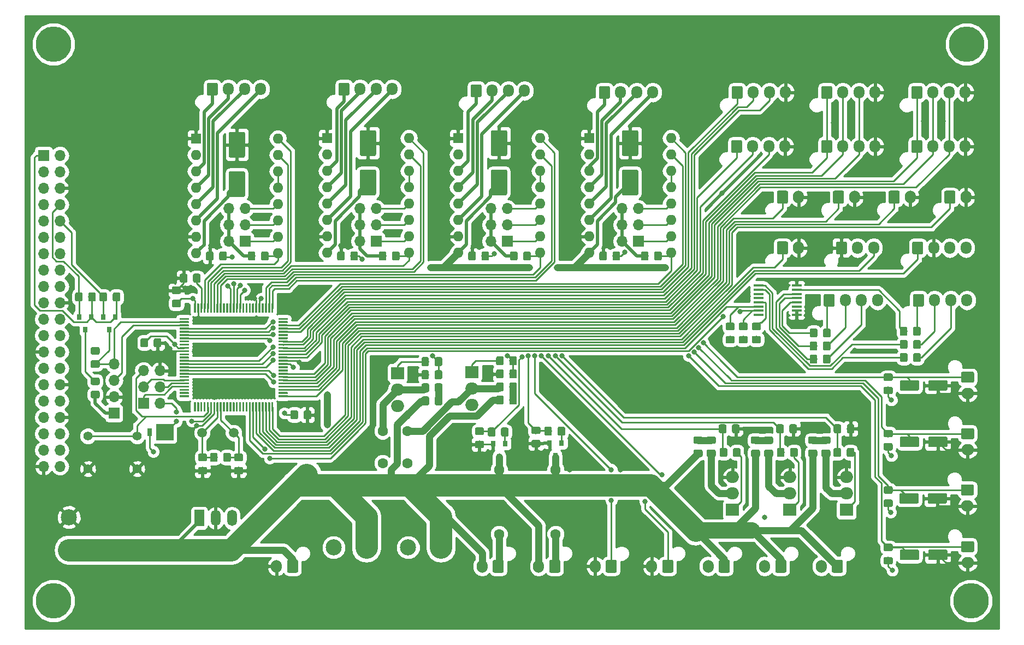
<source format=gbr>
G04 #@! TF.GenerationSoftware,KiCad,Pcbnew,(5.0.2)-1*
G04 #@! TF.CreationDate,2019-03-10T22:20:02+01:00*
G04 #@! TF.ProjectId,fdmbox_pcb_tiny,66646d62-6f78-45f7-9063-625f74696e79,rev?*
G04 #@! TF.SameCoordinates,Original*
G04 #@! TF.FileFunction,Copper,L1,Top*
G04 #@! TF.FilePolarity,Positive*
%FSLAX46Y46*%
G04 Gerber Fmt 4.6, Leading zero omitted, Abs format (unit mm)*
G04 Created by KiCad (PCBNEW (5.0.2)-1) date 10.03.2019 22:20:02*
%MOMM*%
%LPD*%
G01*
G04 APERTURE LIST*
G04 #@! TA.AperFunction,SMDPad,CuDef*
%ADD10R,0.800000X0.900000*%
G04 #@! TD*
G04 #@! TA.AperFunction,Conductor*
%ADD11C,0.100000*%
G04 #@! TD*
G04 #@! TA.AperFunction,SMDPad,CuDef*
%ADD12C,1.150000*%
G04 #@! TD*
G04 #@! TA.AperFunction,SMDPad,CuDef*
%ADD13C,0.300000*%
G04 #@! TD*
G04 #@! TA.AperFunction,ComponentPad*
%ADD14C,5.500000*%
G04 #@! TD*
G04 #@! TA.AperFunction,ComponentPad*
%ADD15R,1.600000X1.600000*%
G04 #@! TD*
G04 #@! TA.AperFunction,ComponentPad*
%ADD16O,1.600000X1.600000*%
G04 #@! TD*
G04 #@! TA.AperFunction,SMDPad,CuDef*
%ADD17C,1.600000*%
G04 #@! TD*
G04 #@! TA.AperFunction,SMDPad,CuDef*
%ADD18C,2.500000*%
G04 #@! TD*
G04 #@! TA.AperFunction,SMDPad,CuDef*
%ADD19R,0.762000X1.270000*%
G04 #@! TD*
G04 #@! TA.AperFunction,SMDPad,CuDef*
%ADD20R,2.670000X2.540000*%
G04 #@! TD*
G04 #@! TA.AperFunction,ComponentPad*
%ADD21C,1.600000*%
G04 #@! TD*
G04 #@! TA.AperFunction,ComponentPad*
%ADD22R,2.500000X2.500000*%
G04 #@! TD*
G04 #@! TA.AperFunction,ComponentPad*
%ADD23C,2.500000*%
G04 #@! TD*
G04 #@! TA.AperFunction,ComponentPad*
%ADD24O,1.700000X1.700000*%
G04 #@! TD*
G04 #@! TA.AperFunction,ComponentPad*
%ADD25R,1.700000X1.700000*%
G04 #@! TD*
G04 #@! TA.AperFunction,ComponentPad*
%ADD26C,1.700000*%
G04 #@! TD*
G04 #@! TA.AperFunction,ComponentPad*
%ADD27O,2.000000X1.700000*%
G04 #@! TD*
G04 #@! TA.AperFunction,ComponentPad*
%ADD28O,1.700000X2.000000*%
G04 #@! TD*
G04 #@! TA.AperFunction,ComponentPad*
%ADD29O,1.700000X1.950000*%
G04 #@! TD*
G04 #@! TA.AperFunction,ComponentPad*
%ADD30O,2.000000X1.905000*%
G04 #@! TD*
G04 #@! TA.AperFunction,ComponentPad*
%ADD31R,2.000000X1.905000*%
G04 #@! TD*
G04 #@! TA.AperFunction,ComponentPad*
%ADD32C,1.397000*%
G04 #@! TD*
G04 #@! TA.AperFunction,ComponentPad*
%ADD33R,1.500000X2.500000*%
G04 #@! TD*
G04 #@! TA.AperFunction,ComponentPad*
%ADD34O,1.500000X2.500000*%
G04 #@! TD*
G04 #@! TA.AperFunction,SMDPad,CuDef*
%ADD35R,1.500000X0.450000*%
G04 #@! TD*
G04 #@! TA.AperFunction,ComponentPad*
%ADD36C,1.500000*%
G04 #@! TD*
G04 #@! TA.AperFunction,ViaPad*
%ADD37C,0.800000*%
G04 #@! TD*
G04 #@! TA.AperFunction,Conductor*
%ADD38C,0.250000*%
G04 #@! TD*
G04 #@! TA.AperFunction,Conductor*
%ADD39C,0.500000*%
G04 #@! TD*
G04 #@! TA.AperFunction,Conductor*
%ADD40C,3.500000*%
G04 #@! TD*
G04 #@! TA.AperFunction,Conductor*
%ADD41C,1.100000*%
G04 #@! TD*
G04 #@! TA.AperFunction,Conductor*
%ADD42C,2.500000*%
G04 #@! TD*
G04 #@! TA.AperFunction,Conductor*
%ADD43C,0.254000*%
G04 #@! TD*
G04 APERTURE END LIST*
D10*
G04 #@! TO.P,Q9,3*
G04 #@! TO.N,+24V*
X150368000Y-119872000D03*
G04 #@! TO.P,Q9,2*
G04 #@! TO.N,GND*
X149418000Y-117872000D03*
G04 #@! TO.P,Q9,1*
G04 #@! TO.N,Net-(Q9-Pad1)*
X151318000Y-117872000D03*
G04 #@! TD*
D11*
G04 #@! TO.N,/F_E1_L*
G04 #@! TO.C,R43*
G36*
X147794505Y-115377204D02*
X147818773Y-115380804D01*
X147842572Y-115386765D01*
X147865671Y-115395030D01*
X147887850Y-115405520D01*
X147908893Y-115418132D01*
X147928599Y-115432747D01*
X147946777Y-115449223D01*
X147963253Y-115467401D01*
X147977868Y-115487107D01*
X147990480Y-115508150D01*
X148000970Y-115530329D01*
X148009235Y-115553428D01*
X148015196Y-115577227D01*
X148018796Y-115601495D01*
X148020000Y-115625999D01*
X148020000Y-116276001D01*
X148018796Y-116300505D01*
X148015196Y-116324773D01*
X148009235Y-116348572D01*
X148000970Y-116371671D01*
X147990480Y-116393850D01*
X147977868Y-116414893D01*
X147963253Y-116434599D01*
X147946777Y-116452777D01*
X147928599Y-116469253D01*
X147908893Y-116483868D01*
X147887850Y-116496480D01*
X147865671Y-116506970D01*
X147842572Y-116515235D01*
X147818773Y-116521196D01*
X147794505Y-116524796D01*
X147770001Y-116526000D01*
X146869999Y-116526000D01*
X146845495Y-116524796D01*
X146821227Y-116521196D01*
X146797428Y-116515235D01*
X146774329Y-116506970D01*
X146752150Y-116496480D01*
X146731107Y-116483868D01*
X146711401Y-116469253D01*
X146693223Y-116452777D01*
X146676747Y-116434599D01*
X146662132Y-116414893D01*
X146649520Y-116393850D01*
X146639030Y-116371671D01*
X146630765Y-116348572D01*
X146624804Y-116324773D01*
X146621204Y-116300505D01*
X146620000Y-116276001D01*
X146620000Y-115625999D01*
X146621204Y-115601495D01*
X146624804Y-115577227D01*
X146630765Y-115553428D01*
X146639030Y-115530329D01*
X146649520Y-115508150D01*
X146662132Y-115487107D01*
X146676747Y-115467401D01*
X146693223Y-115449223D01*
X146711401Y-115432747D01*
X146731107Y-115418132D01*
X146752150Y-115405520D01*
X146774329Y-115395030D01*
X146797428Y-115386765D01*
X146821227Y-115380804D01*
X146845495Y-115377204D01*
X146869999Y-115376000D01*
X147770001Y-115376000D01*
X147794505Y-115377204D01*
X147794505Y-115377204D01*
G37*
D12*
G04 #@! TD*
G04 #@! TO.P,R43,1*
G04 #@! TO.N,/F_E1_L*
X147320000Y-115951000D03*
D11*
G04 #@! TO.N,GND*
G04 #@! TO.C,R43*
G36*
X147794505Y-117427204D02*
X147818773Y-117430804D01*
X147842572Y-117436765D01*
X147865671Y-117445030D01*
X147887850Y-117455520D01*
X147908893Y-117468132D01*
X147928599Y-117482747D01*
X147946777Y-117499223D01*
X147963253Y-117517401D01*
X147977868Y-117537107D01*
X147990480Y-117558150D01*
X148000970Y-117580329D01*
X148009235Y-117603428D01*
X148015196Y-117627227D01*
X148018796Y-117651495D01*
X148020000Y-117675999D01*
X148020000Y-118326001D01*
X148018796Y-118350505D01*
X148015196Y-118374773D01*
X148009235Y-118398572D01*
X148000970Y-118421671D01*
X147990480Y-118443850D01*
X147977868Y-118464893D01*
X147963253Y-118484599D01*
X147946777Y-118502777D01*
X147928599Y-118519253D01*
X147908893Y-118533868D01*
X147887850Y-118546480D01*
X147865671Y-118556970D01*
X147842572Y-118565235D01*
X147818773Y-118571196D01*
X147794505Y-118574796D01*
X147770001Y-118576000D01*
X146869999Y-118576000D01*
X146845495Y-118574796D01*
X146821227Y-118571196D01*
X146797428Y-118565235D01*
X146774329Y-118556970D01*
X146752150Y-118546480D01*
X146731107Y-118533868D01*
X146711401Y-118519253D01*
X146693223Y-118502777D01*
X146676747Y-118484599D01*
X146662132Y-118464893D01*
X146649520Y-118443850D01*
X146639030Y-118421671D01*
X146630765Y-118398572D01*
X146624804Y-118374773D01*
X146621204Y-118350505D01*
X146620000Y-118326001D01*
X146620000Y-117675999D01*
X146621204Y-117651495D01*
X146624804Y-117627227D01*
X146630765Y-117603428D01*
X146639030Y-117580329D01*
X146649520Y-117558150D01*
X146662132Y-117537107D01*
X146676747Y-117517401D01*
X146693223Y-117499223D01*
X146711401Y-117482747D01*
X146731107Y-117468132D01*
X146752150Y-117455520D01*
X146774329Y-117445030D01*
X146797428Y-117436765D01*
X146821227Y-117430804D01*
X146845495Y-117427204D01*
X146869999Y-117426000D01*
X147770001Y-117426000D01*
X147794505Y-117427204D01*
X147794505Y-117427204D01*
G37*
D12*
G04 #@! TD*
G04 #@! TO.P,R43,2*
G04 #@! TO.N,GND*
X147320000Y-118001000D03*
D11*
G04 #@! TO.N,Net-(Q9-Pad1)*
G04 #@! TO.C,R45*
G36*
X151606505Y-115379204D02*
X151630773Y-115382804D01*
X151654572Y-115388765D01*
X151677671Y-115397030D01*
X151699850Y-115407520D01*
X151720893Y-115420132D01*
X151740599Y-115434747D01*
X151758777Y-115451223D01*
X151775253Y-115469401D01*
X151789868Y-115489107D01*
X151802480Y-115510150D01*
X151812970Y-115532329D01*
X151821235Y-115555428D01*
X151827196Y-115579227D01*
X151830796Y-115603495D01*
X151832000Y-115627999D01*
X151832000Y-116528001D01*
X151830796Y-116552505D01*
X151827196Y-116576773D01*
X151821235Y-116600572D01*
X151812970Y-116623671D01*
X151802480Y-116645850D01*
X151789868Y-116666893D01*
X151775253Y-116686599D01*
X151758777Y-116704777D01*
X151740599Y-116721253D01*
X151720893Y-116735868D01*
X151699850Y-116748480D01*
X151677671Y-116758970D01*
X151654572Y-116767235D01*
X151630773Y-116773196D01*
X151606505Y-116776796D01*
X151582001Y-116778000D01*
X150931999Y-116778000D01*
X150907495Y-116776796D01*
X150883227Y-116773196D01*
X150859428Y-116767235D01*
X150836329Y-116758970D01*
X150814150Y-116748480D01*
X150793107Y-116735868D01*
X150773401Y-116721253D01*
X150755223Y-116704777D01*
X150738747Y-116686599D01*
X150724132Y-116666893D01*
X150711520Y-116645850D01*
X150701030Y-116623671D01*
X150692765Y-116600572D01*
X150686804Y-116576773D01*
X150683204Y-116552505D01*
X150682000Y-116528001D01*
X150682000Y-115627999D01*
X150683204Y-115603495D01*
X150686804Y-115579227D01*
X150692765Y-115555428D01*
X150701030Y-115532329D01*
X150711520Y-115510150D01*
X150724132Y-115489107D01*
X150738747Y-115469401D01*
X150755223Y-115451223D01*
X150773401Y-115434747D01*
X150793107Y-115420132D01*
X150814150Y-115407520D01*
X150836329Y-115397030D01*
X150859428Y-115388765D01*
X150883227Y-115382804D01*
X150907495Y-115379204D01*
X150931999Y-115378000D01*
X151582001Y-115378000D01*
X151606505Y-115379204D01*
X151606505Y-115379204D01*
G37*
D12*
G04 #@! TD*
G04 #@! TO.P,R45,2*
G04 #@! TO.N,Net-(Q9-Pad1)*
X151257000Y-116078000D03*
D11*
G04 #@! TO.N,/F_E1_L*
G04 #@! TO.C,R45*
G36*
X149556505Y-115379204D02*
X149580773Y-115382804D01*
X149604572Y-115388765D01*
X149627671Y-115397030D01*
X149649850Y-115407520D01*
X149670893Y-115420132D01*
X149690599Y-115434747D01*
X149708777Y-115451223D01*
X149725253Y-115469401D01*
X149739868Y-115489107D01*
X149752480Y-115510150D01*
X149762970Y-115532329D01*
X149771235Y-115555428D01*
X149777196Y-115579227D01*
X149780796Y-115603495D01*
X149782000Y-115627999D01*
X149782000Y-116528001D01*
X149780796Y-116552505D01*
X149777196Y-116576773D01*
X149771235Y-116600572D01*
X149762970Y-116623671D01*
X149752480Y-116645850D01*
X149739868Y-116666893D01*
X149725253Y-116686599D01*
X149708777Y-116704777D01*
X149690599Y-116721253D01*
X149670893Y-116735868D01*
X149649850Y-116748480D01*
X149627671Y-116758970D01*
X149604572Y-116767235D01*
X149580773Y-116773196D01*
X149556505Y-116776796D01*
X149532001Y-116778000D01*
X148881999Y-116778000D01*
X148857495Y-116776796D01*
X148833227Y-116773196D01*
X148809428Y-116767235D01*
X148786329Y-116758970D01*
X148764150Y-116748480D01*
X148743107Y-116735868D01*
X148723401Y-116721253D01*
X148705223Y-116704777D01*
X148688747Y-116686599D01*
X148674132Y-116666893D01*
X148661520Y-116645850D01*
X148651030Y-116623671D01*
X148642765Y-116600572D01*
X148636804Y-116576773D01*
X148633204Y-116552505D01*
X148632000Y-116528001D01*
X148632000Y-115627999D01*
X148633204Y-115603495D01*
X148636804Y-115579227D01*
X148642765Y-115555428D01*
X148651030Y-115532329D01*
X148661520Y-115510150D01*
X148674132Y-115489107D01*
X148688747Y-115469401D01*
X148705223Y-115451223D01*
X148723401Y-115434747D01*
X148743107Y-115420132D01*
X148764150Y-115407520D01*
X148786329Y-115397030D01*
X148809428Y-115388765D01*
X148833227Y-115382804D01*
X148857495Y-115379204D01*
X148881999Y-115378000D01*
X149532001Y-115378000D01*
X149556505Y-115379204D01*
X149556505Y-115379204D01*
G37*
D12*
G04 #@! TD*
G04 #@! TO.P,R45,1*
G04 #@! TO.N,/F_E1_L*
X149207000Y-116078000D03*
D11*
G04 #@! TO.N,Net-(U2-Pad1)*
G04 #@! TO.C,U2*
G36*
X102227351Y-98371361D02*
X102234632Y-98372441D01*
X102241771Y-98374229D01*
X102248701Y-98376709D01*
X102255355Y-98379856D01*
X102261668Y-98383640D01*
X102267579Y-98388024D01*
X102273033Y-98392967D01*
X102277976Y-98398421D01*
X102282360Y-98404332D01*
X102286144Y-98410645D01*
X102289291Y-98417299D01*
X102291771Y-98424229D01*
X102293559Y-98431368D01*
X102294639Y-98438649D01*
X102295000Y-98446000D01*
X102295000Y-98596000D01*
X102294639Y-98603351D01*
X102293559Y-98610632D01*
X102291771Y-98617771D01*
X102289291Y-98624701D01*
X102286144Y-98631355D01*
X102282360Y-98637668D01*
X102277976Y-98643579D01*
X102273033Y-98649033D01*
X102267579Y-98653976D01*
X102261668Y-98658360D01*
X102255355Y-98662144D01*
X102248701Y-98665291D01*
X102241771Y-98667771D01*
X102234632Y-98669559D01*
X102227351Y-98670639D01*
X102220000Y-98671000D01*
X100895000Y-98671000D01*
X100887649Y-98670639D01*
X100880368Y-98669559D01*
X100873229Y-98667771D01*
X100866299Y-98665291D01*
X100859645Y-98662144D01*
X100853332Y-98658360D01*
X100847421Y-98653976D01*
X100841967Y-98649033D01*
X100837024Y-98643579D01*
X100832640Y-98637668D01*
X100828856Y-98631355D01*
X100825709Y-98624701D01*
X100823229Y-98617771D01*
X100821441Y-98610632D01*
X100820361Y-98603351D01*
X100820000Y-98596000D01*
X100820000Y-98446000D01*
X100820361Y-98438649D01*
X100821441Y-98431368D01*
X100823229Y-98424229D01*
X100825709Y-98417299D01*
X100828856Y-98410645D01*
X100832640Y-98404332D01*
X100837024Y-98398421D01*
X100841967Y-98392967D01*
X100847421Y-98388024D01*
X100853332Y-98383640D01*
X100859645Y-98379856D01*
X100866299Y-98376709D01*
X100873229Y-98374229D01*
X100880368Y-98372441D01*
X100887649Y-98371361D01*
X100895000Y-98371000D01*
X102220000Y-98371000D01*
X102227351Y-98371361D01*
X102227351Y-98371361D01*
G37*
D13*
G04 #@! TD*
G04 #@! TO.P,U2,1*
G04 #@! TO.N,Net-(U2-Pad1)*
X101557500Y-98521000D03*
D11*
G04 #@! TO.N,/TX_5*
G04 #@! TO.C,U2*
G36*
X102227351Y-98871361D02*
X102234632Y-98872441D01*
X102241771Y-98874229D01*
X102248701Y-98876709D01*
X102255355Y-98879856D01*
X102261668Y-98883640D01*
X102267579Y-98888024D01*
X102273033Y-98892967D01*
X102277976Y-98898421D01*
X102282360Y-98904332D01*
X102286144Y-98910645D01*
X102289291Y-98917299D01*
X102291771Y-98924229D01*
X102293559Y-98931368D01*
X102294639Y-98938649D01*
X102295000Y-98946000D01*
X102295000Y-99096000D01*
X102294639Y-99103351D01*
X102293559Y-99110632D01*
X102291771Y-99117771D01*
X102289291Y-99124701D01*
X102286144Y-99131355D01*
X102282360Y-99137668D01*
X102277976Y-99143579D01*
X102273033Y-99149033D01*
X102267579Y-99153976D01*
X102261668Y-99158360D01*
X102255355Y-99162144D01*
X102248701Y-99165291D01*
X102241771Y-99167771D01*
X102234632Y-99169559D01*
X102227351Y-99170639D01*
X102220000Y-99171000D01*
X100895000Y-99171000D01*
X100887649Y-99170639D01*
X100880368Y-99169559D01*
X100873229Y-99167771D01*
X100866299Y-99165291D01*
X100859645Y-99162144D01*
X100853332Y-99158360D01*
X100847421Y-99153976D01*
X100841967Y-99149033D01*
X100837024Y-99143579D01*
X100832640Y-99137668D01*
X100828856Y-99131355D01*
X100825709Y-99124701D01*
X100823229Y-99117771D01*
X100821441Y-99110632D01*
X100820361Y-99103351D01*
X100820000Y-99096000D01*
X100820000Y-98946000D01*
X100820361Y-98938649D01*
X100821441Y-98931368D01*
X100823229Y-98924229D01*
X100825709Y-98917299D01*
X100828856Y-98910645D01*
X100832640Y-98904332D01*
X100837024Y-98898421D01*
X100841967Y-98892967D01*
X100847421Y-98888024D01*
X100853332Y-98883640D01*
X100859645Y-98879856D01*
X100866299Y-98876709D01*
X100873229Y-98874229D01*
X100880368Y-98872441D01*
X100887649Y-98871361D01*
X100895000Y-98871000D01*
X102220000Y-98871000D01*
X102227351Y-98871361D01*
X102227351Y-98871361D01*
G37*
D13*
G04 #@! TD*
G04 #@! TO.P,U2,2*
G04 #@! TO.N,/TX_5*
X101557500Y-99021000D03*
D11*
G04 #@! TO.N,/RX_5*
G04 #@! TO.C,U2*
G36*
X102227351Y-99371361D02*
X102234632Y-99372441D01*
X102241771Y-99374229D01*
X102248701Y-99376709D01*
X102255355Y-99379856D01*
X102261668Y-99383640D01*
X102267579Y-99388024D01*
X102273033Y-99392967D01*
X102277976Y-99398421D01*
X102282360Y-99404332D01*
X102286144Y-99410645D01*
X102289291Y-99417299D01*
X102291771Y-99424229D01*
X102293559Y-99431368D01*
X102294639Y-99438649D01*
X102295000Y-99446000D01*
X102295000Y-99596000D01*
X102294639Y-99603351D01*
X102293559Y-99610632D01*
X102291771Y-99617771D01*
X102289291Y-99624701D01*
X102286144Y-99631355D01*
X102282360Y-99637668D01*
X102277976Y-99643579D01*
X102273033Y-99649033D01*
X102267579Y-99653976D01*
X102261668Y-99658360D01*
X102255355Y-99662144D01*
X102248701Y-99665291D01*
X102241771Y-99667771D01*
X102234632Y-99669559D01*
X102227351Y-99670639D01*
X102220000Y-99671000D01*
X100895000Y-99671000D01*
X100887649Y-99670639D01*
X100880368Y-99669559D01*
X100873229Y-99667771D01*
X100866299Y-99665291D01*
X100859645Y-99662144D01*
X100853332Y-99658360D01*
X100847421Y-99653976D01*
X100841967Y-99649033D01*
X100837024Y-99643579D01*
X100832640Y-99637668D01*
X100828856Y-99631355D01*
X100825709Y-99624701D01*
X100823229Y-99617771D01*
X100821441Y-99610632D01*
X100820361Y-99603351D01*
X100820000Y-99596000D01*
X100820000Y-99446000D01*
X100820361Y-99438649D01*
X100821441Y-99431368D01*
X100823229Y-99424229D01*
X100825709Y-99417299D01*
X100828856Y-99410645D01*
X100832640Y-99404332D01*
X100837024Y-99398421D01*
X100841967Y-99392967D01*
X100847421Y-99388024D01*
X100853332Y-99383640D01*
X100859645Y-99379856D01*
X100866299Y-99376709D01*
X100873229Y-99374229D01*
X100880368Y-99372441D01*
X100887649Y-99371361D01*
X100895000Y-99371000D01*
X102220000Y-99371000D01*
X102227351Y-99371361D01*
X102227351Y-99371361D01*
G37*
D13*
G04 #@! TD*
G04 #@! TO.P,U2,3*
G04 #@! TO.N,/RX_5*
X101557500Y-99521000D03*
D11*
G04 #@! TO.N,/LF_E0_L*
G04 #@! TO.C,U2*
G36*
X102227351Y-99871361D02*
X102234632Y-99872441D01*
X102241771Y-99874229D01*
X102248701Y-99876709D01*
X102255355Y-99879856D01*
X102261668Y-99883640D01*
X102267579Y-99888024D01*
X102273033Y-99892967D01*
X102277976Y-99898421D01*
X102282360Y-99904332D01*
X102286144Y-99910645D01*
X102289291Y-99917299D01*
X102291771Y-99924229D01*
X102293559Y-99931368D01*
X102294639Y-99938649D01*
X102295000Y-99946000D01*
X102295000Y-100096000D01*
X102294639Y-100103351D01*
X102293559Y-100110632D01*
X102291771Y-100117771D01*
X102289291Y-100124701D01*
X102286144Y-100131355D01*
X102282360Y-100137668D01*
X102277976Y-100143579D01*
X102273033Y-100149033D01*
X102267579Y-100153976D01*
X102261668Y-100158360D01*
X102255355Y-100162144D01*
X102248701Y-100165291D01*
X102241771Y-100167771D01*
X102234632Y-100169559D01*
X102227351Y-100170639D01*
X102220000Y-100171000D01*
X100895000Y-100171000D01*
X100887649Y-100170639D01*
X100880368Y-100169559D01*
X100873229Y-100167771D01*
X100866299Y-100165291D01*
X100859645Y-100162144D01*
X100853332Y-100158360D01*
X100847421Y-100153976D01*
X100841967Y-100149033D01*
X100837024Y-100143579D01*
X100832640Y-100137668D01*
X100828856Y-100131355D01*
X100825709Y-100124701D01*
X100823229Y-100117771D01*
X100821441Y-100110632D01*
X100820361Y-100103351D01*
X100820000Y-100096000D01*
X100820000Y-99946000D01*
X100820361Y-99938649D01*
X100821441Y-99931368D01*
X100823229Y-99924229D01*
X100825709Y-99917299D01*
X100828856Y-99910645D01*
X100832640Y-99904332D01*
X100837024Y-99898421D01*
X100841967Y-99892967D01*
X100847421Y-99888024D01*
X100853332Y-99883640D01*
X100859645Y-99879856D01*
X100866299Y-99876709D01*
X100873229Y-99874229D01*
X100880368Y-99872441D01*
X100887649Y-99871361D01*
X100895000Y-99871000D01*
X102220000Y-99871000D01*
X102227351Y-99871361D01*
X102227351Y-99871361D01*
G37*
D13*
G04 #@! TD*
G04 #@! TO.P,U2,4*
G04 #@! TO.N,/LF_E0_L*
X101557500Y-100021000D03*
D11*
G04 #@! TO.N,/LF_E1_L*
G04 #@! TO.C,U2*
G36*
X102227351Y-100371361D02*
X102234632Y-100372441D01*
X102241771Y-100374229D01*
X102248701Y-100376709D01*
X102255355Y-100379856D01*
X102261668Y-100383640D01*
X102267579Y-100388024D01*
X102273033Y-100392967D01*
X102277976Y-100398421D01*
X102282360Y-100404332D01*
X102286144Y-100410645D01*
X102289291Y-100417299D01*
X102291771Y-100424229D01*
X102293559Y-100431368D01*
X102294639Y-100438649D01*
X102295000Y-100446000D01*
X102295000Y-100596000D01*
X102294639Y-100603351D01*
X102293559Y-100610632D01*
X102291771Y-100617771D01*
X102289291Y-100624701D01*
X102286144Y-100631355D01*
X102282360Y-100637668D01*
X102277976Y-100643579D01*
X102273033Y-100649033D01*
X102267579Y-100653976D01*
X102261668Y-100658360D01*
X102255355Y-100662144D01*
X102248701Y-100665291D01*
X102241771Y-100667771D01*
X102234632Y-100669559D01*
X102227351Y-100670639D01*
X102220000Y-100671000D01*
X100895000Y-100671000D01*
X100887649Y-100670639D01*
X100880368Y-100669559D01*
X100873229Y-100667771D01*
X100866299Y-100665291D01*
X100859645Y-100662144D01*
X100853332Y-100658360D01*
X100847421Y-100653976D01*
X100841967Y-100649033D01*
X100837024Y-100643579D01*
X100832640Y-100637668D01*
X100828856Y-100631355D01*
X100825709Y-100624701D01*
X100823229Y-100617771D01*
X100821441Y-100610632D01*
X100820361Y-100603351D01*
X100820000Y-100596000D01*
X100820000Y-100446000D01*
X100820361Y-100438649D01*
X100821441Y-100431368D01*
X100823229Y-100424229D01*
X100825709Y-100417299D01*
X100828856Y-100410645D01*
X100832640Y-100404332D01*
X100837024Y-100398421D01*
X100841967Y-100392967D01*
X100847421Y-100388024D01*
X100853332Y-100383640D01*
X100859645Y-100379856D01*
X100866299Y-100376709D01*
X100873229Y-100374229D01*
X100880368Y-100372441D01*
X100887649Y-100371361D01*
X100895000Y-100371000D01*
X102220000Y-100371000D01*
X102227351Y-100371361D01*
X102227351Y-100371361D01*
G37*
D13*
G04 #@! TD*
G04 #@! TO.P,U2,5*
G04 #@! TO.N,/LF_E1_L*
X101557500Y-100521000D03*
D11*
G04 #@! TO.N,/F_ENV_L*
G04 #@! TO.C,U2*
G36*
X102227351Y-100871361D02*
X102234632Y-100872441D01*
X102241771Y-100874229D01*
X102248701Y-100876709D01*
X102255355Y-100879856D01*
X102261668Y-100883640D01*
X102267579Y-100888024D01*
X102273033Y-100892967D01*
X102277976Y-100898421D01*
X102282360Y-100904332D01*
X102286144Y-100910645D01*
X102289291Y-100917299D01*
X102291771Y-100924229D01*
X102293559Y-100931368D01*
X102294639Y-100938649D01*
X102295000Y-100946000D01*
X102295000Y-101096000D01*
X102294639Y-101103351D01*
X102293559Y-101110632D01*
X102291771Y-101117771D01*
X102289291Y-101124701D01*
X102286144Y-101131355D01*
X102282360Y-101137668D01*
X102277976Y-101143579D01*
X102273033Y-101149033D01*
X102267579Y-101153976D01*
X102261668Y-101158360D01*
X102255355Y-101162144D01*
X102248701Y-101165291D01*
X102241771Y-101167771D01*
X102234632Y-101169559D01*
X102227351Y-101170639D01*
X102220000Y-101171000D01*
X100895000Y-101171000D01*
X100887649Y-101170639D01*
X100880368Y-101169559D01*
X100873229Y-101167771D01*
X100866299Y-101165291D01*
X100859645Y-101162144D01*
X100853332Y-101158360D01*
X100847421Y-101153976D01*
X100841967Y-101149033D01*
X100837024Y-101143579D01*
X100832640Y-101137668D01*
X100828856Y-101131355D01*
X100825709Y-101124701D01*
X100823229Y-101117771D01*
X100821441Y-101110632D01*
X100820361Y-101103351D01*
X100820000Y-101096000D01*
X100820000Y-100946000D01*
X100820361Y-100938649D01*
X100821441Y-100931368D01*
X100823229Y-100924229D01*
X100825709Y-100917299D01*
X100828856Y-100910645D01*
X100832640Y-100904332D01*
X100837024Y-100898421D01*
X100841967Y-100892967D01*
X100847421Y-100888024D01*
X100853332Y-100883640D01*
X100859645Y-100879856D01*
X100866299Y-100876709D01*
X100873229Y-100874229D01*
X100880368Y-100872441D01*
X100887649Y-100871361D01*
X100895000Y-100871000D01*
X102220000Y-100871000D01*
X102227351Y-100871361D01*
X102227351Y-100871361D01*
G37*
D13*
G04 #@! TD*
G04 #@! TO.P,U2,6*
G04 #@! TO.N,/F_ENV_L*
X101557500Y-101021000D03*
D11*
G04 #@! TO.N,/GPPWM*
G04 #@! TO.C,U2*
G36*
X102227351Y-101371361D02*
X102234632Y-101372441D01*
X102241771Y-101374229D01*
X102248701Y-101376709D01*
X102255355Y-101379856D01*
X102261668Y-101383640D01*
X102267579Y-101388024D01*
X102273033Y-101392967D01*
X102277976Y-101398421D01*
X102282360Y-101404332D01*
X102286144Y-101410645D01*
X102289291Y-101417299D01*
X102291771Y-101424229D01*
X102293559Y-101431368D01*
X102294639Y-101438649D01*
X102295000Y-101446000D01*
X102295000Y-101596000D01*
X102294639Y-101603351D01*
X102293559Y-101610632D01*
X102291771Y-101617771D01*
X102289291Y-101624701D01*
X102286144Y-101631355D01*
X102282360Y-101637668D01*
X102277976Y-101643579D01*
X102273033Y-101649033D01*
X102267579Y-101653976D01*
X102261668Y-101658360D01*
X102255355Y-101662144D01*
X102248701Y-101665291D01*
X102241771Y-101667771D01*
X102234632Y-101669559D01*
X102227351Y-101670639D01*
X102220000Y-101671000D01*
X100895000Y-101671000D01*
X100887649Y-101670639D01*
X100880368Y-101669559D01*
X100873229Y-101667771D01*
X100866299Y-101665291D01*
X100859645Y-101662144D01*
X100853332Y-101658360D01*
X100847421Y-101653976D01*
X100841967Y-101649033D01*
X100837024Y-101643579D01*
X100832640Y-101637668D01*
X100828856Y-101631355D01*
X100825709Y-101624701D01*
X100823229Y-101617771D01*
X100821441Y-101610632D01*
X100820361Y-101603351D01*
X100820000Y-101596000D01*
X100820000Y-101446000D01*
X100820361Y-101438649D01*
X100821441Y-101431368D01*
X100823229Y-101424229D01*
X100825709Y-101417299D01*
X100828856Y-101410645D01*
X100832640Y-101404332D01*
X100837024Y-101398421D01*
X100841967Y-101392967D01*
X100847421Y-101388024D01*
X100853332Y-101383640D01*
X100859645Y-101379856D01*
X100866299Y-101376709D01*
X100873229Y-101374229D01*
X100880368Y-101372441D01*
X100887649Y-101371361D01*
X100895000Y-101371000D01*
X102220000Y-101371000D01*
X102227351Y-101371361D01*
X102227351Y-101371361D01*
G37*
D13*
G04 #@! TD*
G04 #@! TO.P,U2,7*
G04 #@! TO.N,/GPPWM*
X101557500Y-101521000D03*
D11*
G04 #@! TO.N,Net-(U2-Pad8)*
G04 #@! TO.C,U2*
G36*
X102227351Y-101871361D02*
X102234632Y-101872441D01*
X102241771Y-101874229D01*
X102248701Y-101876709D01*
X102255355Y-101879856D01*
X102261668Y-101883640D01*
X102267579Y-101888024D01*
X102273033Y-101892967D01*
X102277976Y-101898421D01*
X102282360Y-101904332D01*
X102286144Y-101910645D01*
X102289291Y-101917299D01*
X102291771Y-101924229D01*
X102293559Y-101931368D01*
X102294639Y-101938649D01*
X102295000Y-101946000D01*
X102295000Y-102096000D01*
X102294639Y-102103351D01*
X102293559Y-102110632D01*
X102291771Y-102117771D01*
X102289291Y-102124701D01*
X102286144Y-102131355D01*
X102282360Y-102137668D01*
X102277976Y-102143579D01*
X102273033Y-102149033D01*
X102267579Y-102153976D01*
X102261668Y-102158360D01*
X102255355Y-102162144D01*
X102248701Y-102165291D01*
X102241771Y-102167771D01*
X102234632Y-102169559D01*
X102227351Y-102170639D01*
X102220000Y-102171000D01*
X100895000Y-102171000D01*
X100887649Y-102170639D01*
X100880368Y-102169559D01*
X100873229Y-102167771D01*
X100866299Y-102165291D01*
X100859645Y-102162144D01*
X100853332Y-102158360D01*
X100847421Y-102153976D01*
X100841967Y-102149033D01*
X100837024Y-102143579D01*
X100832640Y-102137668D01*
X100828856Y-102131355D01*
X100825709Y-102124701D01*
X100823229Y-102117771D01*
X100821441Y-102110632D01*
X100820361Y-102103351D01*
X100820000Y-102096000D01*
X100820000Y-101946000D01*
X100820361Y-101938649D01*
X100821441Y-101931368D01*
X100823229Y-101924229D01*
X100825709Y-101917299D01*
X100828856Y-101910645D01*
X100832640Y-101904332D01*
X100837024Y-101898421D01*
X100841967Y-101892967D01*
X100847421Y-101888024D01*
X100853332Y-101883640D01*
X100859645Y-101879856D01*
X100866299Y-101876709D01*
X100873229Y-101874229D01*
X100880368Y-101872441D01*
X100887649Y-101871361D01*
X100895000Y-101871000D01*
X102220000Y-101871000D01*
X102227351Y-101871361D01*
X102227351Y-101871361D01*
G37*
D13*
G04 #@! TD*
G04 #@! TO.P,U2,8*
G04 #@! TO.N,Net-(U2-Pad8)*
X101557500Y-102021000D03*
D11*
G04 #@! TO.N,Net-(U2-Pad9)*
G04 #@! TO.C,U2*
G36*
X102227351Y-102371361D02*
X102234632Y-102372441D01*
X102241771Y-102374229D01*
X102248701Y-102376709D01*
X102255355Y-102379856D01*
X102261668Y-102383640D01*
X102267579Y-102388024D01*
X102273033Y-102392967D01*
X102277976Y-102398421D01*
X102282360Y-102404332D01*
X102286144Y-102410645D01*
X102289291Y-102417299D01*
X102291771Y-102424229D01*
X102293559Y-102431368D01*
X102294639Y-102438649D01*
X102295000Y-102446000D01*
X102295000Y-102596000D01*
X102294639Y-102603351D01*
X102293559Y-102610632D01*
X102291771Y-102617771D01*
X102289291Y-102624701D01*
X102286144Y-102631355D01*
X102282360Y-102637668D01*
X102277976Y-102643579D01*
X102273033Y-102649033D01*
X102267579Y-102653976D01*
X102261668Y-102658360D01*
X102255355Y-102662144D01*
X102248701Y-102665291D01*
X102241771Y-102667771D01*
X102234632Y-102669559D01*
X102227351Y-102670639D01*
X102220000Y-102671000D01*
X100895000Y-102671000D01*
X100887649Y-102670639D01*
X100880368Y-102669559D01*
X100873229Y-102667771D01*
X100866299Y-102665291D01*
X100859645Y-102662144D01*
X100853332Y-102658360D01*
X100847421Y-102653976D01*
X100841967Y-102649033D01*
X100837024Y-102643579D01*
X100832640Y-102637668D01*
X100828856Y-102631355D01*
X100825709Y-102624701D01*
X100823229Y-102617771D01*
X100821441Y-102610632D01*
X100820361Y-102603351D01*
X100820000Y-102596000D01*
X100820000Y-102446000D01*
X100820361Y-102438649D01*
X100821441Y-102431368D01*
X100823229Y-102424229D01*
X100825709Y-102417299D01*
X100828856Y-102410645D01*
X100832640Y-102404332D01*
X100837024Y-102398421D01*
X100841967Y-102392967D01*
X100847421Y-102388024D01*
X100853332Y-102383640D01*
X100859645Y-102379856D01*
X100866299Y-102376709D01*
X100873229Y-102374229D01*
X100880368Y-102372441D01*
X100887649Y-102371361D01*
X100895000Y-102371000D01*
X102220000Y-102371000D01*
X102227351Y-102371361D01*
X102227351Y-102371361D01*
G37*
D13*
G04 #@! TD*
G04 #@! TO.P,U2,9*
G04 #@! TO.N,Net-(U2-Pad9)*
X101557500Y-102521000D03*
D11*
G04 #@! TO.N,+5V*
G04 #@! TO.C,U2*
G36*
X102227351Y-102871361D02*
X102234632Y-102872441D01*
X102241771Y-102874229D01*
X102248701Y-102876709D01*
X102255355Y-102879856D01*
X102261668Y-102883640D01*
X102267579Y-102888024D01*
X102273033Y-102892967D01*
X102277976Y-102898421D01*
X102282360Y-102904332D01*
X102286144Y-102910645D01*
X102289291Y-102917299D01*
X102291771Y-102924229D01*
X102293559Y-102931368D01*
X102294639Y-102938649D01*
X102295000Y-102946000D01*
X102295000Y-103096000D01*
X102294639Y-103103351D01*
X102293559Y-103110632D01*
X102291771Y-103117771D01*
X102289291Y-103124701D01*
X102286144Y-103131355D01*
X102282360Y-103137668D01*
X102277976Y-103143579D01*
X102273033Y-103149033D01*
X102267579Y-103153976D01*
X102261668Y-103158360D01*
X102255355Y-103162144D01*
X102248701Y-103165291D01*
X102241771Y-103167771D01*
X102234632Y-103169559D01*
X102227351Y-103170639D01*
X102220000Y-103171000D01*
X100895000Y-103171000D01*
X100887649Y-103170639D01*
X100880368Y-103169559D01*
X100873229Y-103167771D01*
X100866299Y-103165291D01*
X100859645Y-103162144D01*
X100853332Y-103158360D01*
X100847421Y-103153976D01*
X100841967Y-103149033D01*
X100837024Y-103143579D01*
X100832640Y-103137668D01*
X100828856Y-103131355D01*
X100825709Y-103124701D01*
X100823229Y-103117771D01*
X100821441Y-103110632D01*
X100820361Y-103103351D01*
X100820000Y-103096000D01*
X100820000Y-102946000D01*
X100820361Y-102938649D01*
X100821441Y-102931368D01*
X100823229Y-102924229D01*
X100825709Y-102917299D01*
X100828856Y-102910645D01*
X100832640Y-102904332D01*
X100837024Y-102898421D01*
X100841967Y-102892967D01*
X100847421Y-102888024D01*
X100853332Y-102883640D01*
X100859645Y-102879856D01*
X100866299Y-102876709D01*
X100873229Y-102874229D01*
X100880368Y-102872441D01*
X100887649Y-102871361D01*
X100895000Y-102871000D01*
X102220000Y-102871000D01*
X102227351Y-102871361D01*
X102227351Y-102871361D01*
G37*
D13*
G04 #@! TD*
G04 #@! TO.P,U2,10*
G04 #@! TO.N,+5V*
X101557500Y-103021000D03*
D11*
G04 #@! TO.N,GND*
G04 #@! TO.C,U2*
G36*
X102227351Y-103371361D02*
X102234632Y-103372441D01*
X102241771Y-103374229D01*
X102248701Y-103376709D01*
X102255355Y-103379856D01*
X102261668Y-103383640D01*
X102267579Y-103388024D01*
X102273033Y-103392967D01*
X102277976Y-103398421D01*
X102282360Y-103404332D01*
X102286144Y-103410645D01*
X102289291Y-103417299D01*
X102291771Y-103424229D01*
X102293559Y-103431368D01*
X102294639Y-103438649D01*
X102295000Y-103446000D01*
X102295000Y-103596000D01*
X102294639Y-103603351D01*
X102293559Y-103610632D01*
X102291771Y-103617771D01*
X102289291Y-103624701D01*
X102286144Y-103631355D01*
X102282360Y-103637668D01*
X102277976Y-103643579D01*
X102273033Y-103649033D01*
X102267579Y-103653976D01*
X102261668Y-103658360D01*
X102255355Y-103662144D01*
X102248701Y-103665291D01*
X102241771Y-103667771D01*
X102234632Y-103669559D01*
X102227351Y-103670639D01*
X102220000Y-103671000D01*
X100895000Y-103671000D01*
X100887649Y-103670639D01*
X100880368Y-103669559D01*
X100873229Y-103667771D01*
X100866299Y-103665291D01*
X100859645Y-103662144D01*
X100853332Y-103658360D01*
X100847421Y-103653976D01*
X100841967Y-103649033D01*
X100837024Y-103643579D01*
X100832640Y-103637668D01*
X100828856Y-103631355D01*
X100825709Y-103624701D01*
X100823229Y-103617771D01*
X100821441Y-103610632D01*
X100820361Y-103603351D01*
X100820000Y-103596000D01*
X100820000Y-103446000D01*
X100820361Y-103438649D01*
X100821441Y-103431368D01*
X100823229Y-103424229D01*
X100825709Y-103417299D01*
X100828856Y-103410645D01*
X100832640Y-103404332D01*
X100837024Y-103398421D01*
X100841967Y-103392967D01*
X100847421Y-103388024D01*
X100853332Y-103383640D01*
X100859645Y-103379856D01*
X100866299Y-103376709D01*
X100873229Y-103374229D01*
X100880368Y-103372441D01*
X100887649Y-103371361D01*
X100895000Y-103371000D01*
X102220000Y-103371000D01*
X102227351Y-103371361D01*
X102227351Y-103371361D01*
G37*
D13*
G04 #@! TD*
G04 #@! TO.P,U2,11*
G04 #@! TO.N,GND*
X101557500Y-103521000D03*
D11*
G04 #@! TO.N,Net-(U2-Pad12)*
G04 #@! TO.C,U2*
G36*
X102227351Y-103871361D02*
X102234632Y-103872441D01*
X102241771Y-103874229D01*
X102248701Y-103876709D01*
X102255355Y-103879856D01*
X102261668Y-103883640D01*
X102267579Y-103888024D01*
X102273033Y-103892967D01*
X102277976Y-103898421D01*
X102282360Y-103904332D01*
X102286144Y-103910645D01*
X102289291Y-103917299D01*
X102291771Y-103924229D01*
X102293559Y-103931368D01*
X102294639Y-103938649D01*
X102295000Y-103946000D01*
X102295000Y-104096000D01*
X102294639Y-104103351D01*
X102293559Y-104110632D01*
X102291771Y-104117771D01*
X102289291Y-104124701D01*
X102286144Y-104131355D01*
X102282360Y-104137668D01*
X102277976Y-104143579D01*
X102273033Y-104149033D01*
X102267579Y-104153976D01*
X102261668Y-104158360D01*
X102255355Y-104162144D01*
X102248701Y-104165291D01*
X102241771Y-104167771D01*
X102234632Y-104169559D01*
X102227351Y-104170639D01*
X102220000Y-104171000D01*
X100895000Y-104171000D01*
X100887649Y-104170639D01*
X100880368Y-104169559D01*
X100873229Y-104167771D01*
X100866299Y-104165291D01*
X100859645Y-104162144D01*
X100853332Y-104158360D01*
X100847421Y-104153976D01*
X100841967Y-104149033D01*
X100837024Y-104143579D01*
X100832640Y-104137668D01*
X100828856Y-104131355D01*
X100825709Y-104124701D01*
X100823229Y-104117771D01*
X100821441Y-104110632D01*
X100820361Y-104103351D01*
X100820000Y-104096000D01*
X100820000Y-103946000D01*
X100820361Y-103938649D01*
X100821441Y-103931368D01*
X100823229Y-103924229D01*
X100825709Y-103917299D01*
X100828856Y-103910645D01*
X100832640Y-103904332D01*
X100837024Y-103898421D01*
X100841967Y-103892967D01*
X100847421Y-103888024D01*
X100853332Y-103883640D01*
X100859645Y-103879856D01*
X100866299Y-103876709D01*
X100873229Y-103874229D01*
X100880368Y-103872441D01*
X100887649Y-103871361D01*
X100895000Y-103871000D01*
X102220000Y-103871000D01*
X102227351Y-103871361D01*
X102227351Y-103871361D01*
G37*
D13*
G04 #@! TD*
G04 #@! TO.P,U2,12*
G04 #@! TO.N,Net-(U2-Pad12)*
X101557500Y-104021000D03*
D11*
G04 #@! TO.N,Net-(U2-Pad13)*
G04 #@! TO.C,U2*
G36*
X102227351Y-104371361D02*
X102234632Y-104372441D01*
X102241771Y-104374229D01*
X102248701Y-104376709D01*
X102255355Y-104379856D01*
X102261668Y-104383640D01*
X102267579Y-104388024D01*
X102273033Y-104392967D01*
X102277976Y-104398421D01*
X102282360Y-104404332D01*
X102286144Y-104410645D01*
X102289291Y-104417299D01*
X102291771Y-104424229D01*
X102293559Y-104431368D01*
X102294639Y-104438649D01*
X102295000Y-104446000D01*
X102295000Y-104596000D01*
X102294639Y-104603351D01*
X102293559Y-104610632D01*
X102291771Y-104617771D01*
X102289291Y-104624701D01*
X102286144Y-104631355D01*
X102282360Y-104637668D01*
X102277976Y-104643579D01*
X102273033Y-104649033D01*
X102267579Y-104653976D01*
X102261668Y-104658360D01*
X102255355Y-104662144D01*
X102248701Y-104665291D01*
X102241771Y-104667771D01*
X102234632Y-104669559D01*
X102227351Y-104670639D01*
X102220000Y-104671000D01*
X100895000Y-104671000D01*
X100887649Y-104670639D01*
X100880368Y-104669559D01*
X100873229Y-104667771D01*
X100866299Y-104665291D01*
X100859645Y-104662144D01*
X100853332Y-104658360D01*
X100847421Y-104653976D01*
X100841967Y-104649033D01*
X100837024Y-104643579D01*
X100832640Y-104637668D01*
X100828856Y-104631355D01*
X100825709Y-104624701D01*
X100823229Y-104617771D01*
X100821441Y-104610632D01*
X100820361Y-104603351D01*
X100820000Y-104596000D01*
X100820000Y-104446000D01*
X100820361Y-104438649D01*
X100821441Y-104431368D01*
X100823229Y-104424229D01*
X100825709Y-104417299D01*
X100828856Y-104410645D01*
X100832640Y-104404332D01*
X100837024Y-104398421D01*
X100841967Y-104392967D01*
X100847421Y-104388024D01*
X100853332Y-104383640D01*
X100859645Y-104379856D01*
X100866299Y-104376709D01*
X100873229Y-104374229D01*
X100880368Y-104372441D01*
X100887649Y-104371361D01*
X100895000Y-104371000D01*
X102220000Y-104371000D01*
X102227351Y-104371361D01*
X102227351Y-104371361D01*
G37*
D13*
G04 #@! TD*
G04 #@! TO.P,U2,13*
G04 #@! TO.N,Net-(U2-Pad13)*
X101557500Y-104521000D03*
D11*
G04 #@! TO.N,/BEDPWM*
G04 #@! TO.C,U2*
G36*
X102227351Y-104871361D02*
X102234632Y-104872441D01*
X102241771Y-104874229D01*
X102248701Y-104876709D01*
X102255355Y-104879856D01*
X102261668Y-104883640D01*
X102267579Y-104888024D01*
X102273033Y-104892967D01*
X102277976Y-104898421D01*
X102282360Y-104904332D01*
X102286144Y-104910645D01*
X102289291Y-104917299D01*
X102291771Y-104924229D01*
X102293559Y-104931368D01*
X102294639Y-104938649D01*
X102295000Y-104946000D01*
X102295000Y-105096000D01*
X102294639Y-105103351D01*
X102293559Y-105110632D01*
X102291771Y-105117771D01*
X102289291Y-105124701D01*
X102286144Y-105131355D01*
X102282360Y-105137668D01*
X102277976Y-105143579D01*
X102273033Y-105149033D01*
X102267579Y-105153976D01*
X102261668Y-105158360D01*
X102255355Y-105162144D01*
X102248701Y-105165291D01*
X102241771Y-105167771D01*
X102234632Y-105169559D01*
X102227351Y-105170639D01*
X102220000Y-105171000D01*
X100895000Y-105171000D01*
X100887649Y-105170639D01*
X100880368Y-105169559D01*
X100873229Y-105167771D01*
X100866299Y-105165291D01*
X100859645Y-105162144D01*
X100853332Y-105158360D01*
X100847421Y-105153976D01*
X100841967Y-105149033D01*
X100837024Y-105143579D01*
X100832640Y-105137668D01*
X100828856Y-105131355D01*
X100825709Y-105124701D01*
X100823229Y-105117771D01*
X100821441Y-105110632D01*
X100820361Y-105103351D01*
X100820000Y-105096000D01*
X100820000Y-104946000D01*
X100820361Y-104938649D01*
X100821441Y-104931368D01*
X100823229Y-104924229D01*
X100825709Y-104917299D01*
X100828856Y-104910645D01*
X100832640Y-104904332D01*
X100837024Y-104898421D01*
X100841967Y-104892967D01*
X100847421Y-104888024D01*
X100853332Y-104883640D01*
X100859645Y-104879856D01*
X100866299Y-104876709D01*
X100873229Y-104874229D01*
X100880368Y-104872441D01*
X100887649Y-104871361D01*
X100895000Y-104871000D01*
X102220000Y-104871000D01*
X102227351Y-104871361D01*
X102227351Y-104871361D01*
G37*
D13*
G04 #@! TD*
G04 #@! TO.P,U2,14*
G04 #@! TO.N,/BEDPWM*
X101557500Y-105021000D03*
D11*
G04 #@! TO.N,/F_E0_L*
G04 #@! TO.C,U2*
G36*
X102227351Y-105371361D02*
X102234632Y-105372441D01*
X102241771Y-105374229D01*
X102248701Y-105376709D01*
X102255355Y-105379856D01*
X102261668Y-105383640D01*
X102267579Y-105388024D01*
X102273033Y-105392967D01*
X102277976Y-105398421D01*
X102282360Y-105404332D01*
X102286144Y-105410645D01*
X102289291Y-105417299D01*
X102291771Y-105424229D01*
X102293559Y-105431368D01*
X102294639Y-105438649D01*
X102295000Y-105446000D01*
X102295000Y-105596000D01*
X102294639Y-105603351D01*
X102293559Y-105610632D01*
X102291771Y-105617771D01*
X102289291Y-105624701D01*
X102286144Y-105631355D01*
X102282360Y-105637668D01*
X102277976Y-105643579D01*
X102273033Y-105649033D01*
X102267579Y-105653976D01*
X102261668Y-105658360D01*
X102255355Y-105662144D01*
X102248701Y-105665291D01*
X102241771Y-105667771D01*
X102234632Y-105669559D01*
X102227351Y-105670639D01*
X102220000Y-105671000D01*
X100895000Y-105671000D01*
X100887649Y-105670639D01*
X100880368Y-105669559D01*
X100873229Y-105667771D01*
X100866299Y-105665291D01*
X100859645Y-105662144D01*
X100853332Y-105658360D01*
X100847421Y-105653976D01*
X100841967Y-105649033D01*
X100837024Y-105643579D01*
X100832640Y-105637668D01*
X100828856Y-105631355D01*
X100825709Y-105624701D01*
X100823229Y-105617771D01*
X100821441Y-105610632D01*
X100820361Y-105603351D01*
X100820000Y-105596000D01*
X100820000Y-105446000D01*
X100820361Y-105438649D01*
X100821441Y-105431368D01*
X100823229Y-105424229D01*
X100825709Y-105417299D01*
X100828856Y-105410645D01*
X100832640Y-105404332D01*
X100837024Y-105398421D01*
X100841967Y-105392967D01*
X100847421Y-105388024D01*
X100853332Y-105383640D01*
X100859645Y-105379856D01*
X100866299Y-105376709D01*
X100873229Y-105374229D01*
X100880368Y-105372441D01*
X100887649Y-105371361D01*
X100895000Y-105371000D01*
X102220000Y-105371000D01*
X102227351Y-105371361D01*
X102227351Y-105371361D01*
G37*
D13*
G04 #@! TD*
G04 #@! TO.P,U2,15*
G04 #@! TO.N,/F_E0_L*
X101557500Y-105521000D03*
D11*
G04 #@! TO.N,/F_E1_L*
G04 #@! TO.C,U2*
G36*
X102227351Y-105871361D02*
X102234632Y-105872441D01*
X102241771Y-105874229D01*
X102248701Y-105876709D01*
X102255355Y-105879856D01*
X102261668Y-105883640D01*
X102267579Y-105888024D01*
X102273033Y-105892967D01*
X102277976Y-105898421D01*
X102282360Y-105904332D01*
X102286144Y-105910645D01*
X102289291Y-105917299D01*
X102291771Y-105924229D01*
X102293559Y-105931368D01*
X102294639Y-105938649D01*
X102295000Y-105946000D01*
X102295000Y-106096000D01*
X102294639Y-106103351D01*
X102293559Y-106110632D01*
X102291771Y-106117771D01*
X102289291Y-106124701D01*
X102286144Y-106131355D01*
X102282360Y-106137668D01*
X102277976Y-106143579D01*
X102273033Y-106149033D01*
X102267579Y-106153976D01*
X102261668Y-106158360D01*
X102255355Y-106162144D01*
X102248701Y-106165291D01*
X102241771Y-106167771D01*
X102234632Y-106169559D01*
X102227351Y-106170639D01*
X102220000Y-106171000D01*
X100895000Y-106171000D01*
X100887649Y-106170639D01*
X100880368Y-106169559D01*
X100873229Y-106167771D01*
X100866299Y-106165291D01*
X100859645Y-106162144D01*
X100853332Y-106158360D01*
X100847421Y-106153976D01*
X100841967Y-106149033D01*
X100837024Y-106143579D01*
X100832640Y-106137668D01*
X100828856Y-106131355D01*
X100825709Y-106124701D01*
X100823229Y-106117771D01*
X100821441Y-106110632D01*
X100820361Y-106103351D01*
X100820000Y-106096000D01*
X100820000Y-105946000D01*
X100820361Y-105938649D01*
X100821441Y-105931368D01*
X100823229Y-105924229D01*
X100825709Y-105917299D01*
X100828856Y-105910645D01*
X100832640Y-105904332D01*
X100837024Y-105898421D01*
X100841967Y-105892967D01*
X100847421Y-105888024D01*
X100853332Y-105883640D01*
X100859645Y-105879856D01*
X100866299Y-105876709D01*
X100873229Y-105874229D01*
X100880368Y-105872441D01*
X100887649Y-105871361D01*
X100895000Y-105871000D01*
X102220000Y-105871000D01*
X102227351Y-105871361D01*
X102227351Y-105871361D01*
G37*
D13*
G04 #@! TD*
G04 #@! TO.P,U2,16*
G04 #@! TO.N,/F_E1_L*
X101557500Y-106021000D03*
D11*
G04 #@! TO.N,/T_E0_L*
G04 #@! TO.C,U2*
G36*
X102227351Y-106371361D02*
X102234632Y-106372441D01*
X102241771Y-106374229D01*
X102248701Y-106376709D01*
X102255355Y-106379856D01*
X102261668Y-106383640D01*
X102267579Y-106388024D01*
X102273033Y-106392967D01*
X102277976Y-106398421D01*
X102282360Y-106404332D01*
X102286144Y-106410645D01*
X102289291Y-106417299D01*
X102291771Y-106424229D01*
X102293559Y-106431368D01*
X102294639Y-106438649D01*
X102295000Y-106446000D01*
X102295000Y-106596000D01*
X102294639Y-106603351D01*
X102293559Y-106610632D01*
X102291771Y-106617771D01*
X102289291Y-106624701D01*
X102286144Y-106631355D01*
X102282360Y-106637668D01*
X102277976Y-106643579D01*
X102273033Y-106649033D01*
X102267579Y-106653976D01*
X102261668Y-106658360D01*
X102255355Y-106662144D01*
X102248701Y-106665291D01*
X102241771Y-106667771D01*
X102234632Y-106669559D01*
X102227351Y-106670639D01*
X102220000Y-106671000D01*
X100895000Y-106671000D01*
X100887649Y-106670639D01*
X100880368Y-106669559D01*
X100873229Y-106667771D01*
X100866299Y-106665291D01*
X100859645Y-106662144D01*
X100853332Y-106658360D01*
X100847421Y-106653976D01*
X100841967Y-106649033D01*
X100837024Y-106643579D01*
X100832640Y-106637668D01*
X100828856Y-106631355D01*
X100825709Y-106624701D01*
X100823229Y-106617771D01*
X100821441Y-106610632D01*
X100820361Y-106603351D01*
X100820000Y-106596000D01*
X100820000Y-106446000D01*
X100820361Y-106438649D01*
X100821441Y-106431368D01*
X100823229Y-106424229D01*
X100825709Y-106417299D01*
X100828856Y-106410645D01*
X100832640Y-106404332D01*
X100837024Y-106398421D01*
X100841967Y-106392967D01*
X100847421Y-106388024D01*
X100853332Y-106383640D01*
X100859645Y-106379856D01*
X100866299Y-106376709D01*
X100873229Y-106374229D01*
X100880368Y-106372441D01*
X100887649Y-106371361D01*
X100895000Y-106371000D01*
X102220000Y-106371000D01*
X102227351Y-106371361D01*
X102227351Y-106371361D01*
G37*
D13*
G04 #@! TD*
G04 #@! TO.P,U2,17*
G04 #@! TO.N,/T_E0_L*
X101557500Y-106521000D03*
D11*
G04 #@! TO.N,/T_E1_L*
G04 #@! TO.C,U2*
G36*
X102227351Y-106871361D02*
X102234632Y-106872441D01*
X102241771Y-106874229D01*
X102248701Y-106876709D01*
X102255355Y-106879856D01*
X102261668Y-106883640D01*
X102267579Y-106888024D01*
X102273033Y-106892967D01*
X102277976Y-106898421D01*
X102282360Y-106904332D01*
X102286144Y-106910645D01*
X102289291Y-106917299D01*
X102291771Y-106924229D01*
X102293559Y-106931368D01*
X102294639Y-106938649D01*
X102295000Y-106946000D01*
X102295000Y-107096000D01*
X102294639Y-107103351D01*
X102293559Y-107110632D01*
X102291771Y-107117771D01*
X102289291Y-107124701D01*
X102286144Y-107131355D01*
X102282360Y-107137668D01*
X102277976Y-107143579D01*
X102273033Y-107149033D01*
X102267579Y-107153976D01*
X102261668Y-107158360D01*
X102255355Y-107162144D01*
X102248701Y-107165291D01*
X102241771Y-107167771D01*
X102234632Y-107169559D01*
X102227351Y-107170639D01*
X102220000Y-107171000D01*
X100895000Y-107171000D01*
X100887649Y-107170639D01*
X100880368Y-107169559D01*
X100873229Y-107167771D01*
X100866299Y-107165291D01*
X100859645Y-107162144D01*
X100853332Y-107158360D01*
X100847421Y-107153976D01*
X100841967Y-107149033D01*
X100837024Y-107143579D01*
X100832640Y-107137668D01*
X100828856Y-107131355D01*
X100825709Y-107124701D01*
X100823229Y-107117771D01*
X100821441Y-107110632D01*
X100820361Y-107103351D01*
X100820000Y-107096000D01*
X100820000Y-106946000D01*
X100820361Y-106938649D01*
X100821441Y-106931368D01*
X100823229Y-106924229D01*
X100825709Y-106917299D01*
X100828856Y-106910645D01*
X100832640Y-106904332D01*
X100837024Y-106898421D01*
X100841967Y-106892967D01*
X100847421Y-106888024D01*
X100853332Y-106883640D01*
X100859645Y-106879856D01*
X100866299Y-106876709D01*
X100873229Y-106874229D01*
X100880368Y-106872441D01*
X100887649Y-106871361D01*
X100895000Y-106871000D01*
X102220000Y-106871000D01*
X102227351Y-106871361D01*
X102227351Y-106871361D01*
G37*
D13*
G04 #@! TD*
G04 #@! TO.P,U2,18*
G04 #@! TO.N,/T_E1_L*
X101557500Y-107021000D03*
D11*
G04 #@! TO.N,Net-(U2-Pad19)*
G04 #@! TO.C,U2*
G36*
X102227351Y-107371361D02*
X102234632Y-107372441D01*
X102241771Y-107374229D01*
X102248701Y-107376709D01*
X102255355Y-107379856D01*
X102261668Y-107383640D01*
X102267579Y-107388024D01*
X102273033Y-107392967D01*
X102277976Y-107398421D01*
X102282360Y-107404332D01*
X102286144Y-107410645D01*
X102289291Y-107417299D01*
X102291771Y-107424229D01*
X102293559Y-107431368D01*
X102294639Y-107438649D01*
X102295000Y-107446000D01*
X102295000Y-107596000D01*
X102294639Y-107603351D01*
X102293559Y-107610632D01*
X102291771Y-107617771D01*
X102289291Y-107624701D01*
X102286144Y-107631355D01*
X102282360Y-107637668D01*
X102277976Y-107643579D01*
X102273033Y-107649033D01*
X102267579Y-107653976D01*
X102261668Y-107658360D01*
X102255355Y-107662144D01*
X102248701Y-107665291D01*
X102241771Y-107667771D01*
X102234632Y-107669559D01*
X102227351Y-107670639D01*
X102220000Y-107671000D01*
X100895000Y-107671000D01*
X100887649Y-107670639D01*
X100880368Y-107669559D01*
X100873229Y-107667771D01*
X100866299Y-107665291D01*
X100859645Y-107662144D01*
X100853332Y-107658360D01*
X100847421Y-107653976D01*
X100841967Y-107649033D01*
X100837024Y-107643579D01*
X100832640Y-107637668D01*
X100828856Y-107631355D01*
X100825709Y-107624701D01*
X100823229Y-107617771D01*
X100821441Y-107610632D01*
X100820361Y-107603351D01*
X100820000Y-107596000D01*
X100820000Y-107446000D01*
X100820361Y-107438649D01*
X100821441Y-107431368D01*
X100823229Y-107424229D01*
X100825709Y-107417299D01*
X100828856Y-107410645D01*
X100832640Y-107404332D01*
X100837024Y-107398421D01*
X100841967Y-107392967D01*
X100847421Y-107388024D01*
X100853332Y-107383640D01*
X100859645Y-107379856D01*
X100866299Y-107376709D01*
X100873229Y-107374229D01*
X100880368Y-107372441D01*
X100887649Y-107371361D01*
X100895000Y-107371000D01*
X102220000Y-107371000D01*
X102227351Y-107371361D01*
X102227351Y-107371361D01*
G37*
D13*
G04 #@! TD*
G04 #@! TO.P,U2,19*
G04 #@! TO.N,Net-(U2-Pad19)*
X101557500Y-107521000D03*
D11*
G04 #@! TO.N,/SCK*
G04 #@! TO.C,U2*
G36*
X102227351Y-107871361D02*
X102234632Y-107872441D01*
X102241771Y-107874229D01*
X102248701Y-107876709D01*
X102255355Y-107879856D01*
X102261668Y-107883640D01*
X102267579Y-107888024D01*
X102273033Y-107892967D01*
X102277976Y-107898421D01*
X102282360Y-107904332D01*
X102286144Y-107910645D01*
X102289291Y-107917299D01*
X102291771Y-107924229D01*
X102293559Y-107931368D01*
X102294639Y-107938649D01*
X102295000Y-107946000D01*
X102295000Y-108096000D01*
X102294639Y-108103351D01*
X102293559Y-108110632D01*
X102291771Y-108117771D01*
X102289291Y-108124701D01*
X102286144Y-108131355D01*
X102282360Y-108137668D01*
X102277976Y-108143579D01*
X102273033Y-108149033D01*
X102267579Y-108153976D01*
X102261668Y-108158360D01*
X102255355Y-108162144D01*
X102248701Y-108165291D01*
X102241771Y-108167771D01*
X102234632Y-108169559D01*
X102227351Y-108170639D01*
X102220000Y-108171000D01*
X100895000Y-108171000D01*
X100887649Y-108170639D01*
X100880368Y-108169559D01*
X100873229Y-108167771D01*
X100866299Y-108165291D01*
X100859645Y-108162144D01*
X100853332Y-108158360D01*
X100847421Y-108153976D01*
X100841967Y-108149033D01*
X100837024Y-108143579D01*
X100832640Y-108137668D01*
X100828856Y-108131355D01*
X100825709Y-108124701D01*
X100823229Y-108117771D01*
X100821441Y-108110632D01*
X100820361Y-108103351D01*
X100820000Y-108096000D01*
X100820000Y-107946000D01*
X100820361Y-107938649D01*
X100821441Y-107931368D01*
X100823229Y-107924229D01*
X100825709Y-107917299D01*
X100828856Y-107910645D01*
X100832640Y-107904332D01*
X100837024Y-107898421D01*
X100841967Y-107892967D01*
X100847421Y-107888024D01*
X100853332Y-107883640D01*
X100859645Y-107879856D01*
X100866299Y-107876709D01*
X100873229Y-107874229D01*
X100880368Y-107872441D01*
X100887649Y-107871361D01*
X100895000Y-107871000D01*
X102220000Y-107871000D01*
X102227351Y-107871361D01*
X102227351Y-107871361D01*
G37*
D13*
G04 #@! TD*
G04 #@! TO.P,U2,20*
G04 #@! TO.N,/SCK*
X101557500Y-108021000D03*
D11*
G04 #@! TO.N,/MOSI*
G04 #@! TO.C,U2*
G36*
X102227351Y-108371361D02*
X102234632Y-108372441D01*
X102241771Y-108374229D01*
X102248701Y-108376709D01*
X102255355Y-108379856D01*
X102261668Y-108383640D01*
X102267579Y-108388024D01*
X102273033Y-108392967D01*
X102277976Y-108398421D01*
X102282360Y-108404332D01*
X102286144Y-108410645D01*
X102289291Y-108417299D01*
X102291771Y-108424229D01*
X102293559Y-108431368D01*
X102294639Y-108438649D01*
X102295000Y-108446000D01*
X102295000Y-108596000D01*
X102294639Y-108603351D01*
X102293559Y-108610632D01*
X102291771Y-108617771D01*
X102289291Y-108624701D01*
X102286144Y-108631355D01*
X102282360Y-108637668D01*
X102277976Y-108643579D01*
X102273033Y-108649033D01*
X102267579Y-108653976D01*
X102261668Y-108658360D01*
X102255355Y-108662144D01*
X102248701Y-108665291D01*
X102241771Y-108667771D01*
X102234632Y-108669559D01*
X102227351Y-108670639D01*
X102220000Y-108671000D01*
X100895000Y-108671000D01*
X100887649Y-108670639D01*
X100880368Y-108669559D01*
X100873229Y-108667771D01*
X100866299Y-108665291D01*
X100859645Y-108662144D01*
X100853332Y-108658360D01*
X100847421Y-108653976D01*
X100841967Y-108649033D01*
X100837024Y-108643579D01*
X100832640Y-108637668D01*
X100828856Y-108631355D01*
X100825709Y-108624701D01*
X100823229Y-108617771D01*
X100821441Y-108610632D01*
X100820361Y-108603351D01*
X100820000Y-108596000D01*
X100820000Y-108446000D01*
X100820361Y-108438649D01*
X100821441Y-108431368D01*
X100823229Y-108424229D01*
X100825709Y-108417299D01*
X100828856Y-108410645D01*
X100832640Y-108404332D01*
X100837024Y-108398421D01*
X100841967Y-108392967D01*
X100847421Y-108388024D01*
X100853332Y-108383640D01*
X100859645Y-108379856D01*
X100866299Y-108376709D01*
X100873229Y-108374229D01*
X100880368Y-108372441D01*
X100887649Y-108371361D01*
X100895000Y-108371000D01*
X102220000Y-108371000D01*
X102227351Y-108371361D01*
X102227351Y-108371361D01*
G37*
D13*
G04 #@! TD*
G04 #@! TO.P,U2,21*
G04 #@! TO.N,/MOSI*
X101557500Y-108521000D03*
D11*
G04 #@! TO.N,/MISO*
G04 #@! TO.C,U2*
G36*
X102227351Y-108871361D02*
X102234632Y-108872441D01*
X102241771Y-108874229D01*
X102248701Y-108876709D01*
X102255355Y-108879856D01*
X102261668Y-108883640D01*
X102267579Y-108888024D01*
X102273033Y-108892967D01*
X102277976Y-108898421D01*
X102282360Y-108904332D01*
X102286144Y-108910645D01*
X102289291Y-108917299D01*
X102291771Y-108924229D01*
X102293559Y-108931368D01*
X102294639Y-108938649D01*
X102295000Y-108946000D01*
X102295000Y-109096000D01*
X102294639Y-109103351D01*
X102293559Y-109110632D01*
X102291771Y-109117771D01*
X102289291Y-109124701D01*
X102286144Y-109131355D01*
X102282360Y-109137668D01*
X102277976Y-109143579D01*
X102273033Y-109149033D01*
X102267579Y-109153976D01*
X102261668Y-109158360D01*
X102255355Y-109162144D01*
X102248701Y-109165291D01*
X102241771Y-109167771D01*
X102234632Y-109169559D01*
X102227351Y-109170639D01*
X102220000Y-109171000D01*
X100895000Y-109171000D01*
X100887649Y-109170639D01*
X100880368Y-109169559D01*
X100873229Y-109167771D01*
X100866299Y-109165291D01*
X100859645Y-109162144D01*
X100853332Y-109158360D01*
X100847421Y-109153976D01*
X100841967Y-109149033D01*
X100837024Y-109143579D01*
X100832640Y-109137668D01*
X100828856Y-109131355D01*
X100825709Y-109124701D01*
X100823229Y-109117771D01*
X100821441Y-109110632D01*
X100820361Y-109103351D01*
X100820000Y-109096000D01*
X100820000Y-108946000D01*
X100820361Y-108938649D01*
X100821441Y-108931368D01*
X100823229Y-108924229D01*
X100825709Y-108917299D01*
X100828856Y-108910645D01*
X100832640Y-108904332D01*
X100837024Y-108898421D01*
X100841967Y-108892967D01*
X100847421Y-108888024D01*
X100853332Y-108883640D01*
X100859645Y-108879856D01*
X100866299Y-108876709D01*
X100873229Y-108874229D01*
X100880368Y-108872441D01*
X100887649Y-108871361D01*
X100895000Y-108871000D01*
X102220000Y-108871000D01*
X102227351Y-108871361D01*
X102227351Y-108871361D01*
G37*
D13*
G04 #@! TD*
G04 #@! TO.P,U2,22*
G04 #@! TO.N,/MISO*
X101557500Y-109021000D03*
D11*
G04 #@! TO.N,Net-(U2-Pad23)*
G04 #@! TO.C,U2*
G36*
X102227351Y-109371361D02*
X102234632Y-109372441D01*
X102241771Y-109374229D01*
X102248701Y-109376709D01*
X102255355Y-109379856D01*
X102261668Y-109383640D01*
X102267579Y-109388024D01*
X102273033Y-109392967D01*
X102277976Y-109398421D01*
X102282360Y-109404332D01*
X102286144Y-109410645D01*
X102289291Y-109417299D01*
X102291771Y-109424229D01*
X102293559Y-109431368D01*
X102294639Y-109438649D01*
X102295000Y-109446000D01*
X102295000Y-109596000D01*
X102294639Y-109603351D01*
X102293559Y-109610632D01*
X102291771Y-109617771D01*
X102289291Y-109624701D01*
X102286144Y-109631355D01*
X102282360Y-109637668D01*
X102277976Y-109643579D01*
X102273033Y-109649033D01*
X102267579Y-109653976D01*
X102261668Y-109658360D01*
X102255355Y-109662144D01*
X102248701Y-109665291D01*
X102241771Y-109667771D01*
X102234632Y-109669559D01*
X102227351Y-109670639D01*
X102220000Y-109671000D01*
X100895000Y-109671000D01*
X100887649Y-109670639D01*
X100880368Y-109669559D01*
X100873229Y-109667771D01*
X100866299Y-109665291D01*
X100859645Y-109662144D01*
X100853332Y-109658360D01*
X100847421Y-109653976D01*
X100841967Y-109649033D01*
X100837024Y-109643579D01*
X100832640Y-109637668D01*
X100828856Y-109631355D01*
X100825709Y-109624701D01*
X100823229Y-109617771D01*
X100821441Y-109610632D01*
X100820361Y-109603351D01*
X100820000Y-109596000D01*
X100820000Y-109446000D01*
X100820361Y-109438649D01*
X100821441Y-109431368D01*
X100823229Y-109424229D01*
X100825709Y-109417299D01*
X100828856Y-109410645D01*
X100832640Y-109404332D01*
X100837024Y-109398421D01*
X100841967Y-109392967D01*
X100847421Y-109388024D01*
X100853332Y-109383640D01*
X100859645Y-109379856D01*
X100866299Y-109376709D01*
X100873229Y-109374229D01*
X100880368Y-109372441D01*
X100887649Y-109371361D01*
X100895000Y-109371000D01*
X102220000Y-109371000D01*
X102227351Y-109371361D01*
X102227351Y-109371361D01*
G37*
D13*
G04 #@! TD*
G04 #@! TO.P,U2,23*
G04 #@! TO.N,Net-(U2-Pad23)*
X101557500Y-109521000D03*
D11*
G04 #@! TO.N,Net-(U2-Pad24)*
G04 #@! TO.C,U2*
G36*
X102227351Y-109871361D02*
X102234632Y-109872441D01*
X102241771Y-109874229D01*
X102248701Y-109876709D01*
X102255355Y-109879856D01*
X102261668Y-109883640D01*
X102267579Y-109888024D01*
X102273033Y-109892967D01*
X102277976Y-109898421D01*
X102282360Y-109904332D01*
X102286144Y-109910645D01*
X102289291Y-109917299D01*
X102291771Y-109924229D01*
X102293559Y-109931368D01*
X102294639Y-109938649D01*
X102295000Y-109946000D01*
X102295000Y-110096000D01*
X102294639Y-110103351D01*
X102293559Y-110110632D01*
X102291771Y-110117771D01*
X102289291Y-110124701D01*
X102286144Y-110131355D01*
X102282360Y-110137668D01*
X102277976Y-110143579D01*
X102273033Y-110149033D01*
X102267579Y-110153976D01*
X102261668Y-110158360D01*
X102255355Y-110162144D01*
X102248701Y-110165291D01*
X102241771Y-110167771D01*
X102234632Y-110169559D01*
X102227351Y-110170639D01*
X102220000Y-110171000D01*
X100895000Y-110171000D01*
X100887649Y-110170639D01*
X100880368Y-110169559D01*
X100873229Y-110167771D01*
X100866299Y-110165291D01*
X100859645Y-110162144D01*
X100853332Y-110158360D01*
X100847421Y-110153976D01*
X100841967Y-110149033D01*
X100837024Y-110143579D01*
X100832640Y-110137668D01*
X100828856Y-110131355D01*
X100825709Y-110124701D01*
X100823229Y-110117771D01*
X100821441Y-110110632D01*
X100820361Y-110103351D01*
X100820000Y-110096000D01*
X100820000Y-109946000D01*
X100820361Y-109938649D01*
X100821441Y-109931368D01*
X100823229Y-109924229D01*
X100825709Y-109917299D01*
X100828856Y-109910645D01*
X100832640Y-109904332D01*
X100837024Y-109898421D01*
X100841967Y-109892967D01*
X100847421Y-109888024D01*
X100853332Y-109883640D01*
X100859645Y-109879856D01*
X100866299Y-109876709D01*
X100873229Y-109874229D01*
X100880368Y-109872441D01*
X100887649Y-109871361D01*
X100895000Y-109871000D01*
X102220000Y-109871000D01*
X102227351Y-109871361D01*
X102227351Y-109871361D01*
G37*
D13*
G04 #@! TD*
G04 #@! TO.P,U2,24*
G04 #@! TO.N,Net-(U2-Pad24)*
X101557500Y-110021000D03*
D11*
G04 #@! TO.N,Net-(U2-Pad25)*
G04 #@! TO.C,U2*
G36*
X102227351Y-110371361D02*
X102234632Y-110372441D01*
X102241771Y-110374229D01*
X102248701Y-110376709D01*
X102255355Y-110379856D01*
X102261668Y-110383640D01*
X102267579Y-110388024D01*
X102273033Y-110392967D01*
X102277976Y-110398421D01*
X102282360Y-110404332D01*
X102286144Y-110410645D01*
X102289291Y-110417299D01*
X102291771Y-110424229D01*
X102293559Y-110431368D01*
X102294639Y-110438649D01*
X102295000Y-110446000D01*
X102295000Y-110596000D01*
X102294639Y-110603351D01*
X102293559Y-110610632D01*
X102291771Y-110617771D01*
X102289291Y-110624701D01*
X102286144Y-110631355D01*
X102282360Y-110637668D01*
X102277976Y-110643579D01*
X102273033Y-110649033D01*
X102267579Y-110653976D01*
X102261668Y-110658360D01*
X102255355Y-110662144D01*
X102248701Y-110665291D01*
X102241771Y-110667771D01*
X102234632Y-110669559D01*
X102227351Y-110670639D01*
X102220000Y-110671000D01*
X100895000Y-110671000D01*
X100887649Y-110670639D01*
X100880368Y-110669559D01*
X100873229Y-110667771D01*
X100866299Y-110665291D01*
X100859645Y-110662144D01*
X100853332Y-110658360D01*
X100847421Y-110653976D01*
X100841967Y-110649033D01*
X100837024Y-110643579D01*
X100832640Y-110637668D01*
X100828856Y-110631355D01*
X100825709Y-110624701D01*
X100823229Y-110617771D01*
X100821441Y-110610632D01*
X100820361Y-110603351D01*
X100820000Y-110596000D01*
X100820000Y-110446000D01*
X100820361Y-110438649D01*
X100821441Y-110431368D01*
X100823229Y-110424229D01*
X100825709Y-110417299D01*
X100828856Y-110410645D01*
X100832640Y-110404332D01*
X100837024Y-110398421D01*
X100841967Y-110392967D01*
X100847421Y-110388024D01*
X100853332Y-110383640D01*
X100859645Y-110379856D01*
X100866299Y-110376709D01*
X100873229Y-110374229D01*
X100880368Y-110372441D01*
X100887649Y-110371361D01*
X100895000Y-110371000D01*
X102220000Y-110371000D01*
X102227351Y-110371361D01*
X102227351Y-110371361D01*
G37*
D13*
G04 #@! TD*
G04 #@! TO.P,U2,25*
G04 #@! TO.N,Net-(U2-Pad25)*
X101557500Y-110521000D03*
D11*
G04 #@! TO.N,Net-(U2-Pad26)*
G04 #@! TO.C,U2*
G36*
X103302351Y-111446361D02*
X103309632Y-111447441D01*
X103316771Y-111449229D01*
X103323701Y-111451709D01*
X103330355Y-111454856D01*
X103336668Y-111458640D01*
X103342579Y-111463024D01*
X103348033Y-111467967D01*
X103352976Y-111473421D01*
X103357360Y-111479332D01*
X103361144Y-111485645D01*
X103364291Y-111492299D01*
X103366771Y-111499229D01*
X103368559Y-111506368D01*
X103369639Y-111513649D01*
X103370000Y-111521000D01*
X103370000Y-112846000D01*
X103369639Y-112853351D01*
X103368559Y-112860632D01*
X103366771Y-112867771D01*
X103364291Y-112874701D01*
X103361144Y-112881355D01*
X103357360Y-112887668D01*
X103352976Y-112893579D01*
X103348033Y-112899033D01*
X103342579Y-112903976D01*
X103336668Y-112908360D01*
X103330355Y-112912144D01*
X103323701Y-112915291D01*
X103316771Y-112917771D01*
X103309632Y-112919559D01*
X103302351Y-112920639D01*
X103295000Y-112921000D01*
X103145000Y-112921000D01*
X103137649Y-112920639D01*
X103130368Y-112919559D01*
X103123229Y-112917771D01*
X103116299Y-112915291D01*
X103109645Y-112912144D01*
X103103332Y-112908360D01*
X103097421Y-112903976D01*
X103091967Y-112899033D01*
X103087024Y-112893579D01*
X103082640Y-112887668D01*
X103078856Y-112881355D01*
X103075709Y-112874701D01*
X103073229Y-112867771D01*
X103071441Y-112860632D01*
X103070361Y-112853351D01*
X103070000Y-112846000D01*
X103070000Y-111521000D01*
X103070361Y-111513649D01*
X103071441Y-111506368D01*
X103073229Y-111499229D01*
X103075709Y-111492299D01*
X103078856Y-111485645D01*
X103082640Y-111479332D01*
X103087024Y-111473421D01*
X103091967Y-111467967D01*
X103097421Y-111463024D01*
X103103332Y-111458640D01*
X103109645Y-111454856D01*
X103116299Y-111451709D01*
X103123229Y-111449229D01*
X103130368Y-111447441D01*
X103137649Y-111446361D01*
X103145000Y-111446000D01*
X103295000Y-111446000D01*
X103302351Y-111446361D01*
X103302351Y-111446361D01*
G37*
D13*
G04 #@! TD*
G04 #@! TO.P,U2,26*
G04 #@! TO.N,Net-(U2-Pad26)*
X103220000Y-112183500D03*
D11*
G04 #@! TO.N,Net-(U2-Pad27)*
G04 #@! TO.C,U2*
G36*
X103802351Y-111446361D02*
X103809632Y-111447441D01*
X103816771Y-111449229D01*
X103823701Y-111451709D01*
X103830355Y-111454856D01*
X103836668Y-111458640D01*
X103842579Y-111463024D01*
X103848033Y-111467967D01*
X103852976Y-111473421D01*
X103857360Y-111479332D01*
X103861144Y-111485645D01*
X103864291Y-111492299D01*
X103866771Y-111499229D01*
X103868559Y-111506368D01*
X103869639Y-111513649D01*
X103870000Y-111521000D01*
X103870000Y-112846000D01*
X103869639Y-112853351D01*
X103868559Y-112860632D01*
X103866771Y-112867771D01*
X103864291Y-112874701D01*
X103861144Y-112881355D01*
X103857360Y-112887668D01*
X103852976Y-112893579D01*
X103848033Y-112899033D01*
X103842579Y-112903976D01*
X103836668Y-112908360D01*
X103830355Y-112912144D01*
X103823701Y-112915291D01*
X103816771Y-112917771D01*
X103809632Y-112919559D01*
X103802351Y-112920639D01*
X103795000Y-112921000D01*
X103645000Y-112921000D01*
X103637649Y-112920639D01*
X103630368Y-112919559D01*
X103623229Y-112917771D01*
X103616299Y-112915291D01*
X103609645Y-112912144D01*
X103603332Y-112908360D01*
X103597421Y-112903976D01*
X103591967Y-112899033D01*
X103587024Y-112893579D01*
X103582640Y-112887668D01*
X103578856Y-112881355D01*
X103575709Y-112874701D01*
X103573229Y-112867771D01*
X103571441Y-112860632D01*
X103570361Y-112853351D01*
X103570000Y-112846000D01*
X103570000Y-111521000D01*
X103570361Y-111513649D01*
X103571441Y-111506368D01*
X103573229Y-111499229D01*
X103575709Y-111492299D01*
X103578856Y-111485645D01*
X103582640Y-111479332D01*
X103587024Y-111473421D01*
X103591967Y-111467967D01*
X103597421Y-111463024D01*
X103603332Y-111458640D01*
X103609645Y-111454856D01*
X103616299Y-111451709D01*
X103623229Y-111449229D01*
X103630368Y-111447441D01*
X103637649Y-111446361D01*
X103645000Y-111446000D01*
X103795000Y-111446000D01*
X103802351Y-111446361D01*
X103802351Y-111446361D01*
G37*
D13*
G04 #@! TD*
G04 #@! TO.P,U2,27*
G04 #@! TO.N,Net-(U2-Pad27)*
X103720000Y-112183500D03*
D11*
G04 #@! TO.N,Net-(U2-Pad28)*
G04 #@! TO.C,U2*
G36*
X104302351Y-111446361D02*
X104309632Y-111447441D01*
X104316771Y-111449229D01*
X104323701Y-111451709D01*
X104330355Y-111454856D01*
X104336668Y-111458640D01*
X104342579Y-111463024D01*
X104348033Y-111467967D01*
X104352976Y-111473421D01*
X104357360Y-111479332D01*
X104361144Y-111485645D01*
X104364291Y-111492299D01*
X104366771Y-111499229D01*
X104368559Y-111506368D01*
X104369639Y-111513649D01*
X104370000Y-111521000D01*
X104370000Y-112846000D01*
X104369639Y-112853351D01*
X104368559Y-112860632D01*
X104366771Y-112867771D01*
X104364291Y-112874701D01*
X104361144Y-112881355D01*
X104357360Y-112887668D01*
X104352976Y-112893579D01*
X104348033Y-112899033D01*
X104342579Y-112903976D01*
X104336668Y-112908360D01*
X104330355Y-112912144D01*
X104323701Y-112915291D01*
X104316771Y-112917771D01*
X104309632Y-112919559D01*
X104302351Y-112920639D01*
X104295000Y-112921000D01*
X104145000Y-112921000D01*
X104137649Y-112920639D01*
X104130368Y-112919559D01*
X104123229Y-112917771D01*
X104116299Y-112915291D01*
X104109645Y-112912144D01*
X104103332Y-112908360D01*
X104097421Y-112903976D01*
X104091967Y-112899033D01*
X104087024Y-112893579D01*
X104082640Y-112887668D01*
X104078856Y-112881355D01*
X104075709Y-112874701D01*
X104073229Y-112867771D01*
X104071441Y-112860632D01*
X104070361Y-112853351D01*
X104070000Y-112846000D01*
X104070000Y-111521000D01*
X104070361Y-111513649D01*
X104071441Y-111506368D01*
X104073229Y-111499229D01*
X104075709Y-111492299D01*
X104078856Y-111485645D01*
X104082640Y-111479332D01*
X104087024Y-111473421D01*
X104091967Y-111467967D01*
X104097421Y-111463024D01*
X104103332Y-111458640D01*
X104109645Y-111454856D01*
X104116299Y-111451709D01*
X104123229Y-111449229D01*
X104130368Y-111447441D01*
X104137649Y-111446361D01*
X104145000Y-111446000D01*
X104295000Y-111446000D01*
X104302351Y-111446361D01*
X104302351Y-111446361D01*
G37*
D13*
G04 #@! TD*
G04 #@! TO.P,U2,28*
G04 #@! TO.N,Net-(U2-Pad28)*
X104220000Y-112183500D03*
D11*
G04 #@! TO.N,Net-(U2-Pad29)*
G04 #@! TO.C,U2*
G36*
X104802351Y-111446361D02*
X104809632Y-111447441D01*
X104816771Y-111449229D01*
X104823701Y-111451709D01*
X104830355Y-111454856D01*
X104836668Y-111458640D01*
X104842579Y-111463024D01*
X104848033Y-111467967D01*
X104852976Y-111473421D01*
X104857360Y-111479332D01*
X104861144Y-111485645D01*
X104864291Y-111492299D01*
X104866771Y-111499229D01*
X104868559Y-111506368D01*
X104869639Y-111513649D01*
X104870000Y-111521000D01*
X104870000Y-112846000D01*
X104869639Y-112853351D01*
X104868559Y-112860632D01*
X104866771Y-112867771D01*
X104864291Y-112874701D01*
X104861144Y-112881355D01*
X104857360Y-112887668D01*
X104852976Y-112893579D01*
X104848033Y-112899033D01*
X104842579Y-112903976D01*
X104836668Y-112908360D01*
X104830355Y-112912144D01*
X104823701Y-112915291D01*
X104816771Y-112917771D01*
X104809632Y-112919559D01*
X104802351Y-112920639D01*
X104795000Y-112921000D01*
X104645000Y-112921000D01*
X104637649Y-112920639D01*
X104630368Y-112919559D01*
X104623229Y-112917771D01*
X104616299Y-112915291D01*
X104609645Y-112912144D01*
X104603332Y-112908360D01*
X104597421Y-112903976D01*
X104591967Y-112899033D01*
X104587024Y-112893579D01*
X104582640Y-112887668D01*
X104578856Y-112881355D01*
X104575709Y-112874701D01*
X104573229Y-112867771D01*
X104571441Y-112860632D01*
X104570361Y-112853351D01*
X104570000Y-112846000D01*
X104570000Y-111521000D01*
X104570361Y-111513649D01*
X104571441Y-111506368D01*
X104573229Y-111499229D01*
X104575709Y-111492299D01*
X104578856Y-111485645D01*
X104582640Y-111479332D01*
X104587024Y-111473421D01*
X104591967Y-111467967D01*
X104597421Y-111463024D01*
X104603332Y-111458640D01*
X104609645Y-111454856D01*
X104616299Y-111451709D01*
X104623229Y-111449229D01*
X104630368Y-111447441D01*
X104637649Y-111446361D01*
X104645000Y-111446000D01*
X104795000Y-111446000D01*
X104802351Y-111446361D01*
X104802351Y-111446361D01*
G37*
D13*
G04 #@! TD*
G04 #@! TO.P,U2,29*
G04 #@! TO.N,Net-(U2-Pad29)*
X104720000Y-112183500D03*
D11*
G04 #@! TO.N,/RESET*
G04 #@! TO.C,U2*
G36*
X105302351Y-111446361D02*
X105309632Y-111447441D01*
X105316771Y-111449229D01*
X105323701Y-111451709D01*
X105330355Y-111454856D01*
X105336668Y-111458640D01*
X105342579Y-111463024D01*
X105348033Y-111467967D01*
X105352976Y-111473421D01*
X105357360Y-111479332D01*
X105361144Y-111485645D01*
X105364291Y-111492299D01*
X105366771Y-111499229D01*
X105368559Y-111506368D01*
X105369639Y-111513649D01*
X105370000Y-111521000D01*
X105370000Y-112846000D01*
X105369639Y-112853351D01*
X105368559Y-112860632D01*
X105366771Y-112867771D01*
X105364291Y-112874701D01*
X105361144Y-112881355D01*
X105357360Y-112887668D01*
X105352976Y-112893579D01*
X105348033Y-112899033D01*
X105342579Y-112903976D01*
X105336668Y-112908360D01*
X105330355Y-112912144D01*
X105323701Y-112915291D01*
X105316771Y-112917771D01*
X105309632Y-112919559D01*
X105302351Y-112920639D01*
X105295000Y-112921000D01*
X105145000Y-112921000D01*
X105137649Y-112920639D01*
X105130368Y-112919559D01*
X105123229Y-112917771D01*
X105116299Y-112915291D01*
X105109645Y-112912144D01*
X105103332Y-112908360D01*
X105097421Y-112903976D01*
X105091967Y-112899033D01*
X105087024Y-112893579D01*
X105082640Y-112887668D01*
X105078856Y-112881355D01*
X105075709Y-112874701D01*
X105073229Y-112867771D01*
X105071441Y-112860632D01*
X105070361Y-112853351D01*
X105070000Y-112846000D01*
X105070000Y-111521000D01*
X105070361Y-111513649D01*
X105071441Y-111506368D01*
X105073229Y-111499229D01*
X105075709Y-111492299D01*
X105078856Y-111485645D01*
X105082640Y-111479332D01*
X105087024Y-111473421D01*
X105091967Y-111467967D01*
X105097421Y-111463024D01*
X105103332Y-111458640D01*
X105109645Y-111454856D01*
X105116299Y-111451709D01*
X105123229Y-111449229D01*
X105130368Y-111447441D01*
X105137649Y-111446361D01*
X105145000Y-111446000D01*
X105295000Y-111446000D01*
X105302351Y-111446361D01*
X105302351Y-111446361D01*
G37*
D13*
G04 #@! TD*
G04 #@! TO.P,U2,30*
G04 #@! TO.N,/RESET*
X105220000Y-112183500D03*
D11*
G04 #@! TO.N,+5V*
G04 #@! TO.C,U2*
G36*
X105802351Y-111446361D02*
X105809632Y-111447441D01*
X105816771Y-111449229D01*
X105823701Y-111451709D01*
X105830355Y-111454856D01*
X105836668Y-111458640D01*
X105842579Y-111463024D01*
X105848033Y-111467967D01*
X105852976Y-111473421D01*
X105857360Y-111479332D01*
X105861144Y-111485645D01*
X105864291Y-111492299D01*
X105866771Y-111499229D01*
X105868559Y-111506368D01*
X105869639Y-111513649D01*
X105870000Y-111521000D01*
X105870000Y-112846000D01*
X105869639Y-112853351D01*
X105868559Y-112860632D01*
X105866771Y-112867771D01*
X105864291Y-112874701D01*
X105861144Y-112881355D01*
X105857360Y-112887668D01*
X105852976Y-112893579D01*
X105848033Y-112899033D01*
X105842579Y-112903976D01*
X105836668Y-112908360D01*
X105830355Y-112912144D01*
X105823701Y-112915291D01*
X105816771Y-112917771D01*
X105809632Y-112919559D01*
X105802351Y-112920639D01*
X105795000Y-112921000D01*
X105645000Y-112921000D01*
X105637649Y-112920639D01*
X105630368Y-112919559D01*
X105623229Y-112917771D01*
X105616299Y-112915291D01*
X105609645Y-112912144D01*
X105603332Y-112908360D01*
X105597421Y-112903976D01*
X105591967Y-112899033D01*
X105587024Y-112893579D01*
X105582640Y-112887668D01*
X105578856Y-112881355D01*
X105575709Y-112874701D01*
X105573229Y-112867771D01*
X105571441Y-112860632D01*
X105570361Y-112853351D01*
X105570000Y-112846000D01*
X105570000Y-111521000D01*
X105570361Y-111513649D01*
X105571441Y-111506368D01*
X105573229Y-111499229D01*
X105575709Y-111492299D01*
X105578856Y-111485645D01*
X105582640Y-111479332D01*
X105587024Y-111473421D01*
X105591967Y-111467967D01*
X105597421Y-111463024D01*
X105603332Y-111458640D01*
X105609645Y-111454856D01*
X105616299Y-111451709D01*
X105623229Y-111449229D01*
X105630368Y-111447441D01*
X105637649Y-111446361D01*
X105645000Y-111446000D01*
X105795000Y-111446000D01*
X105802351Y-111446361D01*
X105802351Y-111446361D01*
G37*
D13*
G04 #@! TD*
G04 #@! TO.P,U2,31*
G04 #@! TO.N,+5V*
X105720000Y-112183500D03*
D11*
G04 #@! TO.N,GND*
G04 #@! TO.C,U2*
G36*
X106302351Y-111446361D02*
X106309632Y-111447441D01*
X106316771Y-111449229D01*
X106323701Y-111451709D01*
X106330355Y-111454856D01*
X106336668Y-111458640D01*
X106342579Y-111463024D01*
X106348033Y-111467967D01*
X106352976Y-111473421D01*
X106357360Y-111479332D01*
X106361144Y-111485645D01*
X106364291Y-111492299D01*
X106366771Y-111499229D01*
X106368559Y-111506368D01*
X106369639Y-111513649D01*
X106370000Y-111521000D01*
X106370000Y-112846000D01*
X106369639Y-112853351D01*
X106368559Y-112860632D01*
X106366771Y-112867771D01*
X106364291Y-112874701D01*
X106361144Y-112881355D01*
X106357360Y-112887668D01*
X106352976Y-112893579D01*
X106348033Y-112899033D01*
X106342579Y-112903976D01*
X106336668Y-112908360D01*
X106330355Y-112912144D01*
X106323701Y-112915291D01*
X106316771Y-112917771D01*
X106309632Y-112919559D01*
X106302351Y-112920639D01*
X106295000Y-112921000D01*
X106145000Y-112921000D01*
X106137649Y-112920639D01*
X106130368Y-112919559D01*
X106123229Y-112917771D01*
X106116299Y-112915291D01*
X106109645Y-112912144D01*
X106103332Y-112908360D01*
X106097421Y-112903976D01*
X106091967Y-112899033D01*
X106087024Y-112893579D01*
X106082640Y-112887668D01*
X106078856Y-112881355D01*
X106075709Y-112874701D01*
X106073229Y-112867771D01*
X106071441Y-112860632D01*
X106070361Y-112853351D01*
X106070000Y-112846000D01*
X106070000Y-111521000D01*
X106070361Y-111513649D01*
X106071441Y-111506368D01*
X106073229Y-111499229D01*
X106075709Y-111492299D01*
X106078856Y-111485645D01*
X106082640Y-111479332D01*
X106087024Y-111473421D01*
X106091967Y-111467967D01*
X106097421Y-111463024D01*
X106103332Y-111458640D01*
X106109645Y-111454856D01*
X106116299Y-111451709D01*
X106123229Y-111449229D01*
X106130368Y-111447441D01*
X106137649Y-111446361D01*
X106145000Y-111446000D01*
X106295000Y-111446000D01*
X106302351Y-111446361D01*
X106302351Y-111446361D01*
G37*
D13*
G04 #@! TD*
G04 #@! TO.P,U2,32*
G04 #@! TO.N,GND*
X106220000Y-112183500D03*
D11*
G04 #@! TO.N,Net-(C2-Pad1)*
G04 #@! TO.C,U2*
G36*
X106802351Y-111446361D02*
X106809632Y-111447441D01*
X106816771Y-111449229D01*
X106823701Y-111451709D01*
X106830355Y-111454856D01*
X106836668Y-111458640D01*
X106842579Y-111463024D01*
X106848033Y-111467967D01*
X106852976Y-111473421D01*
X106857360Y-111479332D01*
X106861144Y-111485645D01*
X106864291Y-111492299D01*
X106866771Y-111499229D01*
X106868559Y-111506368D01*
X106869639Y-111513649D01*
X106870000Y-111521000D01*
X106870000Y-112846000D01*
X106869639Y-112853351D01*
X106868559Y-112860632D01*
X106866771Y-112867771D01*
X106864291Y-112874701D01*
X106861144Y-112881355D01*
X106857360Y-112887668D01*
X106852976Y-112893579D01*
X106848033Y-112899033D01*
X106842579Y-112903976D01*
X106836668Y-112908360D01*
X106830355Y-112912144D01*
X106823701Y-112915291D01*
X106816771Y-112917771D01*
X106809632Y-112919559D01*
X106802351Y-112920639D01*
X106795000Y-112921000D01*
X106645000Y-112921000D01*
X106637649Y-112920639D01*
X106630368Y-112919559D01*
X106623229Y-112917771D01*
X106616299Y-112915291D01*
X106609645Y-112912144D01*
X106603332Y-112908360D01*
X106597421Y-112903976D01*
X106591967Y-112899033D01*
X106587024Y-112893579D01*
X106582640Y-112887668D01*
X106578856Y-112881355D01*
X106575709Y-112874701D01*
X106573229Y-112867771D01*
X106571441Y-112860632D01*
X106570361Y-112853351D01*
X106570000Y-112846000D01*
X106570000Y-111521000D01*
X106570361Y-111513649D01*
X106571441Y-111506368D01*
X106573229Y-111499229D01*
X106575709Y-111492299D01*
X106578856Y-111485645D01*
X106582640Y-111479332D01*
X106587024Y-111473421D01*
X106591967Y-111467967D01*
X106597421Y-111463024D01*
X106603332Y-111458640D01*
X106609645Y-111454856D01*
X106616299Y-111451709D01*
X106623229Y-111449229D01*
X106630368Y-111447441D01*
X106637649Y-111446361D01*
X106645000Y-111446000D01*
X106795000Y-111446000D01*
X106802351Y-111446361D01*
X106802351Y-111446361D01*
G37*
D13*
G04 #@! TD*
G04 #@! TO.P,U2,33*
G04 #@! TO.N,Net-(C2-Pad1)*
X106720000Y-112183500D03*
D11*
G04 #@! TO.N,Net-(C1-Pad2)*
G04 #@! TO.C,U2*
G36*
X107302351Y-111446361D02*
X107309632Y-111447441D01*
X107316771Y-111449229D01*
X107323701Y-111451709D01*
X107330355Y-111454856D01*
X107336668Y-111458640D01*
X107342579Y-111463024D01*
X107348033Y-111467967D01*
X107352976Y-111473421D01*
X107357360Y-111479332D01*
X107361144Y-111485645D01*
X107364291Y-111492299D01*
X107366771Y-111499229D01*
X107368559Y-111506368D01*
X107369639Y-111513649D01*
X107370000Y-111521000D01*
X107370000Y-112846000D01*
X107369639Y-112853351D01*
X107368559Y-112860632D01*
X107366771Y-112867771D01*
X107364291Y-112874701D01*
X107361144Y-112881355D01*
X107357360Y-112887668D01*
X107352976Y-112893579D01*
X107348033Y-112899033D01*
X107342579Y-112903976D01*
X107336668Y-112908360D01*
X107330355Y-112912144D01*
X107323701Y-112915291D01*
X107316771Y-112917771D01*
X107309632Y-112919559D01*
X107302351Y-112920639D01*
X107295000Y-112921000D01*
X107145000Y-112921000D01*
X107137649Y-112920639D01*
X107130368Y-112919559D01*
X107123229Y-112917771D01*
X107116299Y-112915291D01*
X107109645Y-112912144D01*
X107103332Y-112908360D01*
X107097421Y-112903976D01*
X107091967Y-112899033D01*
X107087024Y-112893579D01*
X107082640Y-112887668D01*
X107078856Y-112881355D01*
X107075709Y-112874701D01*
X107073229Y-112867771D01*
X107071441Y-112860632D01*
X107070361Y-112853351D01*
X107070000Y-112846000D01*
X107070000Y-111521000D01*
X107070361Y-111513649D01*
X107071441Y-111506368D01*
X107073229Y-111499229D01*
X107075709Y-111492299D01*
X107078856Y-111485645D01*
X107082640Y-111479332D01*
X107087024Y-111473421D01*
X107091967Y-111467967D01*
X107097421Y-111463024D01*
X107103332Y-111458640D01*
X107109645Y-111454856D01*
X107116299Y-111451709D01*
X107123229Y-111449229D01*
X107130368Y-111447441D01*
X107137649Y-111446361D01*
X107145000Y-111446000D01*
X107295000Y-111446000D01*
X107302351Y-111446361D01*
X107302351Y-111446361D01*
G37*
D13*
G04 #@! TD*
G04 #@! TO.P,U2,34*
G04 #@! TO.N,Net-(C1-Pad2)*
X107220000Y-112183500D03*
D11*
G04 #@! TO.N,Net-(U2-Pad35)*
G04 #@! TO.C,U2*
G36*
X107802351Y-111446361D02*
X107809632Y-111447441D01*
X107816771Y-111449229D01*
X107823701Y-111451709D01*
X107830355Y-111454856D01*
X107836668Y-111458640D01*
X107842579Y-111463024D01*
X107848033Y-111467967D01*
X107852976Y-111473421D01*
X107857360Y-111479332D01*
X107861144Y-111485645D01*
X107864291Y-111492299D01*
X107866771Y-111499229D01*
X107868559Y-111506368D01*
X107869639Y-111513649D01*
X107870000Y-111521000D01*
X107870000Y-112846000D01*
X107869639Y-112853351D01*
X107868559Y-112860632D01*
X107866771Y-112867771D01*
X107864291Y-112874701D01*
X107861144Y-112881355D01*
X107857360Y-112887668D01*
X107852976Y-112893579D01*
X107848033Y-112899033D01*
X107842579Y-112903976D01*
X107836668Y-112908360D01*
X107830355Y-112912144D01*
X107823701Y-112915291D01*
X107816771Y-112917771D01*
X107809632Y-112919559D01*
X107802351Y-112920639D01*
X107795000Y-112921000D01*
X107645000Y-112921000D01*
X107637649Y-112920639D01*
X107630368Y-112919559D01*
X107623229Y-112917771D01*
X107616299Y-112915291D01*
X107609645Y-112912144D01*
X107603332Y-112908360D01*
X107597421Y-112903976D01*
X107591967Y-112899033D01*
X107587024Y-112893579D01*
X107582640Y-112887668D01*
X107578856Y-112881355D01*
X107575709Y-112874701D01*
X107573229Y-112867771D01*
X107571441Y-112860632D01*
X107570361Y-112853351D01*
X107570000Y-112846000D01*
X107570000Y-111521000D01*
X107570361Y-111513649D01*
X107571441Y-111506368D01*
X107573229Y-111499229D01*
X107575709Y-111492299D01*
X107578856Y-111485645D01*
X107582640Y-111479332D01*
X107587024Y-111473421D01*
X107591967Y-111467967D01*
X107597421Y-111463024D01*
X107603332Y-111458640D01*
X107609645Y-111454856D01*
X107616299Y-111451709D01*
X107623229Y-111449229D01*
X107630368Y-111447441D01*
X107637649Y-111446361D01*
X107645000Y-111446000D01*
X107795000Y-111446000D01*
X107802351Y-111446361D01*
X107802351Y-111446361D01*
G37*
D13*
G04 #@! TD*
G04 #@! TO.P,U2,35*
G04 #@! TO.N,Net-(U2-Pad35)*
X107720000Y-112183500D03*
D11*
G04 #@! TO.N,Net-(U2-Pad36)*
G04 #@! TO.C,U2*
G36*
X108302351Y-111446361D02*
X108309632Y-111447441D01*
X108316771Y-111449229D01*
X108323701Y-111451709D01*
X108330355Y-111454856D01*
X108336668Y-111458640D01*
X108342579Y-111463024D01*
X108348033Y-111467967D01*
X108352976Y-111473421D01*
X108357360Y-111479332D01*
X108361144Y-111485645D01*
X108364291Y-111492299D01*
X108366771Y-111499229D01*
X108368559Y-111506368D01*
X108369639Y-111513649D01*
X108370000Y-111521000D01*
X108370000Y-112846000D01*
X108369639Y-112853351D01*
X108368559Y-112860632D01*
X108366771Y-112867771D01*
X108364291Y-112874701D01*
X108361144Y-112881355D01*
X108357360Y-112887668D01*
X108352976Y-112893579D01*
X108348033Y-112899033D01*
X108342579Y-112903976D01*
X108336668Y-112908360D01*
X108330355Y-112912144D01*
X108323701Y-112915291D01*
X108316771Y-112917771D01*
X108309632Y-112919559D01*
X108302351Y-112920639D01*
X108295000Y-112921000D01*
X108145000Y-112921000D01*
X108137649Y-112920639D01*
X108130368Y-112919559D01*
X108123229Y-112917771D01*
X108116299Y-112915291D01*
X108109645Y-112912144D01*
X108103332Y-112908360D01*
X108097421Y-112903976D01*
X108091967Y-112899033D01*
X108087024Y-112893579D01*
X108082640Y-112887668D01*
X108078856Y-112881355D01*
X108075709Y-112874701D01*
X108073229Y-112867771D01*
X108071441Y-112860632D01*
X108070361Y-112853351D01*
X108070000Y-112846000D01*
X108070000Y-111521000D01*
X108070361Y-111513649D01*
X108071441Y-111506368D01*
X108073229Y-111499229D01*
X108075709Y-111492299D01*
X108078856Y-111485645D01*
X108082640Y-111479332D01*
X108087024Y-111473421D01*
X108091967Y-111467967D01*
X108097421Y-111463024D01*
X108103332Y-111458640D01*
X108109645Y-111454856D01*
X108116299Y-111451709D01*
X108123229Y-111449229D01*
X108130368Y-111447441D01*
X108137649Y-111446361D01*
X108145000Y-111446000D01*
X108295000Y-111446000D01*
X108302351Y-111446361D01*
X108302351Y-111446361D01*
G37*
D13*
G04 #@! TD*
G04 #@! TO.P,U2,36*
G04 #@! TO.N,Net-(U2-Pad36)*
X108220000Y-112183500D03*
D11*
G04 #@! TO.N,Net-(U2-Pad37)*
G04 #@! TO.C,U2*
G36*
X108802351Y-111446361D02*
X108809632Y-111447441D01*
X108816771Y-111449229D01*
X108823701Y-111451709D01*
X108830355Y-111454856D01*
X108836668Y-111458640D01*
X108842579Y-111463024D01*
X108848033Y-111467967D01*
X108852976Y-111473421D01*
X108857360Y-111479332D01*
X108861144Y-111485645D01*
X108864291Y-111492299D01*
X108866771Y-111499229D01*
X108868559Y-111506368D01*
X108869639Y-111513649D01*
X108870000Y-111521000D01*
X108870000Y-112846000D01*
X108869639Y-112853351D01*
X108868559Y-112860632D01*
X108866771Y-112867771D01*
X108864291Y-112874701D01*
X108861144Y-112881355D01*
X108857360Y-112887668D01*
X108852976Y-112893579D01*
X108848033Y-112899033D01*
X108842579Y-112903976D01*
X108836668Y-112908360D01*
X108830355Y-112912144D01*
X108823701Y-112915291D01*
X108816771Y-112917771D01*
X108809632Y-112919559D01*
X108802351Y-112920639D01*
X108795000Y-112921000D01*
X108645000Y-112921000D01*
X108637649Y-112920639D01*
X108630368Y-112919559D01*
X108623229Y-112917771D01*
X108616299Y-112915291D01*
X108609645Y-112912144D01*
X108603332Y-112908360D01*
X108597421Y-112903976D01*
X108591967Y-112899033D01*
X108587024Y-112893579D01*
X108582640Y-112887668D01*
X108578856Y-112881355D01*
X108575709Y-112874701D01*
X108573229Y-112867771D01*
X108571441Y-112860632D01*
X108570361Y-112853351D01*
X108570000Y-112846000D01*
X108570000Y-111521000D01*
X108570361Y-111513649D01*
X108571441Y-111506368D01*
X108573229Y-111499229D01*
X108575709Y-111492299D01*
X108578856Y-111485645D01*
X108582640Y-111479332D01*
X108587024Y-111473421D01*
X108591967Y-111467967D01*
X108597421Y-111463024D01*
X108603332Y-111458640D01*
X108609645Y-111454856D01*
X108616299Y-111451709D01*
X108623229Y-111449229D01*
X108630368Y-111447441D01*
X108637649Y-111446361D01*
X108645000Y-111446000D01*
X108795000Y-111446000D01*
X108802351Y-111446361D01*
X108802351Y-111446361D01*
G37*
D13*
G04 #@! TD*
G04 #@! TO.P,U2,37*
G04 #@! TO.N,Net-(U2-Pad37)*
X108720000Y-112183500D03*
D11*
G04 #@! TO.N,Net-(U2-Pad38)*
G04 #@! TO.C,U2*
G36*
X109302351Y-111446361D02*
X109309632Y-111447441D01*
X109316771Y-111449229D01*
X109323701Y-111451709D01*
X109330355Y-111454856D01*
X109336668Y-111458640D01*
X109342579Y-111463024D01*
X109348033Y-111467967D01*
X109352976Y-111473421D01*
X109357360Y-111479332D01*
X109361144Y-111485645D01*
X109364291Y-111492299D01*
X109366771Y-111499229D01*
X109368559Y-111506368D01*
X109369639Y-111513649D01*
X109370000Y-111521000D01*
X109370000Y-112846000D01*
X109369639Y-112853351D01*
X109368559Y-112860632D01*
X109366771Y-112867771D01*
X109364291Y-112874701D01*
X109361144Y-112881355D01*
X109357360Y-112887668D01*
X109352976Y-112893579D01*
X109348033Y-112899033D01*
X109342579Y-112903976D01*
X109336668Y-112908360D01*
X109330355Y-112912144D01*
X109323701Y-112915291D01*
X109316771Y-112917771D01*
X109309632Y-112919559D01*
X109302351Y-112920639D01*
X109295000Y-112921000D01*
X109145000Y-112921000D01*
X109137649Y-112920639D01*
X109130368Y-112919559D01*
X109123229Y-112917771D01*
X109116299Y-112915291D01*
X109109645Y-112912144D01*
X109103332Y-112908360D01*
X109097421Y-112903976D01*
X109091967Y-112899033D01*
X109087024Y-112893579D01*
X109082640Y-112887668D01*
X109078856Y-112881355D01*
X109075709Y-112874701D01*
X109073229Y-112867771D01*
X109071441Y-112860632D01*
X109070361Y-112853351D01*
X109070000Y-112846000D01*
X109070000Y-111521000D01*
X109070361Y-111513649D01*
X109071441Y-111506368D01*
X109073229Y-111499229D01*
X109075709Y-111492299D01*
X109078856Y-111485645D01*
X109082640Y-111479332D01*
X109087024Y-111473421D01*
X109091967Y-111467967D01*
X109097421Y-111463024D01*
X109103332Y-111458640D01*
X109109645Y-111454856D01*
X109116299Y-111451709D01*
X109123229Y-111449229D01*
X109130368Y-111447441D01*
X109137649Y-111446361D01*
X109145000Y-111446000D01*
X109295000Y-111446000D01*
X109302351Y-111446361D01*
X109302351Y-111446361D01*
G37*
D13*
G04 #@! TD*
G04 #@! TO.P,U2,38*
G04 #@! TO.N,Net-(U2-Pad38)*
X109220000Y-112183500D03*
D11*
G04 #@! TO.N,Net-(U2-Pad39)*
G04 #@! TO.C,U2*
G36*
X109802351Y-111446361D02*
X109809632Y-111447441D01*
X109816771Y-111449229D01*
X109823701Y-111451709D01*
X109830355Y-111454856D01*
X109836668Y-111458640D01*
X109842579Y-111463024D01*
X109848033Y-111467967D01*
X109852976Y-111473421D01*
X109857360Y-111479332D01*
X109861144Y-111485645D01*
X109864291Y-111492299D01*
X109866771Y-111499229D01*
X109868559Y-111506368D01*
X109869639Y-111513649D01*
X109870000Y-111521000D01*
X109870000Y-112846000D01*
X109869639Y-112853351D01*
X109868559Y-112860632D01*
X109866771Y-112867771D01*
X109864291Y-112874701D01*
X109861144Y-112881355D01*
X109857360Y-112887668D01*
X109852976Y-112893579D01*
X109848033Y-112899033D01*
X109842579Y-112903976D01*
X109836668Y-112908360D01*
X109830355Y-112912144D01*
X109823701Y-112915291D01*
X109816771Y-112917771D01*
X109809632Y-112919559D01*
X109802351Y-112920639D01*
X109795000Y-112921000D01*
X109645000Y-112921000D01*
X109637649Y-112920639D01*
X109630368Y-112919559D01*
X109623229Y-112917771D01*
X109616299Y-112915291D01*
X109609645Y-112912144D01*
X109603332Y-112908360D01*
X109597421Y-112903976D01*
X109591967Y-112899033D01*
X109587024Y-112893579D01*
X109582640Y-112887668D01*
X109578856Y-112881355D01*
X109575709Y-112874701D01*
X109573229Y-112867771D01*
X109571441Y-112860632D01*
X109570361Y-112853351D01*
X109570000Y-112846000D01*
X109570000Y-111521000D01*
X109570361Y-111513649D01*
X109571441Y-111506368D01*
X109573229Y-111499229D01*
X109575709Y-111492299D01*
X109578856Y-111485645D01*
X109582640Y-111479332D01*
X109587024Y-111473421D01*
X109591967Y-111467967D01*
X109597421Y-111463024D01*
X109603332Y-111458640D01*
X109609645Y-111454856D01*
X109616299Y-111451709D01*
X109623229Y-111449229D01*
X109630368Y-111447441D01*
X109637649Y-111446361D01*
X109645000Y-111446000D01*
X109795000Y-111446000D01*
X109802351Y-111446361D01*
X109802351Y-111446361D01*
G37*
D13*
G04 #@! TD*
G04 #@! TO.P,U2,39*
G04 #@! TO.N,Net-(U2-Pad39)*
X109720000Y-112183500D03*
D11*
G04 #@! TO.N,Net-(U2-Pad40)*
G04 #@! TO.C,U2*
G36*
X110302351Y-111446361D02*
X110309632Y-111447441D01*
X110316771Y-111449229D01*
X110323701Y-111451709D01*
X110330355Y-111454856D01*
X110336668Y-111458640D01*
X110342579Y-111463024D01*
X110348033Y-111467967D01*
X110352976Y-111473421D01*
X110357360Y-111479332D01*
X110361144Y-111485645D01*
X110364291Y-111492299D01*
X110366771Y-111499229D01*
X110368559Y-111506368D01*
X110369639Y-111513649D01*
X110370000Y-111521000D01*
X110370000Y-112846000D01*
X110369639Y-112853351D01*
X110368559Y-112860632D01*
X110366771Y-112867771D01*
X110364291Y-112874701D01*
X110361144Y-112881355D01*
X110357360Y-112887668D01*
X110352976Y-112893579D01*
X110348033Y-112899033D01*
X110342579Y-112903976D01*
X110336668Y-112908360D01*
X110330355Y-112912144D01*
X110323701Y-112915291D01*
X110316771Y-112917771D01*
X110309632Y-112919559D01*
X110302351Y-112920639D01*
X110295000Y-112921000D01*
X110145000Y-112921000D01*
X110137649Y-112920639D01*
X110130368Y-112919559D01*
X110123229Y-112917771D01*
X110116299Y-112915291D01*
X110109645Y-112912144D01*
X110103332Y-112908360D01*
X110097421Y-112903976D01*
X110091967Y-112899033D01*
X110087024Y-112893579D01*
X110082640Y-112887668D01*
X110078856Y-112881355D01*
X110075709Y-112874701D01*
X110073229Y-112867771D01*
X110071441Y-112860632D01*
X110070361Y-112853351D01*
X110070000Y-112846000D01*
X110070000Y-111521000D01*
X110070361Y-111513649D01*
X110071441Y-111506368D01*
X110073229Y-111499229D01*
X110075709Y-111492299D01*
X110078856Y-111485645D01*
X110082640Y-111479332D01*
X110087024Y-111473421D01*
X110091967Y-111467967D01*
X110097421Y-111463024D01*
X110103332Y-111458640D01*
X110109645Y-111454856D01*
X110116299Y-111451709D01*
X110123229Y-111449229D01*
X110130368Y-111447441D01*
X110137649Y-111446361D01*
X110145000Y-111446000D01*
X110295000Y-111446000D01*
X110302351Y-111446361D01*
X110302351Y-111446361D01*
G37*
D13*
G04 #@! TD*
G04 #@! TO.P,U2,40*
G04 #@! TO.N,Net-(U2-Pad40)*
X110220000Y-112183500D03*
D11*
G04 #@! TO.N,Net-(U2-Pad41)*
G04 #@! TO.C,U2*
G36*
X110802351Y-111446361D02*
X110809632Y-111447441D01*
X110816771Y-111449229D01*
X110823701Y-111451709D01*
X110830355Y-111454856D01*
X110836668Y-111458640D01*
X110842579Y-111463024D01*
X110848033Y-111467967D01*
X110852976Y-111473421D01*
X110857360Y-111479332D01*
X110861144Y-111485645D01*
X110864291Y-111492299D01*
X110866771Y-111499229D01*
X110868559Y-111506368D01*
X110869639Y-111513649D01*
X110870000Y-111521000D01*
X110870000Y-112846000D01*
X110869639Y-112853351D01*
X110868559Y-112860632D01*
X110866771Y-112867771D01*
X110864291Y-112874701D01*
X110861144Y-112881355D01*
X110857360Y-112887668D01*
X110852976Y-112893579D01*
X110848033Y-112899033D01*
X110842579Y-112903976D01*
X110836668Y-112908360D01*
X110830355Y-112912144D01*
X110823701Y-112915291D01*
X110816771Y-112917771D01*
X110809632Y-112919559D01*
X110802351Y-112920639D01*
X110795000Y-112921000D01*
X110645000Y-112921000D01*
X110637649Y-112920639D01*
X110630368Y-112919559D01*
X110623229Y-112917771D01*
X110616299Y-112915291D01*
X110609645Y-112912144D01*
X110603332Y-112908360D01*
X110597421Y-112903976D01*
X110591967Y-112899033D01*
X110587024Y-112893579D01*
X110582640Y-112887668D01*
X110578856Y-112881355D01*
X110575709Y-112874701D01*
X110573229Y-112867771D01*
X110571441Y-112860632D01*
X110570361Y-112853351D01*
X110570000Y-112846000D01*
X110570000Y-111521000D01*
X110570361Y-111513649D01*
X110571441Y-111506368D01*
X110573229Y-111499229D01*
X110575709Y-111492299D01*
X110578856Y-111485645D01*
X110582640Y-111479332D01*
X110587024Y-111473421D01*
X110591967Y-111467967D01*
X110597421Y-111463024D01*
X110603332Y-111458640D01*
X110609645Y-111454856D01*
X110616299Y-111451709D01*
X110623229Y-111449229D01*
X110630368Y-111447441D01*
X110637649Y-111446361D01*
X110645000Y-111446000D01*
X110795000Y-111446000D01*
X110802351Y-111446361D01*
X110802351Y-111446361D01*
G37*
D13*
G04 #@! TD*
G04 #@! TO.P,U2,41*
G04 #@! TO.N,Net-(U2-Pad41)*
X110720000Y-112183500D03*
D11*
G04 #@! TO.N,Net-(U2-Pad42)*
G04 #@! TO.C,U2*
G36*
X111302351Y-111446361D02*
X111309632Y-111447441D01*
X111316771Y-111449229D01*
X111323701Y-111451709D01*
X111330355Y-111454856D01*
X111336668Y-111458640D01*
X111342579Y-111463024D01*
X111348033Y-111467967D01*
X111352976Y-111473421D01*
X111357360Y-111479332D01*
X111361144Y-111485645D01*
X111364291Y-111492299D01*
X111366771Y-111499229D01*
X111368559Y-111506368D01*
X111369639Y-111513649D01*
X111370000Y-111521000D01*
X111370000Y-112846000D01*
X111369639Y-112853351D01*
X111368559Y-112860632D01*
X111366771Y-112867771D01*
X111364291Y-112874701D01*
X111361144Y-112881355D01*
X111357360Y-112887668D01*
X111352976Y-112893579D01*
X111348033Y-112899033D01*
X111342579Y-112903976D01*
X111336668Y-112908360D01*
X111330355Y-112912144D01*
X111323701Y-112915291D01*
X111316771Y-112917771D01*
X111309632Y-112919559D01*
X111302351Y-112920639D01*
X111295000Y-112921000D01*
X111145000Y-112921000D01*
X111137649Y-112920639D01*
X111130368Y-112919559D01*
X111123229Y-112917771D01*
X111116299Y-112915291D01*
X111109645Y-112912144D01*
X111103332Y-112908360D01*
X111097421Y-112903976D01*
X111091967Y-112899033D01*
X111087024Y-112893579D01*
X111082640Y-112887668D01*
X111078856Y-112881355D01*
X111075709Y-112874701D01*
X111073229Y-112867771D01*
X111071441Y-112860632D01*
X111070361Y-112853351D01*
X111070000Y-112846000D01*
X111070000Y-111521000D01*
X111070361Y-111513649D01*
X111071441Y-111506368D01*
X111073229Y-111499229D01*
X111075709Y-111492299D01*
X111078856Y-111485645D01*
X111082640Y-111479332D01*
X111087024Y-111473421D01*
X111091967Y-111467967D01*
X111097421Y-111463024D01*
X111103332Y-111458640D01*
X111109645Y-111454856D01*
X111116299Y-111451709D01*
X111123229Y-111449229D01*
X111130368Y-111447441D01*
X111137649Y-111446361D01*
X111145000Y-111446000D01*
X111295000Y-111446000D01*
X111302351Y-111446361D01*
X111302351Y-111446361D01*
G37*
D13*
G04 #@! TD*
G04 #@! TO.P,U2,42*
G04 #@! TO.N,Net-(U2-Pad42)*
X111220000Y-112183500D03*
D11*
G04 #@! TO.N,/SCL*
G04 #@! TO.C,U2*
G36*
X111802351Y-111446361D02*
X111809632Y-111447441D01*
X111816771Y-111449229D01*
X111823701Y-111451709D01*
X111830355Y-111454856D01*
X111836668Y-111458640D01*
X111842579Y-111463024D01*
X111848033Y-111467967D01*
X111852976Y-111473421D01*
X111857360Y-111479332D01*
X111861144Y-111485645D01*
X111864291Y-111492299D01*
X111866771Y-111499229D01*
X111868559Y-111506368D01*
X111869639Y-111513649D01*
X111870000Y-111521000D01*
X111870000Y-112846000D01*
X111869639Y-112853351D01*
X111868559Y-112860632D01*
X111866771Y-112867771D01*
X111864291Y-112874701D01*
X111861144Y-112881355D01*
X111857360Y-112887668D01*
X111852976Y-112893579D01*
X111848033Y-112899033D01*
X111842579Y-112903976D01*
X111836668Y-112908360D01*
X111830355Y-112912144D01*
X111823701Y-112915291D01*
X111816771Y-112917771D01*
X111809632Y-112919559D01*
X111802351Y-112920639D01*
X111795000Y-112921000D01*
X111645000Y-112921000D01*
X111637649Y-112920639D01*
X111630368Y-112919559D01*
X111623229Y-112917771D01*
X111616299Y-112915291D01*
X111609645Y-112912144D01*
X111603332Y-112908360D01*
X111597421Y-112903976D01*
X111591967Y-112899033D01*
X111587024Y-112893579D01*
X111582640Y-112887668D01*
X111578856Y-112881355D01*
X111575709Y-112874701D01*
X111573229Y-112867771D01*
X111571441Y-112860632D01*
X111570361Y-112853351D01*
X111570000Y-112846000D01*
X111570000Y-111521000D01*
X111570361Y-111513649D01*
X111571441Y-111506368D01*
X111573229Y-111499229D01*
X111575709Y-111492299D01*
X111578856Y-111485645D01*
X111582640Y-111479332D01*
X111587024Y-111473421D01*
X111591967Y-111467967D01*
X111597421Y-111463024D01*
X111603332Y-111458640D01*
X111609645Y-111454856D01*
X111616299Y-111451709D01*
X111623229Y-111449229D01*
X111630368Y-111447441D01*
X111637649Y-111446361D01*
X111645000Y-111446000D01*
X111795000Y-111446000D01*
X111802351Y-111446361D01*
X111802351Y-111446361D01*
G37*
D13*
G04 #@! TD*
G04 #@! TO.P,U2,43*
G04 #@! TO.N,/SCL*
X111720000Y-112183500D03*
D11*
G04 #@! TO.N,/SDA*
G04 #@! TO.C,U2*
G36*
X112302351Y-111446361D02*
X112309632Y-111447441D01*
X112316771Y-111449229D01*
X112323701Y-111451709D01*
X112330355Y-111454856D01*
X112336668Y-111458640D01*
X112342579Y-111463024D01*
X112348033Y-111467967D01*
X112352976Y-111473421D01*
X112357360Y-111479332D01*
X112361144Y-111485645D01*
X112364291Y-111492299D01*
X112366771Y-111499229D01*
X112368559Y-111506368D01*
X112369639Y-111513649D01*
X112370000Y-111521000D01*
X112370000Y-112846000D01*
X112369639Y-112853351D01*
X112368559Y-112860632D01*
X112366771Y-112867771D01*
X112364291Y-112874701D01*
X112361144Y-112881355D01*
X112357360Y-112887668D01*
X112352976Y-112893579D01*
X112348033Y-112899033D01*
X112342579Y-112903976D01*
X112336668Y-112908360D01*
X112330355Y-112912144D01*
X112323701Y-112915291D01*
X112316771Y-112917771D01*
X112309632Y-112919559D01*
X112302351Y-112920639D01*
X112295000Y-112921000D01*
X112145000Y-112921000D01*
X112137649Y-112920639D01*
X112130368Y-112919559D01*
X112123229Y-112917771D01*
X112116299Y-112915291D01*
X112109645Y-112912144D01*
X112103332Y-112908360D01*
X112097421Y-112903976D01*
X112091967Y-112899033D01*
X112087024Y-112893579D01*
X112082640Y-112887668D01*
X112078856Y-112881355D01*
X112075709Y-112874701D01*
X112073229Y-112867771D01*
X112071441Y-112860632D01*
X112070361Y-112853351D01*
X112070000Y-112846000D01*
X112070000Y-111521000D01*
X112070361Y-111513649D01*
X112071441Y-111506368D01*
X112073229Y-111499229D01*
X112075709Y-111492299D01*
X112078856Y-111485645D01*
X112082640Y-111479332D01*
X112087024Y-111473421D01*
X112091967Y-111467967D01*
X112097421Y-111463024D01*
X112103332Y-111458640D01*
X112109645Y-111454856D01*
X112116299Y-111451709D01*
X112123229Y-111449229D01*
X112130368Y-111447441D01*
X112137649Y-111446361D01*
X112145000Y-111446000D01*
X112295000Y-111446000D01*
X112302351Y-111446361D01*
X112302351Y-111446361D01*
G37*
D13*
G04 #@! TD*
G04 #@! TO.P,U2,44*
G04 #@! TO.N,/SDA*
X112220000Y-112183500D03*
D11*
G04 #@! TO.N,/LCELL*
G04 #@! TO.C,U2*
G36*
X112802351Y-111446361D02*
X112809632Y-111447441D01*
X112816771Y-111449229D01*
X112823701Y-111451709D01*
X112830355Y-111454856D01*
X112836668Y-111458640D01*
X112842579Y-111463024D01*
X112848033Y-111467967D01*
X112852976Y-111473421D01*
X112857360Y-111479332D01*
X112861144Y-111485645D01*
X112864291Y-111492299D01*
X112866771Y-111499229D01*
X112868559Y-111506368D01*
X112869639Y-111513649D01*
X112870000Y-111521000D01*
X112870000Y-112846000D01*
X112869639Y-112853351D01*
X112868559Y-112860632D01*
X112866771Y-112867771D01*
X112864291Y-112874701D01*
X112861144Y-112881355D01*
X112857360Y-112887668D01*
X112852976Y-112893579D01*
X112848033Y-112899033D01*
X112842579Y-112903976D01*
X112836668Y-112908360D01*
X112830355Y-112912144D01*
X112823701Y-112915291D01*
X112816771Y-112917771D01*
X112809632Y-112919559D01*
X112802351Y-112920639D01*
X112795000Y-112921000D01*
X112645000Y-112921000D01*
X112637649Y-112920639D01*
X112630368Y-112919559D01*
X112623229Y-112917771D01*
X112616299Y-112915291D01*
X112609645Y-112912144D01*
X112603332Y-112908360D01*
X112597421Y-112903976D01*
X112591967Y-112899033D01*
X112587024Y-112893579D01*
X112582640Y-112887668D01*
X112578856Y-112881355D01*
X112575709Y-112874701D01*
X112573229Y-112867771D01*
X112571441Y-112860632D01*
X112570361Y-112853351D01*
X112570000Y-112846000D01*
X112570000Y-111521000D01*
X112570361Y-111513649D01*
X112571441Y-111506368D01*
X112573229Y-111499229D01*
X112575709Y-111492299D01*
X112578856Y-111485645D01*
X112582640Y-111479332D01*
X112587024Y-111473421D01*
X112591967Y-111467967D01*
X112597421Y-111463024D01*
X112603332Y-111458640D01*
X112609645Y-111454856D01*
X112616299Y-111451709D01*
X112623229Y-111449229D01*
X112630368Y-111447441D01*
X112637649Y-111446361D01*
X112645000Y-111446000D01*
X112795000Y-111446000D01*
X112802351Y-111446361D01*
X112802351Y-111446361D01*
G37*
D13*
G04 #@! TD*
G04 #@! TO.P,U2,45*
G04 #@! TO.N,/LCELL*
X112720000Y-112183500D03*
D11*
G04 #@! TO.N,/BLTOUCH*
G04 #@! TO.C,U2*
G36*
X113302351Y-111446361D02*
X113309632Y-111447441D01*
X113316771Y-111449229D01*
X113323701Y-111451709D01*
X113330355Y-111454856D01*
X113336668Y-111458640D01*
X113342579Y-111463024D01*
X113348033Y-111467967D01*
X113352976Y-111473421D01*
X113357360Y-111479332D01*
X113361144Y-111485645D01*
X113364291Y-111492299D01*
X113366771Y-111499229D01*
X113368559Y-111506368D01*
X113369639Y-111513649D01*
X113370000Y-111521000D01*
X113370000Y-112846000D01*
X113369639Y-112853351D01*
X113368559Y-112860632D01*
X113366771Y-112867771D01*
X113364291Y-112874701D01*
X113361144Y-112881355D01*
X113357360Y-112887668D01*
X113352976Y-112893579D01*
X113348033Y-112899033D01*
X113342579Y-112903976D01*
X113336668Y-112908360D01*
X113330355Y-112912144D01*
X113323701Y-112915291D01*
X113316771Y-112917771D01*
X113309632Y-112919559D01*
X113302351Y-112920639D01*
X113295000Y-112921000D01*
X113145000Y-112921000D01*
X113137649Y-112920639D01*
X113130368Y-112919559D01*
X113123229Y-112917771D01*
X113116299Y-112915291D01*
X113109645Y-112912144D01*
X113103332Y-112908360D01*
X113097421Y-112903976D01*
X113091967Y-112899033D01*
X113087024Y-112893579D01*
X113082640Y-112887668D01*
X113078856Y-112881355D01*
X113075709Y-112874701D01*
X113073229Y-112867771D01*
X113071441Y-112860632D01*
X113070361Y-112853351D01*
X113070000Y-112846000D01*
X113070000Y-111521000D01*
X113070361Y-111513649D01*
X113071441Y-111506368D01*
X113073229Y-111499229D01*
X113075709Y-111492299D01*
X113078856Y-111485645D01*
X113082640Y-111479332D01*
X113087024Y-111473421D01*
X113091967Y-111467967D01*
X113097421Y-111463024D01*
X113103332Y-111458640D01*
X113109645Y-111454856D01*
X113116299Y-111451709D01*
X113123229Y-111449229D01*
X113130368Y-111447441D01*
X113137649Y-111446361D01*
X113145000Y-111446000D01*
X113295000Y-111446000D01*
X113302351Y-111446361D01*
X113302351Y-111446361D01*
G37*
D13*
G04 #@! TD*
G04 #@! TO.P,U2,46*
G04 #@! TO.N,/BLTOUCH*
X113220000Y-112183500D03*
D11*
G04 #@! TO.N,/X0MIN*
G04 #@! TO.C,U2*
G36*
X113802351Y-111446361D02*
X113809632Y-111447441D01*
X113816771Y-111449229D01*
X113823701Y-111451709D01*
X113830355Y-111454856D01*
X113836668Y-111458640D01*
X113842579Y-111463024D01*
X113848033Y-111467967D01*
X113852976Y-111473421D01*
X113857360Y-111479332D01*
X113861144Y-111485645D01*
X113864291Y-111492299D01*
X113866771Y-111499229D01*
X113868559Y-111506368D01*
X113869639Y-111513649D01*
X113870000Y-111521000D01*
X113870000Y-112846000D01*
X113869639Y-112853351D01*
X113868559Y-112860632D01*
X113866771Y-112867771D01*
X113864291Y-112874701D01*
X113861144Y-112881355D01*
X113857360Y-112887668D01*
X113852976Y-112893579D01*
X113848033Y-112899033D01*
X113842579Y-112903976D01*
X113836668Y-112908360D01*
X113830355Y-112912144D01*
X113823701Y-112915291D01*
X113816771Y-112917771D01*
X113809632Y-112919559D01*
X113802351Y-112920639D01*
X113795000Y-112921000D01*
X113645000Y-112921000D01*
X113637649Y-112920639D01*
X113630368Y-112919559D01*
X113623229Y-112917771D01*
X113616299Y-112915291D01*
X113609645Y-112912144D01*
X113603332Y-112908360D01*
X113597421Y-112903976D01*
X113591967Y-112899033D01*
X113587024Y-112893579D01*
X113582640Y-112887668D01*
X113578856Y-112881355D01*
X113575709Y-112874701D01*
X113573229Y-112867771D01*
X113571441Y-112860632D01*
X113570361Y-112853351D01*
X113570000Y-112846000D01*
X113570000Y-111521000D01*
X113570361Y-111513649D01*
X113571441Y-111506368D01*
X113573229Y-111499229D01*
X113575709Y-111492299D01*
X113578856Y-111485645D01*
X113582640Y-111479332D01*
X113587024Y-111473421D01*
X113591967Y-111467967D01*
X113597421Y-111463024D01*
X113603332Y-111458640D01*
X113609645Y-111454856D01*
X113616299Y-111451709D01*
X113623229Y-111449229D01*
X113630368Y-111447441D01*
X113637649Y-111446361D01*
X113645000Y-111446000D01*
X113795000Y-111446000D01*
X113802351Y-111446361D01*
X113802351Y-111446361D01*
G37*
D13*
G04 #@! TD*
G04 #@! TO.P,U2,47*
G04 #@! TO.N,/X0MIN*
X113720000Y-112183500D03*
D11*
G04 #@! TO.N,/ZMAX*
G04 #@! TO.C,U2*
G36*
X114302351Y-111446361D02*
X114309632Y-111447441D01*
X114316771Y-111449229D01*
X114323701Y-111451709D01*
X114330355Y-111454856D01*
X114336668Y-111458640D01*
X114342579Y-111463024D01*
X114348033Y-111467967D01*
X114352976Y-111473421D01*
X114357360Y-111479332D01*
X114361144Y-111485645D01*
X114364291Y-111492299D01*
X114366771Y-111499229D01*
X114368559Y-111506368D01*
X114369639Y-111513649D01*
X114370000Y-111521000D01*
X114370000Y-112846000D01*
X114369639Y-112853351D01*
X114368559Y-112860632D01*
X114366771Y-112867771D01*
X114364291Y-112874701D01*
X114361144Y-112881355D01*
X114357360Y-112887668D01*
X114352976Y-112893579D01*
X114348033Y-112899033D01*
X114342579Y-112903976D01*
X114336668Y-112908360D01*
X114330355Y-112912144D01*
X114323701Y-112915291D01*
X114316771Y-112917771D01*
X114309632Y-112919559D01*
X114302351Y-112920639D01*
X114295000Y-112921000D01*
X114145000Y-112921000D01*
X114137649Y-112920639D01*
X114130368Y-112919559D01*
X114123229Y-112917771D01*
X114116299Y-112915291D01*
X114109645Y-112912144D01*
X114103332Y-112908360D01*
X114097421Y-112903976D01*
X114091967Y-112899033D01*
X114087024Y-112893579D01*
X114082640Y-112887668D01*
X114078856Y-112881355D01*
X114075709Y-112874701D01*
X114073229Y-112867771D01*
X114071441Y-112860632D01*
X114070361Y-112853351D01*
X114070000Y-112846000D01*
X114070000Y-111521000D01*
X114070361Y-111513649D01*
X114071441Y-111506368D01*
X114073229Y-111499229D01*
X114075709Y-111492299D01*
X114078856Y-111485645D01*
X114082640Y-111479332D01*
X114087024Y-111473421D01*
X114091967Y-111467967D01*
X114097421Y-111463024D01*
X114103332Y-111458640D01*
X114109645Y-111454856D01*
X114116299Y-111451709D01*
X114123229Y-111449229D01*
X114130368Y-111447441D01*
X114137649Y-111446361D01*
X114145000Y-111446000D01*
X114295000Y-111446000D01*
X114302351Y-111446361D01*
X114302351Y-111446361D01*
G37*
D13*
G04 #@! TD*
G04 #@! TO.P,U2,48*
G04 #@! TO.N,/ZMAX*
X114220000Y-112183500D03*
D11*
G04 #@! TO.N,/ZMIN*
G04 #@! TO.C,U2*
G36*
X114802351Y-111446361D02*
X114809632Y-111447441D01*
X114816771Y-111449229D01*
X114823701Y-111451709D01*
X114830355Y-111454856D01*
X114836668Y-111458640D01*
X114842579Y-111463024D01*
X114848033Y-111467967D01*
X114852976Y-111473421D01*
X114857360Y-111479332D01*
X114861144Y-111485645D01*
X114864291Y-111492299D01*
X114866771Y-111499229D01*
X114868559Y-111506368D01*
X114869639Y-111513649D01*
X114870000Y-111521000D01*
X114870000Y-112846000D01*
X114869639Y-112853351D01*
X114868559Y-112860632D01*
X114866771Y-112867771D01*
X114864291Y-112874701D01*
X114861144Y-112881355D01*
X114857360Y-112887668D01*
X114852976Y-112893579D01*
X114848033Y-112899033D01*
X114842579Y-112903976D01*
X114836668Y-112908360D01*
X114830355Y-112912144D01*
X114823701Y-112915291D01*
X114816771Y-112917771D01*
X114809632Y-112919559D01*
X114802351Y-112920639D01*
X114795000Y-112921000D01*
X114645000Y-112921000D01*
X114637649Y-112920639D01*
X114630368Y-112919559D01*
X114623229Y-112917771D01*
X114616299Y-112915291D01*
X114609645Y-112912144D01*
X114603332Y-112908360D01*
X114597421Y-112903976D01*
X114591967Y-112899033D01*
X114587024Y-112893579D01*
X114582640Y-112887668D01*
X114578856Y-112881355D01*
X114575709Y-112874701D01*
X114573229Y-112867771D01*
X114571441Y-112860632D01*
X114570361Y-112853351D01*
X114570000Y-112846000D01*
X114570000Y-111521000D01*
X114570361Y-111513649D01*
X114571441Y-111506368D01*
X114573229Y-111499229D01*
X114575709Y-111492299D01*
X114578856Y-111485645D01*
X114582640Y-111479332D01*
X114587024Y-111473421D01*
X114591967Y-111467967D01*
X114597421Y-111463024D01*
X114603332Y-111458640D01*
X114609645Y-111454856D01*
X114616299Y-111451709D01*
X114623229Y-111449229D01*
X114630368Y-111447441D01*
X114637649Y-111446361D01*
X114645000Y-111446000D01*
X114795000Y-111446000D01*
X114802351Y-111446361D01*
X114802351Y-111446361D01*
G37*
D13*
G04 #@! TD*
G04 #@! TO.P,U2,49*
G04 #@! TO.N,/ZMIN*
X114720000Y-112183500D03*
D11*
G04 #@! TO.N,/YMIN*
G04 #@! TO.C,U2*
G36*
X115302351Y-111446361D02*
X115309632Y-111447441D01*
X115316771Y-111449229D01*
X115323701Y-111451709D01*
X115330355Y-111454856D01*
X115336668Y-111458640D01*
X115342579Y-111463024D01*
X115348033Y-111467967D01*
X115352976Y-111473421D01*
X115357360Y-111479332D01*
X115361144Y-111485645D01*
X115364291Y-111492299D01*
X115366771Y-111499229D01*
X115368559Y-111506368D01*
X115369639Y-111513649D01*
X115370000Y-111521000D01*
X115370000Y-112846000D01*
X115369639Y-112853351D01*
X115368559Y-112860632D01*
X115366771Y-112867771D01*
X115364291Y-112874701D01*
X115361144Y-112881355D01*
X115357360Y-112887668D01*
X115352976Y-112893579D01*
X115348033Y-112899033D01*
X115342579Y-112903976D01*
X115336668Y-112908360D01*
X115330355Y-112912144D01*
X115323701Y-112915291D01*
X115316771Y-112917771D01*
X115309632Y-112919559D01*
X115302351Y-112920639D01*
X115295000Y-112921000D01*
X115145000Y-112921000D01*
X115137649Y-112920639D01*
X115130368Y-112919559D01*
X115123229Y-112917771D01*
X115116299Y-112915291D01*
X115109645Y-112912144D01*
X115103332Y-112908360D01*
X115097421Y-112903976D01*
X115091967Y-112899033D01*
X115087024Y-112893579D01*
X115082640Y-112887668D01*
X115078856Y-112881355D01*
X115075709Y-112874701D01*
X115073229Y-112867771D01*
X115071441Y-112860632D01*
X115070361Y-112853351D01*
X115070000Y-112846000D01*
X115070000Y-111521000D01*
X115070361Y-111513649D01*
X115071441Y-111506368D01*
X115073229Y-111499229D01*
X115075709Y-111492299D01*
X115078856Y-111485645D01*
X115082640Y-111479332D01*
X115087024Y-111473421D01*
X115091967Y-111467967D01*
X115097421Y-111463024D01*
X115103332Y-111458640D01*
X115109645Y-111454856D01*
X115116299Y-111451709D01*
X115123229Y-111449229D01*
X115130368Y-111447441D01*
X115137649Y-111446361D01*
X115145000Y-111446000D01*
X115295000Y-111446000D01*
X115302351Y-111446361D01*
X115302351Y-111446361D01*
G37*
D13*
G04 #@! TD*
G04 #@! TO.P,U2,50*
G04 #@! TO.N,/YMIN*
X115220000Y-112183500D03*
D11*
G04 #@! TO.N,/X1MIN*
G04 #@! TO.C,U2*
G36*
X117552351Y-110371361D02*
X117559632Y-110372441D01*
X117566771Y-110374229D01*
X117573701Y-110376709D01*
X117580355Y-110379856D01*
X117586668Y-110383640D01*
X117592579Y-110388024D01*
X117598033Y-110392967D01*
X117602976Y-110398421D01*
X117607360Y-110404332D01*
X117611144Y-110410645D01*
X117614291Y-110417299D01*
X117616771Y-110424229D01*
X117618559Y-110431368D01*
X117619639Y-110438649D01*
X117620000Y-110446000D01*
X117620000Y-110596000D01*
X117619639Y-110603351D01*
X117618559Y-110610632D01*
X117616771Y-110617771D01*
X117614291Y-110624701D01*
X117611144Y-110631355D01*
X117607360Y-110637668D01*
X117602976Y-110643579D01*
X117598033Y-110649033D01*
X117592579Y-110653976D01*
X117586668Y-110658360D01*
X117580355Y-110662144D01*
X117573701Y-110665291D01*
X117566771Y-110667771D01*
X117559632Y-110669559D01*
X117552351Y-110670639D01*
X117545000Y-110671000D01*
X116220000Y-110671000D01*
X116212649Y-110670639D01*
X116205368Y-110669559D01*
X116198229Y-110667771D01*
X116191299Y-110665291D01*
X116184645Y-110662144D01*
X116178332Y-110658360D01*
X116172421Y-110653976D01*
X116166967Y-110649033D01*
X116162024Y-110643579D01*
X116157640Y-110637668D01*
X116153856Y-110631355D01*
X116150709Y-110624701D01*
X116148229Y-110617771D01*
X116146441Y-110610632D01*
X116145361Y-110603351D01*
X116145000Y-110596000D01*
X116145000Y-110446000D01*
X116145361Y-110438649D01*
X116146441Y-110431368D01*
X116148229Y-110424229D01*
X116150709Y-110417299D01*
X116153856Y-110410645D01*
X116157640Y-110404332D01*
X116162024Y-110398421D01*
X116166967Y-110392967D01*
X116172421Y-110388024D01*
X116178332Y-110383640D01*
X116184645Y-110379856D01*
X116191299Y-110376709D01*
X116198229Y-110374229D01*
X116205368Y-110372441D01*
X116212649Y-110371361D01*
X116220000Y-110371000D01*
X117545000Y-110371000D01*
X117552351Y-110371361D01*
X117552351Y-110371361D01*
G37*
D13*
G04 #@! TD*
G04 #@! TO.P,U2,51*
G04 #@! TO.N,/X1MIN*
X116882500Y-110521000D03*
D11*
G04 #@! TO.N,Net-(U2-Pad52)*
G04 #@! TO.C,U2*
G36*
X117552351Y-109871361D02*
X117559632Y-109872441D01*
X117566771Y-109874229D01*
X117573701Y-109876709D01*
X117580355Y-109879856D01*
X117586668Y-109883640D01*
X117592579Y-109888024D01*
X117598033Y-109892967D01*
X117602976Y-109898421D01*
X117607360Y-109904332D01*
X117611144Y-109910645D01*
X117614291Y-109917299D01*
X117616771Y-109924229D01*
X117618559Y-109931368D01*
X117619639Y-109938649D01*
X117620000Y-109946000D01*
X117620000Y-110096000D01*
X117619639Y-110103351D01*
X117618559Y-110110632D01*
X117616771Y-110117771D01*
X117614291Y-110124701D01*
X117611144Y-110131355D01*
X117607360Y-110137668D01*
X117602976Y-110143579D01*
X117598033Y-110149033D01*
X117592579Y-110153976D01*
X117586668Y-110158360D01*
X117580355Y-110162144D01*
X117573701Y-110165291D01*
X117566771Y-110167771D01*
X117559632Y-110169559D01*
X117552351Y-110170639D01*
X117545000Y-110171000D01*
X116220000Y-110171000D01*
X116212649Y-110170639D01*
X116205368Y-110169559D01*
X116198229Y-110167771D01*
X116191299Y-110165291D01*
X116184645Y-110162144D01*
X116178332Y-110158360D01*
X116172421Y-110153976D01*
X116166967Y-110149033D01*
X116162024Y-110143579D01*
X116157640Y-110137668D01*
X116153856Y-110131355D01*
X116150709Y-110124701D01*
X116148229Y-110117771D01*
X116146441Y-110110632D01*
X116145361Y-110103351D01*
X116145000Y-110096000D01*
X116145000Y-109946000D01*
X116145361Y-109938649D01*
X116146441Y-109931368D01*
X116148229Y-109924229D01*
X116150709Y-109917299D01*
X116153856Y-109910645D01*
X116157640Y-109904332D01*
X116162024Y-109898421D01*
X116166967Y-109892967D01*
X116172421Y-109888024D01*
X116178332Y-109883640D01*
X116184645Y-109879856D01*
X116191299Y-109876709D01*
X116198229Y-109874229D01*
X116205368Y-109872441D01*
X116212649Y-109871361D01*
X116220000Y-109871000D01*
X117545000Y-109871000D01*
X117552351Y-109871361D01*
X117552351Y-109871361D01*
G37*
D13*
G04 #@! TD*
G04 #@! TO.P,U2,52*
G04 #@! TO.N,Net-(U2-Pad52)*
X116882500Y-110021000D03*
D11*
G04 #@! TO.N,/MOT_Z_STEP*
G04 #@! TO.C,U2*
G36*
X117552351Y-109371361D02*
X117559632Y-109372441D01*
X117566771Y-109374229D01*
X117573701Y-109376709D01*
X117580355Y-109379856D01*
X117586668Y-109383640D01*
X117592579Y-109388024D01*
X117598033Y-109392967D01*
X117602976Y-109398421D01*
X117607360Y-109404332D01*
X117611144Y-109410645D01*
X117614291Y-109417299D01*
X117616771Y-109424229D01*
X117618559Y-109431368D01*
X117619639Y-109438649D01*
X117620000Y-109446000D01*
X117620000Y-109596000D01*
X117619639Y-109603351D01*
X117618559Y-109610632D01*
X117616771Y-109617771D01*
X117614291Y-109624701D01*
X117611144Y-109631355D01*
X117607360Y-109637668D01*
X117602976Y-109643579D01*
X117598033Y-109649033D01*
X117592579Y-109653976D01*
X117586668Y-109658360D01*
X117580355Y-109662144D01*
X117573701Y-109665291D01*
X117566771Y-109667771D01*
X117559632Y-109669559D01*
X117552351Y-109670639D01*
X117545000Y-109671000D01*
X116220000Y-109671000D01*
X116212649Y-109670639D01*
X116205368Y-109669559D01*
X116198229Y-109667771D01*
X116191299Y-109665291D01*
X116184645Y-109662144D01*
X116178332Y-109658360D01*
X116172421Y-109653976D01*
X116166967Y-109649033D01*
X116162024Y-109643579D01*
X116157640Y-109637668D01*
X116153856Y-109631355D01*
X116150709Y-109624701D01*
X116148229Y-109617771D01*
X116146441Y-109610632D01*
X116145361Y-109603351D01*
X116145000Y-109596000D01*
X116145000Y-109446000D01*
X116145361Y-109438649D01*
X116146441Y-109431368D01*
X116148229Y-109424229D01*
X116150709Y-109417299D01*
X116153856Y-109410645D01*
X116157640Y-109404332D01*
X116162024Y-109398421D01*
X116166967Y-109392967D01*
X116172421Y-109388024D01*
X116178332Y-109383640D01*
X116184645Y-109379856D01*
X116191299Y-109376709D01*
X116198229Y-109374229D01*
X116205368Y-109372441D01*
X116212649Y-109371361D01*
X116220000Y-109371000D01*
X117545000Y-109371000D01*
X117552351Y-109371361D01*
X117552351Y-109371361D01*
G37*
D13*
G04 #@! TD*
G04 #@! TO.P,U2,53*
G04 #@! TO.N,/MOT_Z_STEP*
X116882500Y-109521000D03*
D11*
G04 #@! TO.N,/MOT_Z_DIR*
G04 #@! TO.C,U2*
G36*
X117552351Y-108871361D02*
X117559632Y-108872441D01*
X117566771Y-108874229D01*
X117573701Y-108876709D01*
X117580355Y-108879856D01*
X117586668Y-108883640D01*
X117592579Y-108888024D01*
X117598033Y-108892967D01*
X117602976Y-108898421D01*
X117607360Y-108904332D01*
X117611144Y-108910645D01*
X117614291Y-108917299D01*
X117616771Y-108924229D01*
X117618559Y-108931368D01*
X117619639Y-108938649D01*
X117620000Y-108946000D01*
X117620000Y-109096000D01*
X117619639Y-109103351D01*
X117618559Y-109110632D01*
X117616771Y-109117771D01*
X117614291Y-109124701D01*
X117611144Y-109131355D01*
X117607360Y-109137668D01*
X117602976Y-109143579D01*
X117598033Y-109149033D01*
X117592579Y-109153976D01*
X117586668Y-109158360D01*
X117580355Y-109162144D01*
X117573701Y-109165291D01*
X117566771Y-109167771D01*
X117559632Y-109169559D01*
X117552351Y-109170639D01*
X117545000Y-109171000D01*
X116220000Y-109171000D01*
X116212649Y-109170639D01*
X116205368Y-109169559D01*
X116198229Y-109167771D01*
X116191299Y-109165291D01*
X116184645Y-109162144D01*
X116178332Y-109158360D01*
X116172421Y-109153976D01*
X116166967Y-109149033D01*
X116162024Y-109143579D01*
X116157640Y-109137668D01*
X116153856Y-109131355D01*
X116150709Y-109124701D01*
X116148229Y-109117771D01*
X116146441Y-109110632D01*
X116145361Y-109103351D01*
X116145000Y-109096000D01*
X116145000Y-108946000D01*
X116145361Y-108938649D01*
X116146441Y-108931368D01*
X116148229Y-108924229D01*
X116150709Y-108917299D01*
X116153856Y-108910645D01*
X116157640Y-108904332D01*
X116162024Y-108898421D01*
X116166967Y-108892967D01*
X116172421Y-108888024D01*
X116178332Y-108883640D01*
X116184645Y-108879856D01*
X116191299Y-108876709D01*
X116198229Y-108874229D01*
X116205368Y-108872441D01*
X116212649Y-108871361D01*
X116220000Y-108871000D01*
X117545000Y-108871000D01*
X117552351Y-108871361D01*
X117552351Y-108871361D01*
G37*
D13*
G04 #@! TD*
G04 #@! TO.P,U2,54*
G04 #@! TO.N,/MOT_Z_DIR*
X116882500Y-109021000D03*
D11*
G04 #@! TO.N,/MOT_Z_EN*
G04 #@! TO.C,U2*
G36*
X117552351Y-108371361D02*
X117559632Y-108372441D01*
X117566771Y-108374229D01*
X117573701Y-108376709D01*
X117580355Y-108379856D01*
X117586668Y-108383640D01*
X117592579Y-108388024D01*
X117598033Y-108392967D01*
X117602976Y-108398421D01*
X117607360Y-108404332D01*
X117611144Y-108410645D01*
X117614291Y-108417299D01*
X117616771Y-108424229D01*
X117618559Y-108431368D01*
X117619639Y-108438649D01*
X117620000Y-108446000D01*
X117620000Y-108596000D01*
X117619639Y-108603351D01*
X117618559Y-108610632D01*
X117616771Y-108617771D01*
X117614291Y-108624701D01*
X117611144Y-108631355D01*
X117607360Y-108637668D01*
X117602976Y-108643579D01*
X117598033Y-108649033D01*
X117592579Y-108653976D01*
X117586668Y-108658360D01*
X117580355Y-108662144D01*
X117573701Y-108665291D01*
X117566771Y-108667771D01*
X117559632Y-108669559D01*
X117552351Y-108670639D01*
X117545000Y-108671000D01*
X116220000Y-108671000D01*
X116212649Y-108670639D01*
X116205368Y-108669559D01*
X116198229Y-108667771D01*
X116191299Y-108665291D01*
X116184645Y-108662144D01*
X116178332Y-108658360D01*
X116172421Y-108653976D01*
X116166967Y-108649033D01*
X116162024Y-108643579D01*
X116157640Y-108637668D01*
X116153856Y-108631355D01*
X116150709Y-108624701D01*
X116148229Y-108617771D01*
X116146441Y-108610632D01*
X116145361Y-108603351D01*
X116145000Y-108596000D01*
X116145000Y-108446000D01*
X116145361Y-108438649D01*
X116146441Y-108431368D01*
X116148229Y-108424229D01*
X116150709Y-108417299D01*
X116153856Y-108410645D01*
X116157640Y-108404332D01*
X116162024Y-108398421D01*
X116166967Y-108392967D01*
X116172421Y-108388024D01*
X116178332Y-108383640D01*
X116184645Y-108379856D01*
X116191299Y-108376709D01*
X116198229Y-108374229D01*
X116205368Y-108372441D01*
X116212649Y-108371361D01*
X116220000Y-108371000D01*
X117545000Y-108371000D01*
X117552351Y-108371361D01*
X117552351Y-108371361D01*
G37*
D13*
G04 #@! TD*
G04 #@! TO.P,U2,55*
G04 #@! TO.N,/MOT_Z_EN*
X116882500Y-108521000D03*
D11*
G04 #@! TO.N,/MOT_Y_STEP*
G04 #@! TO.C,U2*
G36*
X117552351Y-107871361D02*
X117559632Y-107872441D01*
X117566771Y-107874229D01*
X117573701Y-107876709D01*
X117580355Y-107879856D01*
X117586668Y-107883640D01*
X117592579Y-107888024D01*
X117598033Y-107892967D01*
X117602976Y-107898421D01*
X117607360Y-107904332D01*
X117611144Y-107910645D01*
X117614291Y-107917299D01*
X117616771Y-107924229D01*
X117618559Y-107931368D01*
X117619639Y-107938649D01*
X117620000Y-107946000D01*
X117620000Y-108096000D01*
X117619639Y-108103351D01*
X117618559Y-108110632D01*
X117616771Y-108117771D01*
X117614291Y-108124701D01*
X117611144Y-108131355D01*
X117607360Y-108137668D01*
X117602976Y-108143579D01*
X117598033Y-108149033D01*
X117592579Y-108153976D01*
X117586668Y-108158360D01*
X117580355Y-108162144D01*
X117573701Y-108165291D01*
X117566771Y-108167771D01*
X117559632Y-108169559D01*
X117552351Y-108170639D01*
X117545000Y-108171000D01*
X116220000Y-108171000D01*
X116212649Y-108170639D01*
X116205368Y-108169559D01*
X116198229Y-108167771D01*
X116191299Y-108165291D01*
X116184645Y-108162144D01*
X116178332Y-108158360D01*
X116172421Y-108153976D01*
X116166967Y-108149033D01*
X116162024Y-108143579D01*
X116157640Y-108137668D01*
X116153856Y-108131355D01*
X116150709Y-108124701D01*
X116148229Y-108117771D01*
X116146441Y-108110632D01*
X116145361Y-108103351D01*
X116145000Y-108096000D01*
X116145000Y-107946000D01*
X116145361Y-107938649D01*
X116146441Y-107931368D01*
X116148229Y-107924229D01*
X116150709Y-107917299D01*
X116153856Y-107910645D01*
X116157640Y-107904332D01*
X116162024Y-107898421D01*
X116166967Y-107892967D01*
X116172421Y-107888024D01*
X116178332Y-107883640D01*
X116184645Y-107879856D01*
X116191299Y-107876709D01*
X116198229Y-107874229D01*
X116205368Y-107872441D01*
X116212649Y-107871361D01*
X116220000Y-107871000D01*
X117545000Y-107871000D01*
X117552351Y-107871361D01*
X117552351Y-107871361D01*
G37*
D13*
G04 #@! TD*
G04 #@! TO.P,U2,56*
G04 #@! TO.N,/MOT_Y_STEP*
X116882500Y-108021000D03*
D11*
G04 #@! TO.N,/MOT_Y_DIR*
G04 #@! TO.C,U2*
G36*
X117552351Y-107371361D02*
X117559632Y-107372441D01*
X117566771Y-107374229D01*
X117573701Y-107376709D01*
X117580355Y-107379856D01*
X117586668Y-107383640D01*
X117592579Y-107388024D01*
X117598033Y-107392967D01*
X117602976Y-107398421D01*
X117607360Y-107404332D01*
X117611144Y-107410645D01*
X117614291Y-107417299D01*
X117616771Y-107424229D01*
X117618559Y-107431368D01*
X117619639Y-107438649D01*
X117620000Y-107446000D01*
X117620000Y-107596000D01*
X117619639Y-107603351D01*
X117618559Y-107610632D01*
X117616771Y-107617771D01*
X117614291Y-107624701D01*
X117611144Y-107631355D01*
X117607360Y-107637668D01*
X117602976Y-107643579D01*
X117598033Y-107649033D01*
X117592579Y-107653976D01*
X117586668Y-107658360D01*
X117580355Y-107662144D01*
X117573701Y-107665291D01*
X117566771Y-107667771D01*
X117559632Y-107669559D01*
X117552351Y-107670639D01*
X117545000Y-107671000D01*
X116220000Y-107671000D01*
X116212649Y-107670639D01*
X116205368Y-107669559D01*
X116198229Y-107667771D01*
X116191299Y-107665291D01*
X116184645Y-107662144D01*
X116178332Y-107658360D01*
X116172421Y-107653976D01*
X116166967Y-107649033D01*
X116162024Y-107643579D01*
X116157640Y-107637668D01*
X116153856Y-107631355D01*
X116150709Y-107624701D01*
X116148229Y-107617771D01*
X116146441Y-107610632D01*
X116145361Y-107603351D01*
X116145000Y-107596000D01*
X116145000Y-107446000D01*
X116145361Y-107438649D01*
X116146441Y-107431368D01*
X116148229Y-107424229D01*
X116150709Y-107417299D01*
X116153856Y-107410645D01*
X116157640Y-107404332D01*
X116162024Y-107398421D01*
X116166967Y-107392967D01*
X116172421Y-107388024D01*
X116178332Y-107383640D01*
X116184645Y-107379856D01*
X116191299Y-107376709D01*
X116198229Y-107374229D01*
X116205368Y-107372441D01*
X116212649Y-107371361D01*
X116220000Y-107371000D01*
X117545000Y-107371000D01*
X117552351Y-107371361D01*
X117552351Y-107371361D01*
G37*
D13*
G04 #@! TD*
G04 #@! TO.P,U2,57*
G04 #@! TO.N,/MOT_Y_DIR*
X116882500Y-107521000D03*
D11*
G04 #@! TO.N,/MOT_Y_EN*
G04 #@! TO.C,U2*
G36*
X117552351Y-106871361D02*
X117559632Y-106872441D01*
X117566771Y-106874229D01*
X117573701Y-106876709D01*
X117580355Y-106879856D01*
X117586668Y-106883640D01*
X117592579Y-106888024D01*
X117598033Y-106892967D01*
X117602976Y-106898421D01*
X117607360Y-106904332D01*
X117611144Y-106910645D01*
X117614291Y-106917299D01*
X117616771Y-106924229D01*
X117618559Y-106931368D01*
X117619639Y-106938649D01*
X117620000Y-106946000D01*
X117620000Y-107096000D01*
X117619639Y-107103351D01*
X117618559Y-107110632D01*
X117616771Y-107117771D01*
X117614291Y-107124701D01*
X117611144Y-107131355D01*
X117607360Y-107137668D01*
X117602976Y-107143579D01*
X117598033Y-107149033D01*
X117592579Y-107153976D01*
X117586668Y-107158360D01*
X117580355Y-107162144D01*
X117573701Y-107165291D01*
X117566771Y-107167771D01*
X117559632Y-107169559D01*
X117552351Y-107170639D01*
X117545000Y-107171000D01*
X116220000Y-107171000D01*
X116212649Y-107170639D01*
X116205368Y-107169559D01*
X116198229Y-107167771D01*
X116191299Y-107165291D01*
X116184645Y-107162144D01*
X116178332Y-107158360D01*
X116172421Y-107153976D01*
X116166967Y-107149033D01*
X116162024Y-107143579D01*
X116157640Y-107137668D01*
X116153856Y-107131355D01*
X116150709Y-107124701D01*
X116148229Y-107117771D01*
X116146441Y-107110632D01*
X116145361Y-107103351D01*
X116145000Y-107096000D01*
X116145000Y-106946000D01*
X116145361Y-106938649D01*
X116146441Y-106931368D01*
X116148229Y-106924229D01*
X116150709Y-106917299D01*
X116153856Y-106910645D01*
X116157640Y-106904332D01*
X116162024Y-106898421D01*
X116166967Y-106892967D01*
X116172421Y-106888024D01*
X116178332Y-106883640D01*
X116184645Y-106879856D01*
X116191299Y-106876709D01*
X116198229Y-106874229D01*
X116205368Y-106872441D01*
X116212649Y-106871361D01*
X116220000Y-106871000D01*
X117545000Y-106871000D01*
X117552351Y-106871361D01*
X117552351Y-106871361D01*
G37*
D13*
G04 #@! TD*
G04 #@! TO.P,U2,58*
G04 #@! TO.N,/MOT_Y_EN*
X116882500Y-107021000D03*
D11*
G04 #@! TO.N,Net-(U2-Pad59)*
G04 #@! TO.C,U2*
G36*
X117552351Y-106371361D02*
X117559632Y-106372441D01*
X117566771Y-106374229D01*
X117573701Y-106376709D01*
X117580355Y-106379856D01*
X117586668Y-106383640D01*
X117592579Y-106388024D01*
X117598033Y-106392967D01*
X117602976Y-106398421D01*
X117607360Y-106404332D01*
X117611144Y-106410645D01*
X117614291Y-106417299D01*
X117616771Y-106424229D01*
X117618559Y-106431368D01*
X117619639Y-106438649D01*
X117620000Y-106446000D01*
X117620000Y-106596000D01*
X117619639Y-106603351D01*
X117618559Y-106610632D01*
X117616771Y-106617771D01*
X117614291Y-106624701D01*
X117611144Y-106631355D01*
X117607360Y-106637668D01*
X117602976Y-106643579D01*
X117598033Y-106649033D01*
X117592579Y-106653976D01*
X117586668Y-106658360D01*
X117580355Y-106662144D01*
X117573701Y-106665291D01*
X117566771Y-106667771D01*
X117559632Y-106669559D01*
X117552351Y-106670639D01*
X117545000Y-106671000D01*
X116220000Y-106671000D01*
X116212649Y-106670639D01*
X116205368Y-106669559D01*
X116198229Y-106667771D01*
X116191299Y-106665291D01*
X116184645Y-106662144D01*
X116178332Y-106658360D01*
X116172421Y-106653976D01*
X116166967Y-106649033D01*
X116162024Y-106643579D01*
X116157640Y-106637668D01*
X116153856Y-106631355D01*
X116150709Y-106624701D01*
X116148229Y-106617771D01*
X116146441Y-106610632D01*
X116145361Y-106603351D01*
X116145000Y-106596000D01*
X116145000Y-106446000D01*
X116145361Y-106438649D01*
X116146441Y-106431368D01*
X116148229Y-106424229D01*
X116150709Y-106417299D01*
X116153856Y-106410645D01*
X116157640Y-106404332D01*
X116162024Y-106398421D01*
X116166967Y-106392967D01*
X116172421Y-106388024D01*
X116178332Y-106383640D01*
X116184645Y-106379856D01*
X116191299Y-106376709D01*
X116198229Y-106374229D01*
X116205368Y-106372441D01*
X116212649Y-106371361D01*
X116220000Y-106371000D01*
X117545000Y-106371000D01*
X117552351Y-106371361D01*
X117552351Y-106371361D01*
G37*
D13*
G04 #@! TD*
G04 #@! TO.P,U2,59*
G04 #@! TO.N,Net-(U2-Pad59)*
X116882500Y-106521000D03*
D11*
G04 #@! TO.N,Net-(U2-Pad60)*
G04 #@! TO.C,U2*
G36*
X117552351Y-105871361D02*
X117559632Y-105872441D01*
X117566771Y-105874229D01*
X117573701Y-105876709D01*
X117580355Y-105879856D01*
X117586668Y-105883640D01*
X117592579Y-105888024D01*
X117598033Y-105892967D01*
X117602976Y-105898421D01*
X117607360Y-105904332D01*
X117611144Y-105910645D01*
X117614291Y-105917299D01*
X117616771Y-105924229D01*
X117618559Y-105931368D01*
X117619639Y-105938649D01*
X117620000Y-105946000D01*
X117620000Y-106096000D01*
X117619639Y-106103351D01*
X117618559Y-106110632D01*
X117616771Y-106117771D01*
X117614291Y-106124701D01*
X117611144Y-106131355D01*
X117607360Y-106137668D01*
X117602976Y-106143579D01*
X117598033Y-106149033D01*
X117592579Y-106153976D01*
X117586668Y-106158360D01*
X117580355Y-106162144D01*
X117573701Y-106165291D01*
X117566771Y-106167771D01*
X117559632Y-106169559D01*
X117552351Y-106170639D01*
X117545000Y-106171000D01*
X116220000Y-106171000D01*
X116212649Y-106170639D01*
X116205368Y-106169559D01*
X116198229Y-106167771D01*
X116191299Y-106165291D01*
X116184645Y-106162144D01*
X116178332Y-106158360D01*
X116172421Y-106153976D01*
X116166967Y-106149033D01*
X116162024Y-106143579D01*
X116157640Y-106137668D01*
X116153856Y-106131355D01*
X116150709Y-106124701D01*
X116148229Y-106117771D01*
X116146441Y-106110632D01*
X116145361Y-106103351D01*
X116145000Y-106096000D01*
X116145000Y-105946000D01*
X116145361Y-105938649D01*
X116146441Y-105931368D01*
X116148229Y-105924229D01*
X116150709Y-105917299D01*
X116153856Y-105910645D01*
X116157640Y-105904332D01*
X116162024Y-105898421D01*
X116166967Y-105892967D01*
X116172421Y-105888024D01*
X116178332Y-105883640D01*
X116184645Y-105879856D01*
X116191299Y-105876709D01*
X116198229Y-105874229D01*
X116205368Y-105872441D01*
X116212649Y-105871361D01*
X116220000Y-105871000D01*
X117545000Y-105871000D01*
X117552351Y-105871361D01*
X117552351Y-105871361D01*
G37*
D13*
G04 #@! TD*
G04 #@! TO.P,U2,60*
G04 #@! TO.N,Net-(U2-Pad60)*
X116882500Y-106021000D03*
D11*
G04 #@! TO.N,+5V*
G04 #@! TO.C,U2*
G36*
X117552351Y-105371361D02*
X117559632Y-105372441D01*
X117566771Y-105374229D01*
X117573701Y-105376709D01*
X117580355Y-105379856D01*
X117586668Y-105383640D01*
X117592579Y-105388024D01*
X117598033Y-105392967D01*
X117602976Y-105398421D01*
X117607360Y-105404332D01*
X117611144Y-105410645D01*
X117614291Y-105417299D01*
X117616771Y-105424229D01*
X117618559Y-105431368D01*
X117619639Y-105438649D01*
X117620000Y-105446000D01*
X117620000Y-105596000D01*
X117619639Y-105603351D01*
X117618559Y-105610632D01*
X117616771Y-105617771D01*
X117614291Y-105624701D01*
X117611144Y-105631355D01*
X117607360Y-105637668D01*
X117602976Y-105643579D01*
X117598033Y-105649033D01*
X117592579Y-105653976D01*
X117586668Y-105658360D01*
X117580355Y-105662144D01*
X117573701Y-105665291D01*
X117566771Y-105667771D01*
X117559632Y-105669559D01*
X117552351Y-105670639D01*
X117545000Y-105671000D01*
X116220000Y-105671000D01*
X116212649Y-105670639D01*
X116205368Y-105669559D01*
X116198229Y-105667771D01*
X116191299Y-105665291D01*
X116184645Y-105662144D01*
X116178332Y-105658360D01*
X116172421Y-105653976D01*
X116166967Y-105649033D01*
X116162024Y-105643579D01*
X116157640Y-105637668D01*
X116153856Y-105631355D01*
X116150709Y-105624701D01*
X116148229Y-105617771D01*
X116146441Y-105610632D01*
X116145361Y-105603351D01*
X116145000Y-105596000D01*
X116145000Y-105446000D01*
X116145361Y-105438649D01*
X116146441Y-105431368D01*
X116148229Y-105424229D01*
X116150709Y-105417299D01*
X116153856Y-105410645D01*
X116157640Y-105404332D01*
X116162024Y-105398421D01*
X116166967Y-105392967D01*
X116172421Y-105388024D01*
X116178332Y-105383640D01*
X116184645Y-105379856D01*
X116191299Y-105376709D01*
X116198229Y-105374229D01*
X116205368Y-105372441D01*
X116212649Y-105371361D01*
X116220000Y-105371000D01*
X117545000Y-105371000D01*
X117552351Y-105371361D01*
X117552351Y-105371361D01*
G37*
D13*
G04 #@! TD*
G04 #@! TO.P,U2,61*
G04 #@! TO.N,+5V*
X116882500Y-105521000D03*
D11*
G04 #@! TO.N,GND*
G04 #@! TO.C,U2*
G36*
X117552351Y-104871361D02*
X117559632Y-104872441D01*
X117566771Y-104874229D01*
X117573701Y-104876709D01*
X117580355Y-104879856D01*
X117586668Y-104883640D01*
X117592579Y-104888024D01*
X117598033Y-104892967D01*
X117602976Y-104898421D01*
X117607360Y-104904332D01*
X117611144Y-104910645D01*
X117614291Y-104917299D01*
X117616771Y-104924229D01*
X117618559Y-104931368D01*
X117619639Y-104938649D01*
X117620000Y-104946000D01*
X117620000Y-105096000D01*
X117619639Y-105103351D01*
X117618559Y-105110632D01*
X117616771Y-105117771D01*
X117614291Y-105124701D01*
X117611144Y-105131355D01*
X117607360Y-105137668D01*
X117602976Y-105143579D01*
X117598033Y-105149033D01*
X117592579Y-105153976D01*
X117586668Y-105158360D01*
X117580355Y-105162144D01*
X117573701Y-105165291D01*
X117566771Y-105167771D01*
X117559632Y-105169559D01*
X117552351Y-105170639D01*
X117545000Y-105171000D01*
X116220000Y-105171000D01*
X116212649Y-105170639D01*
X116205368Y-105169559D01*
X116198229Y-105167771D01*
X116191299Y-105165291D01*
X116184645Y-105162144D01*
X116178332Y-105158360D01*
X116172421Y-105153976D01*
X116166967Y-105149033D01*
X116162024Y-105143579D01*
X116157640Y-105137668D01*
X116153856Y-105131355D01*
X116150709Y-105124701D01*
X116148229Y-105117771D01*
X116146441Y-105110632D01*
X116145361Y-105103351D01*
X116145000Y-105096000D01*
X116145000Y-104946000D01*
X116145361Y-104938649D01*
X116146441Y-104931368D01*
X116148229Y-104924229D01*
X116150709Y-104917299D01*
X116153856Y-104910645D01*
X116157640Y-104904332D01*
X116162024Y-104898421D01*
X116166967Y-104892967D01*
X116172421Y-104888024D01*
X116178332Y-104883640D01*
X116184645Y-104879856D01*
X116191299Y-104876709D01*
X116198229Y-104874229D01*
X116205368Y-104872441D01*
X116212649Y-104871361D01*
X116220000Y-104871000D01*
X117545000Y-104871000D01*
X117552351Y-104871361D01*
X117552351Y-104871361D01*
G37*
D13*
G04 #@! TD*
G04 #@! TO.P,U2,62*
G04 #@! TO.N,GND*
X116882500Y-105021000D03*
D11*
G04 #@! TO.N,/MOT_X0_STEP*
G04 #@! TO.C,U2*
G36*
X117552351Y-104371361D02*
X117559632Y-104372441D01*
X117566771Y-104374229D01*
X117573701Y-104376709D01*
X117580355Y-104379856D01*
X117586668Y-104383640D01*
X117592579Y-104388024D01*
X117598033Y-104392967D01*
X117602976Y-104398421D01*
X117607360Y-104404332D01*
X117611144Y-104410645D01*
X117614291Y-104417299D01*
X117616771Y-104424229D01*
X117618559Y-104431368D01*
X117619639Y-104438649D01*
X117620000Y-104446000D01*
X117620000Y-104596000D01*
X117619639Y-104603351D01*
X117618559Y-104610632D01*
X117616771Y-104617771D01*
X117614291Y-104624701D01*
X117611144Y-104631355D01*
X117607360Y-104637668D01*
X117602976Y-104643579D01*
X117598033Y-104649033D01*
X117592579Y-104653976D01*
X117586668Y-104658360D01*
X117580355Y-104662144D01*
X117573701Y-104665291D01*
X117566771Y-104667771D01*
X117559632Y-104669559D01*
X117552351Y-104670639D01*
X117545000Y-104671000D01*
X116220000Y-104671000D01*
X116212649Y-104670639D01*
X116205368Y-104669559D01*
X116198229Y-104667771D01*
X116191299Y-104665291D01*
X116184645Y-104662144D01*
X116178332Y-104658360D01*
X116172421Y-104653976D01*
X116166967Y-104649033D01*
X116162024Y-104643579D01*
X116157640Y-104637668D01*
X116153856Y-104631355D01*
X116150709Y-104624701D01*
X116148229Y-104617771D01*
X116146441Y-104610632D01*
X116145361Y-104603351D01*
X116145000Y-104596000D01*
X116145000Y-104446000D01*
X116145361Y-104438649D01*
X116146441Y-104431368D01*
X116148229Y-104424229D01*
X116150709Y-104417299D01*
X116153856Y-104410645D01*
X116157640Y-104404332D01*
X116162024Y-104398421D01*
X116166967Y-104392967D01*
X116172421Y-104388024D01*
X116178332Y-104383640D01*
X116184645Y-104379856D01*
X116191299Y-104376709D01*
X116198229Y-104374229D01*
X116205368Y-104372441D01*
X116212649Y-104371361D01*
X116220000Y-104371000D01*
X117545000Y-104371000D01*
X117552351Y-104371361D01*
X117552351Y-104371361D01*
G37*
D13*
G04 #@! TD*
G04 #@! TO.P,U2,63*
G04 #@! TO.N,/MOT_X0_STEP*
X116882500Y-104521000D03*
D11*
G04 #@! TO.N,/MOT_X0_DIR*
G04 #@! TO.C,U2*
G36*
X117552351Y-103871361D02*
X117559632Y-103872441D01*
X117566771Y-103874229D01*
X117573701Y-103876709D01*
X117580355Y-103879856D01*
X117586668Y-103883640D01*
X117592579Y-103888024D01*
X117598033Y-103892967D01*
X117602976Y-103898421D01*
X117607360Y-103904332D01*
X117611144Y-103910645D01*
X117614291Y-103917299D01*
X117616771Y-103924229D01*
X117618559Y-103931368D01*
X117619639Y-103938649D01*
X117620000Y-103946000D01*
X117620000Y-104096000D01*
X117619639Y-104103351D01*
X117618559Y-104110632D01*
X117616771Y-104117771D01*
X117614291Y-104124701D01*
X117611144Y-104131355D01*
X117607360Y-104137668D01*
X117602976Y-104143579D01*
X117598033Y-104149033D01*
X117592579Y-104153976D01*
X117586668Y-104158360D01*
X117580355Y-104162144D01*
X117573701Y-104165291D01*
X117566771Y-104167771D01*
X117559632Y-104169559D01*
X117552351Y-104170639D01*
X117545000Y-104171000D01*
X116220000Y-104171000D01*
X116212649Y-104170639D01*
X116205368Y-104169559D01*
X116198229Y-104167771D01*
X116191299Y-104165291D01*
X116184645Y-104162144D01*
X116178332Y-104158360D01*
X116172421Y-104153976D01*
X116166967Y-104149033D01*
X116162024Y-104143579D01*
X116157640Y-104137668D01*
X116153856Y-104131355D01*
X116150709Y-104124701D01*
X116148229Y-104117771D01*
X116146441Y-104110632D01*
X116145361Y-104103351D01*
X116145000Y-104096000D01*
X116145000Y-103946000D01*
X116145361Y-103938649D01*
X116146441Y-103931368D01*
X116148229Y-103924229D01*
X116150709Y-103917299D01*
X116153856Y-103910645D01*
X116157640Y-103904332D01*
X116162024Y-103898421D01*
X116166967Y-103892967D01*
X116172421Y-103888024D01*
X116178332Y-103883640D01*
X116184645Y-103879856D01*
X116191299Y-103876709D01*
X116198229Y-103874229D01*
X116205368Y-103872441D01*
X116212649Y-103871361D01*
X116220000Y-103871000D01*
X117545000Y-103871000D01*
X117552351Y-103871361D01*
X117552351Y-103871361D01*
G37*
D13*
G04 #@! TD*
G04 #@! TO.P,U2,64*
G04 #@! TO.N,/MOT_X0_DIR*
X116882500Y-104021000D03*
D11*
G04 #@! TO.N,/MOT_X0_EN*
G04 #@! TO.C,U2*
G36*
X117552351Y-103371361D02*
X117559632Y-103372441D01*
X117566771Y-103374229D01*
X117573701Y-103376709D01*
X117580355Y-103379856D01*
X117586668Y-103383640D01*
X117592579Y-103388024D01*
X117598033Y-103392967D01*
X117602976Y-103398421D01*
X117607360Y-103404332D01*
X117611144Y-103410645D01*
X117614291Y-103417299D01*
X117616771Y-103424229D01*
X117618559Y-103431368D01*
X117619639Y-103438649D01*
X117620000Y-103446000D01*
X117620000Y-103596000D01*
X117619639Y-103603351D01*
X117618559Y-103610632D01*
X117616771Y-103617771D01*
X117614291Y-103624701D01*
X117611144Y-103631355D01*
X117607360Y-103637668D01*
X117602976Y-103643579D01*
X117598033Y-103649033D01*
X117592579Y-103653976D01*
X117586668Y-103658360D01*
X117580355Y-103662144D01*
X117573701Y-103665291D01*
X117566771Y-103667771D01*
X117559632Y-103669559D01*
X117552351Y-103670639D01*
X117545000Y-103671000D01*
X116220000Y-103671000D01*
X116212649Y-103670639D01*
X116205368Y-103669559D01*
X116198229Y-103667771D01*
X116191299Y-103665291D01*
X116184645Y-103662144D01*
X116178332Y-103658360D01*
X116172421Y-103653976D01*
X116166967Y-103649033D01*
X116162024Y-103643579D01*
X116157640Y-103637668D01*
X116153856Y-103631355D01*
X116150709Y-103624701D01*
X116148229Y-103617771D01*
X116146441Y-103610632D01*
X116145361Y-103603351D01*
X116145000Y-103596000D01*
X116145000Y-103446000D01*
X116145361Y-103438649D01*
X116146441Y-103431368D01*
X116148229Y-103424229D01*
X116150709Y-103417299D01*
X116153856Y-103410645D01*
X116157640Y-103404332D01*
X116162024Y-103398421D01*
X116166967Y-103392967D01*
X116172421Y-103388024D01*
X116178332Y-103383640D01*
X116184645Y-103379856D01*
X116191299Y-103376709D01*
X116198229Y-103374229D01*
X116205368Y-103372441D01*
X116212649Y-103371361D01*
X116220000Y-103371000D01*
X117545000Y-103371000D01*
X117552351Y-103371361D01*
X117552351Y-103371361D01*
G37*
D13*
G04 #@! TD*
G04 #@! TO.P,U2,65*
G04 #@! TO.N,/MOT_X0_EN*
X116882500Y-103521000D03*
D11*
G04 #@! TO.N,/MOT_X1_STEP*
G04 #@! TO.C,U2*
G36*
X117552351Y-102871361D02*
X117559632Y-102872441D01*
X117566771Y-102874229D01*
X117573701Y-102876709D01*
X117580355Y-102879856D01*
X117586668Y-102883640D01*
X117592579Y-102888024D01*
X117598033Y-102892967D01*
X117602976Y-102898421D01*
X117607360Y-102904332D01*
X117611144Y-102910645D01*
X117614291Y-102917299D01*
X117616771Y-102924229D01*
X117618559Y-102931368D01*
X117619639Y-102938649D01*
X117620000Y-102946000D01*
X117620000Y-103096000D01*
X117619639Y-103103351D01*
X117618559Y-103110632D01*
X117616771Y-103117771D01*
X117614291Y-103124701D01*
X117611144Y-103131355D01*
X117607360Y-103137668D01*
X117602976Y-103143579D01*
X117598033Y-103149033D01*
X117592579Y-103153976D01*
X117586668Y-103158360D01*
X117580355Y-103162144D01*
X117573701Y-103165291D01*
X117566771Y-103167771D01*
X117559632Y-103169559D01*
X117552351Y-103170639D01*
X117545000Y-103171000D01*
X116220000Y-103171000D01*
X116212649Y-103170639D01*
X116205368Y-103169559D01*
X116198229Y-103167771D01*
X116191299Y-103165291D01*
X116184645Y-103162144D01*
X116178332Y-103158360D01*
X116172421Y-103153976D01*
X116166967Y-103149033D01*
X116162024Y-103143579D01*
X116157640Y-103137668D01*
X116153856Y-103131355D01*
X116150709Y-103124701D01*
X116148229Y-103117771D01*
X116146441Y-103110632D01*
X116145361Y-103103351D01*
X116145000Y-103096000D01*
X116145000Y-102946000D01*
X116145361Y-102938649D01*
X116146441Y-102931368D01*
X116148229Y-102924229D01*
X116150709Y-102917299D01*
X116153856Y-102910645D01*
X116157640Y-102904332D01*
X116162024Y-102898421D01*
X116166967Y-102892967D01*
X116172421Y-102888024D01*
X116178332Y-102883640D01*
X116184645Y-102879856D01*
X116191299Y-102876709D01*
X116198229Y-102874229D01*
X116205368Y-102872441D01*
X116212649Y-102871361D01*
X116220000Y-102871000D01*
X117545000Y-102871000D01*
X117552351Y-102871361D01*
X117552351Y-102871361D01*
G37*
D13*
G04 #@! TD*
G04 #@! TO.P,U2,66*
G04 #@! TO.N,/MOT_X1_STEP*
X116882500Y-103021000D03*
D11*
G04 #@! TO.N,/MOT_X1_DIR*
G04 #@! TO.C,U2*
G36*
X117552351Y-102371361D02*
X117559632Y-102372441D01*
X117566771Y-102374229D01*
X117573701Y-102376709D01*
X117580355Y-102379856D01*
X117586668Y-102383640D01*
X117592579Y-102388024D01*
X117598033Y-102392967D01*
X117602976Y-102398421D01*
X117607360Y-102404332D01*
X117611144Y-102410645D01*
X117614291Y-102417299D01*
X117616771Y-102424229D01*
X117618559Y-102431368D01*
X117619639Y-102438649D01*
X117620000Y-102446000D01*
X117620000Y-102596000D01*
X117619639Y-102603351D01*
X117618559Y-102610632D01*
X117616771Y-102617771D01*
X117614291Y-102624701D01*
X117611144Y-102631355D01*
X117607360Y-102637668D01*
X117602976Y-102643579D01*
X117598033Y-102649033D01*
X117592579Y-102653976D01*
X117586668Y-102658360D01*
X117580355Y-102662144D01*
X117573701Y-102665291D01*
X117566771Y-102667771D01*
X117559632Y-102669559D01*
X117552351Y-102670639D01*
X117545000Y-102671000D01*
X116220000Y-102671000D01*
X116212649Y-102670639D01*
X116205368Y-102669559D01*
X116198229Y-102667771D01*
X116191299Y-102665291D01*
X116184645Y-102662144D01*
X116178332Y-102658360D01*
X116172421Y-102653976D01*
X116166967Y-102649033D01*
X116162024Y-102643579D01*
X116157640Y-102637668D01*
X116153856Y-102631355D01*
X116150709Y-102624701D01*
X116148229Y-102617771D01*
X116146441Y-102610632D01*
X116145361Y-102603351D01*
X116145000Y-102596000D01*
X116145000Y-102446000D01*
X116145361Y-102438649D01*
X116146441Y-102431368D01*
X116148229Y-102424229D01*
X116150709Y-102417299D01*
X116153856Y-102410645D01*
X116157640Y-102404332D01*
X116162024Y-102398421D01*
X116166967Y-102392967D01*
X116172421Y-102388024D01*
X116178332Y-102383640D01*
X116184645Y-102379856D01*
X116191299Y-102376709D01*
X116198229Y-102374229D01*
X116205368Y-102372441D01*
X116212649Y-102371361D01*
X116220000Y-102371000D01*
X117545000Y-102371000D01*
X117552351Y-102371361D01*
X117552351Y-102371361D01*
G37*
D13*
G04 #@! TD*
G04 #@! TO.P,U2,67*
G04 #@! TO.N,/MOT_X1_DIR*
X116882500Y-102521000D03*
D11*
G04 #@! TO.N,/MOT_X1_EN*
G04 #@! TO.C,U2*
G36*
X117552351Y-101871361D02*
X117559632Y-101872441D01*
X117566771Y-101874229D01*
X117573701Y-101876709D01*
X117580355Y-101879856D01*
X117586668Y-101883640D01*
X117592579Y-101888024D01*
X117598033Y-101892967D01*
X117602976Y-101898421D01*
X117607360Y-101904332D01*
X117611144Y-101910645D01*
X117614291Y-101917299D01*
X117616771Y-101924229D01*
X117618559Y-101931368D01*
X117619639Y-101938649D01*
X117620000Y-101946000D01*
X117620000Y-102096000D01*
X117619639Y-102103351D01*
X117618559Y-102110632D01*
X117616771Y-102117771D01*
X117614291Y-102124701D01*
X117611144Y-102131355D01*
X117607360Y-102137668D01*
X117602976Y-102143579D01*
X117598033Y-102149033D01*
X117592579Y-102153976D01*
X117586668Y-102158360D01*
X117580355Y-102162144D01*
X117573701Y-102165291D01*
X117566771Y-102167771D01*
X117559632Y-102169559D01*
X117552351Y-102170639D01*
X117545000Y-102171000D01*
X116220000Y-102171000D01*
X116212649Y-102170639D01*
X116205368Y-102169559D01*
X116198229Y-102167771D01*
X116191299Y-102165291D01*
X116184645Y-102162144D01*
X116178332Y-102158360D01*
X116172421Y-102153976D01*
X116166967Y-102149033D01*
X116162024Y-102143579D01*
X116157640Y-102137668D01*
X116153856Y-102131355D01*
X116150709Y-102124701D01*
X116148229Y-102117771D01*
X116146441Y-102110632D01*
X116145361Y-102103351D01*
X116145000Y-102096000D01*
X116145000Y-101946000D01*
X116145361Y-101938649D01*
X116146441Y-101931368D01*
X116148229Y-101924229D01*
X116150709Y-101917299D01*
X116153856Y-101910645D01*
X116157640Y-101904332D01*
X116162024Y-101898421D01*
X116166967Y-101892967D01*
X116172421Y-101888024D01*
X116178332Y-101883640D01*
X116184645Y-101879856D01*
X116191299Y-101876709D01*
X116198229Y-101874229D01*
X116205368Y-101872441D01*
X116212649Y-101871361D01*
X116220000Y-101871000D01*
X117545000Y-101871000D01*
X117552351Y-101871361D01*
X117552351Y-101871361D01*
G37*
D13*
G04 #@! TD*
G04 #@! TO.P,U2,68*
G04 #@! TO.N,/MOT_X1_EN*
X116882500Y-102021000D03*
D11*
G04 #@! TO.N,Net-(U2-Pad69)*
G04 #@! TO.C,U2*
G36*
X117552351Y-101371361D02*
X117559632Y-101372441D01*
X117566771Y-101374229D01*
X117573701Y-101376709D01*
X117580355Y-101379856D01*
X117586668Y-101383640D01*
X117592579Y-101388024D01*
X117598033Y-101392967D01*
X117602976Y-101398421D01*
X117607360Y-101404332D01*
X117611144Y-101410645D01*
X117614291Y-101417299D01*
X117616771Y-101424229D01*
X117618559Y-101431368D01*
X117619639Y-101438649D01*
X117620000Y-101446000D01*
X117620000Y-101596000D01*
X117619639Y-101603351D01*
X117618559Y-101610632D01*
X117616771Y-101617771D01*
X117614291Y-101624701D01*
X117611144Y-101631355D01*
X117607360Y-101637668D01*
X117602976Y-101643579D01*
X117598033Y-101649033D01*
X117592579Y-101653976D01*
X117586668Y-101658360D01*
X117580355Y-101662144D01*
X117573701Y-101665291D01*
X117566771Y-101667771D01*
X117559632Y-101669559D01*
X117552351Y-101670639D01*
X117545000Y-101671000D01*
X116220000Y-101671000D01*
X116212649Y-101670639D01*
X116205368Y-101669559D01*
X116198229Y-101667771D01*
X116191299Y-101665291D01*
X116184645Y-101662144D01*
X116178332Y-101658360D01*
X116172421Y-101653976D01*
X116166967Y-101649033D01*
X116162024Y-101643579D01*
X116157640Y-101637668D01*
X116153856Y-101631355D01*
X116150709Y-101624701D01*
X116148229Y-101617771D01*
X116146441Y-101610632D01*
X116145361Y-101603351D01*
X116145000Y-101596000D01*
X116145000Y-101446000D01*
X116145361Y-101438649D01*
X116146441Y-101431368D01*
X116148229Y-101424229D01*
X116150709Y-101417299D01*
X116153856Y-101410645D01*
X116157640Y-101404332D01*
X116162024Y-101398421D01*
X116166967Y-101392967D01*
X116172421Y-101388024D01*
X116178332Y-101383640D01*
X116184645Y-101379856D01*
X116191299Y-101376709D01*
X116198229Y-101374229D01*
X116205368Y-101372441D01*
X116212649Y-101371361D01*
X116220000Y-101371000D01*
X117545000Y-101371000D01*
X117552351Y-101371361D01*
X117552351Y-101371361D01*
G37*
D13*
G04 #@! TD*
G04 #@! TO.P,U2,69*
G04 #@! TO.N,Net-(U2-Pad69)*
X116882500Y-101521000D03*
D11*
G04 #@! TO.N,Net-(U2-Pad70)*
G04 #@! TO.C,U2*
G36*
X117552351Y-100871361D02*
X117559632Y-100872441D01*
X117566771Y-100874229D01*
X117573701Y-100876709D01*
X117580355Y-100879856D01*
X117586668Y-100883640D01*
X117592579Y-100888024D01*
X117598033Y-100892967D01*
X117602976Y-100898421D01*
X117607360Y-100904332D01*
X117611144Y-100910645D01*
X117614291Y-100917299D01*
X117616771Y-100924229D01*
X117618559Y-100931368D01*
X117619639Y-100938649D01*
X117620000Y-100946000D01*
X117620000Y-101096000D01*
X117619639Y-101103351D01*
X117618559Y-101110632D01*
X117616771Y-101117771D01*
X117614291Y-101124701D01*
X117611144Y-101131355D01*
X117607360Y-101137668D01*
X117602976Y-101143579D01*
X117598033Y-101149033D01*
X117592579Y-101153976D01*
X117586668Y-101158360D01*
X117580355Y-101162144D01*
X117573701Y-101165291D01*
X117566771Y-101167771D01*
X117559632Y-101169559D01*
X117552351Y-101170639D01*
X117545000Y-101171000D01*
X116220000Y-101171000D01*
X116212649Y-101170639D01*
X116205368Y-101169559D01*
X116198229Y-101167771D01*
X116191299Y-101165291D01*
X116184645Y-101162144D01*
X116178332Y-101158360D01*
X116172421Y-101153976D01*
X116166967Y-101149033D01*
X116162024Y-101143579D01*
X116157640Y-101137668D01*
X116153856Y-101131355D01*
X116150709Y-101124701D01*
X116148229Y-101117771D01*
X116146441Y-101110632D01*
X116145361Y-101103351D01*
X116145000Y-101096000D01*
X116145000Y-100946000D01*
X116145361Y-100938649D01*
X116146441Y-100931368D01*
X116148229Y-100924229D01*
X116150709Y-100917299D01*
X116153856Y-100910645D01*
X116157640Y-100904332D01*
X116162024Y-100898421D01*
X116166967Y-100892967D01*
X116172421Y-100888024D01*
X116178332Y-100883640D01*
X116184645Y-100879856D01*
X116191299Y-100876709D01*
X116198229Y-100874229D01*
X116205368Y-100872441D01*
X116212649Y-100871361D01*
X116220000Y-100871000D01*
X117545000Y-100871000D01*
X117552351Y-100871361D01*
X117552351Y-100871361D01*
G37*
D13*
G04 #@! TD*
G04 #@! TO.P,U2,70*
G04 #@! TO.N,Net-(U2-Pad70)*
X116882500Y-101021000D03*
D11*
G04 #@! TO.N,/SPARE1_DIR*
G04 #@! TO.C,U2*
G36*
X117552351Y-100371361D02*
X117559632Y-100372441D01*
X117566771Y-100374229D01*
X117573701Y-100376709D01*
X117580355Y-100379856D01*
X117586668Y-100383640D01*
X117592579Y-100388024D01*
X117598033Y-100392967D01*
X117602976Y-100398421D01*
X117607360Y-100404332D01*
X117611144Y-100410645D01*
X117614291Y-100417299D01*
X117616771Y-100424229D01*
X117618559Y-100431368D01*
X117619639Y-100438649D01*
X117620000Y-100446000D01*
X117620000Y-100596000D01*
X117619639Y-100603351D01*
X117618559Y-100610632D01*
X117616771Y-100617771D01*
X117614291Y-100624701D01*
X117611144Y-100631355D01*
X117607360Y-100637668D01*
X117602976Y-100643579D01*
X117598033Y-100649033D01*
X117592579Y-100653976D01*
X117586668Y-100658360D01*
X117580355Y-100662144D01*
X117573701Y-100665291D01*
X117566771Y-100667771D01*
X117559632Y-100669559D01*
X117552351Y-100670639D01*
X117545000Y-100671000D01*
X116220000Y-100671000D01*
X116212649Y-100670639D01*
X116205368Y-100669559D01*
X116198229Y-100667771D01*
X116191299Y-100665291D01*
X116184645Y-100662144D01*
X116178332Y-100658360D01*
X116172421Y-100653976D01*
X116166967Y-100649033D01*
X116162024Y-100643579D01*
X116157640Y-100637668D01*
X116153856Y-100631355D01*
X116150709Y-100624701D01*
X116148229Y-100617771D01*
X116146441Y-100610632D01*
X116145361Y-100603351D01*
X116145000Y-100596000D01*
X116145000Y-100446000D01*
X116145361Y-100438649D01*
X116146441Y-100431368D01*
X116148229Y-100424229D01*
X116150709Y-100417299D01*
X116153856Y-100410645D01*
X116157640Y-100404332D01*
X116162024Y-100398421D01*
X116166967Y-100392967D01*
X116172421Y-100388024D01*
X116178332Y-100383640D01*
X116184645Y-100379856D01*
X116191299Y-100376709D01*
X116198229Y-100374229D01*
X116205368Y-100372441D01*
X116212649Y-100371361D01*
X116220000Y-100371000D01*
X117545000Y-100371000D01*
X117552351Y-100371361D01*
X117552351Y-100371361D01*
G37*
D13*
G04 #@! TD*
G04 #@! TO.P,U2,71*
G04 #@! TO.N,/SPARE1_DIR*
X116882500Y-100521000D03*
D11*
G04 #@! TO.N,/SPARE1_STEP*
G04 #@! TO.C,U2*
G36*
X117552351Y-99871361D02*
X117559632Y-99872441D01*
X117566771Y-99874229D01*
X117573701Y-99876709D01*
X117580355Y-99879856D01*
X117586668Y-99883640D01*
X117592579Y-99888024D01*
X117598033Y-99892967D01*
X117602976Y-99898421D01*
X117607360Y-99904332D01*
X117611144Y-99910645D01*
X117614291Y-99917299D01*
X117616771Y-99924229D01*
X117618559Y-99931368D01*
X117619639Y-99938649D01*
X117620000Y-99946000D01*
X117620000Y-100096000D01*
X117619639Y-100103351D01*
X117618559Y-100110632D01*
X117616771Y-100117771D01*
X117614291Y-100124701D01*
X117611144Y-100131355D01*
X117607360Y-100137668D01*
X117602976Y-100143579D01*
X117598033Y-100149033D01*
X117592579Y-100153976D01*
X117586668Y-100158360D01*
X117580355Y-100162144D01*
X117573701Y-100165291D01*
X117566771Y-100167771D01*
X117559632Y-100169559D01*
X117552351Y-100170639D01*
X117545000Y-100171000D01*
X116220000Y-100171000D01*
X116212649Y-100170639D01*
X116205368Y-100169559D01*
X116198229Y-100167771D01*
X116191299Y-100165291D01*
X116184645Y-100162144D01*
X116178332Y-100158360D01*
X116172421Y-100153976D01*
X116166967Y-100149033D01*
X116162024Y-100143579D01*
X116157640Y-100137668D01*
X116153856Y-100131355D01*
X116150709Y-100124701D01*
X116148229Y-100117771D01*
X116146441Y-100110632D01*
X116145361Y-100103351D01*
X116145000Y-100096000D01*
X116145000Y-99946000D01*
X116145361Y-99938649D01*
X116146441Y-99931368D01*
X116148229Y-99924229D01*
X116150709Y-99917299D01*
X116153856Y-99910645D01*
X116157640Y-99904332D01*
X116162024Y-99898421D01*
X116166967Y-99892967D01*
X116172421Y-99888024D01*
X116178332Y-99883640D01*
X116184645Y-99879856D01*
X116191299Y-99876709D01*
X116198229Y-99874229D01*
X116205368Y-99872441D01*
X116212649Y-99871361D01*
X116220000Y-99871000D01*
X117545000Y-99871000D01*
X117552351Y-99871361D01*
X117552351Y-99871361D01*
G37*
D13*
G04 #@! TD*
G04 #@! TO.P,U2,72*
G04 #@! TO.N,/SPARE1_STEP*
X116882500Y-100021000D03*
D11*
G04 #@! TO.N,/SPARE1_EN*
G04 #@! TO.C,U2*
G36*
X117552351Y-99371361D02*
X117559632Y-99372441D01*
X117566771Y-99374229D01*
X117573701Y-99376709D01*
X117580355Y-99379856D01*
X117586668Y-99383640D01*
X117592579Y-99388024D01*
X117598033Y-99392967D01*
X117602976Y-99398421D01*
X117607360Y-99404332D01*
X117611144Y-99410645D01*
X117614291Y-99417299D01*
X117616771Y-99424229D01*
X117618559Y-99431368D01*
X117619639Y-99438649D01*
X117620000Y-99446000D01*
X117620000Y-99596000D01*
X117619639Y-99603351D01*
X117618559Y-99610632D01*
X117616771Y-99617771D01*
X117614291Y-99624701D01*
X117611144Y-99631355D01*
X117607360Y-99637668D01*
X117602976Y-99643579D01*
X117598033Y-99649033D01*
X117592579Y-99653976D01*
X117586668Y-99658360D01*
X117580355Y-99662144D01*
X117573701Y-99665291D01*
X117566771Y-99667771D01*
X117559632Y-99669559D01*
X117552351Y-99670639D01*
X117545000Y-99671000D01*
X116220000Y-99671000D01*
X116212649Y-99670639D01*
X116205368Y-99669559D01*
X116198229Y-99667771D01*
X116191299Y-99665291D01*
X116184645Y-99662144D01*
X116178332Y-99658360D01*
X116172421Y-99653976D01*
X116166967Y-99649033D01*
X116162024Y-99643579D01*
X116157640Y-99637668D01*
X116153856Y-99631355D01*
X116150709Y-99624701D01*
X116148229Y-99617771D01*
X116146441Y-99610632D01*
X116145361Y-99603351D01*
X116145000Y-99596000D01*
X116145000Y-99446000D01*
X116145361Y-99438649D01*
X116146441Y-99431368D01*
X116148229Y-99424229D01*
X116150709Y-99417299D01*
X116153856Y-99410645D01*
X116157640Y-99404332D01*
X116162024Y-99398421D01*
X116166967Y-99392967D01*
X116172421Y-99388024D01*
X116178332Y-99383640D01*
X116184645Y-99379856D01*
X116191299Y-99376709D01*
X116198229Y-99374229D01*
X116205368Y-99372441D01*
X116212649Y-99371361D01*
X116220000Y-99371000D01*
X117545000Y-99371000D01*
X117552351Y-99371361D01*
X117552351Y-99371361D01*
G37*
D13*
G04 #@! TD*
G04 #@! TO.P,U2,73*
G04 #@! TO.N,/SPARE1_EN*
X116882500Y-99521000D03*
D11*
G04 #@! TO.N,Net-(U2-Pad74)*
G04 #@! TO.C,U2*
G36*
X117552351Y-98871361D02*
X117559632Y-98872441D01*
X117566771Y-98874229D01*
X117573701Y-98876709D01*
X117580355Y-98879856D01*
X117586668Y-98883640D01*
X117592579Y-98888024D01*
X117598033Y-98892967D01*
X117602976Y-98898421D01*
X117607360Y-98904332D01*
X117611144Y-98910645D01*
X117614291Y-98917299D01*
X117616771Y-98924229D01*
X117618559Y-98931368D01*
X117619639Y-98938649D01*
X117620000Y-98946000D01*
X117620000Y-99096000D01*
X117619639Y-99103351D01*
X117618559Y-99110632D01*
X117616771Y-99117771D01*
X117614291Y-99124701D01*
X117611144Y-99131355D01*
X117607360Y-99137668D01*
X117602976Y-99143579D01*
X117598033Y-99149033D01*
X117592579Y-99153976D01*
X117586668Y-99158360D01*
X117580355Y-99162144D01*
X117573701Y-99165291D01*
X117566771Y-99167771D01*
X117559632Y-99169559D01*
X117552351Y-99170639D01*
X117545000Y-99171000D01*
X116220000Y-99171000D01*
X116212649Y-99170639D01*
X116205368Y-99169559D01*
X116198229Y-99167771D01*
X116191299Y-99165291D01*
X116184645Y-99162144D01*
X116178332Y-99158360D01*
X116172421Y-99153976D01*
X116166967Y-99149033D01*
X116162024Y-99143579D01*
X116157640Y-99137668D01*
X116153856Y-99131355D01*
X116150709Y-99124701D01*
X116148229Y-99117771D01*
X116146441Y-99110632D01*
X116145361Y-99103351D01*
X116145000Y-99096000D01*
X116145000Y-98946000D01*
X116145361Y-98938649D01*
X116146441Y-98931368D01*
X116148229Y-98924229D01*
X116150709Y-98917299D01*
X116153856Y-98910645D01*
X116157640Y-98904332D01*
X116162024Y-98898421D01*
X116166967Y-98892967D01*
X116172421Y-98888024D01*
X116178332Y-98883640D01*
X116184645Y-98879856D01*
X116191299Y-98876709D01*
X116198229Y-98874229D01*
X116205368Y-98872441D01*
X116212649Y-98871361D01*
X116220000Y-98871000D01*
X117545000Y-98871000D01*
X117552351Y-98871361D01*
X117552351Y-98871361D01*
G37*
D13*
G04 #@! TD*
G04 #@! TO.P,U2,74*
G04 #@! TO.N,Net-(U2-Pad74)*
X116882500Y-99021000D03*
D11*
G04 #@! TO.N,Net-(U2-Pad75)*
G04 #@! TO.C,U2*
G36*
X117552351Y-98371361D02*
X117559632Y-98372441D01*
X117566771Y-98374229D01*
X117573701Y-98376709D01*
X117580355Y-98379856D01*
X117586668Y-98383640D01*
X117592579Y-98388024D01*
X117598033Y-98392967D01*
X117602976Y-98398421D01*
X117607360Y-98404332D01*
X117611144Y-98410645D01*
X117614291Y-98417299D01*
X117616771Y-98424229D01*
X117618559Y-98431368D01*
X117619639Y-98438649D01*
X117620000Y-98446000D01*
X117620000Y-98596000D01*
X117619639Y-98603351D01*
X117618559Y-98610632D01*
X117616771Y-98617771D01*
X117614291Y-98624701D01*
X117611144Y-98631355D01*
X117607360Y-98637668D01*
X117602976Y-98643579D01*
X117598033Y-98649033D01*
X117592579Y-98653976D01*
X117586668Y-98658360D01*
X117580355Y-98662144D01*
X117573701Y-98665291D01*
X117566771Y-98667771D01*
X117559632Y-98669559D01*
X117552351Y-98670639D01*
X117545000Y-98671000D01*
X116220000Y-98671000D01*
X116212649Y-98670639D01*
X116205368Y-98669559D01*
X116198229Y-98667771D01*
X116191299Y-98665291D01*
X116184645Y-98662144D01*
X116178332Y-98658360D01*
X116172421Y-98653976D01*
X116166967Y-98649033D01*
X116162024Y-98643579D01*
X116157640Y-98637668D01*
X116153856Y-98631355D01*
X116150709Y-98624701D01*
X116148229Y-98617771D01*
X116146441Y-98610632D01*
X116145361Y-98603351D01*
X116145000Y-98596000D01*
X116145000Y-98446000D01*
X116145361Y-98438649D01*
X116146441Y-98431368D01*
X116148229Y-98424229D01*
X116150709Y-98417299D01*
X116153856Y-98410645D01*
X116157640Y-98404332D01*
X116162024Y-98398421D01*
X116166967Y-98392967D01*
X116172421Y-98388024D01*
X116178332Y-98383640D01*
X116184645Y-98379856D01*
X116191299Y-98376709D01*
X116198229Y-98374229D01*
X116205368Y-98372441D01*
X116212649Y-98371361D01*
X116220000Y-98371000D01*
X117545000Y-98371000D01*
X117552351Y-98371361D01*
X117552351Y-98371361D01*
G37*
D13*
G04 #@! TD*
G04 #@! TO.P,U2,75*
G04 #@! TO.N,Net-(U2-Pad75)*
X116882500Y-98521000D03*
D11*
G04 #@! TO.N,/SPARE0_DIR*
G04 #@! TO.C,U2*
G36*
X115302351Y-96121361D02*
X115309632Y-96122441D01*
X115316771Y-96124229D01*
X115323701Y-96126709D01*
X115330355Y-96129856D01*
X115336668Y-96133640D01*
X115342579Y-96138024D01*
X115348033Y-96142967D01*
X115352976Y-96148421D01*
X115357360Y-96154332D01*
X115361144Y-96160645D01*
X115364291Y-96167299D01*
X115366771Y-96174229D01*
X115368559Y-96181368D01*
X115369639Y-96188649D01*
X115370000Y-96196000D01*
X115370000Y-97521000D01*
X115369639Y-97528351D01*
X115368559Y-97535632D01*
X115366771Y-97542771D01*
X115364291Y-97549701D01*
X115361144Y-97556355D01*
X115357360Y-97562668D01*
X115352976Y-97568579D01*
X115348033Y-97574033D01*
X115342579Y-97578976D01*
X115336668Y-97583360D01*
X115330355Y-97587144D01*
X115323701Y-97590291D01*
X115316771Y-97592771D01*
X115309632Y-97594559D01*
X115302351Y-97595639D01*
X115295000Y-97596000D01*
X115145000Y-97596000D01*
X115137649Y-97595639D01*
X115130368Y-97594559D01*
X115123229Y-97592771D01*
X115116299Y-97590291D01*
X115109645Y-97587144D01*
X115103332Y-97583360D01*
X115097421Y-97578976D01*
X115091967Y-97574033D01*
X115087024Y-97568579D01*
X115082640Y-97562668D01*
X115078856Y-97556355D01*
X115075709Y-97549701D01*
X115073229Y-97542771D01*
X115071441Y-97535632D01*
X115070361Y-97528351D01*
X115070000Y-97521000D01*
X115070000Y-96196000D01*
X115070361Y-96188649D01*
X115071441Y-96181368D01*
X115073229Y-96174229D01*
X115075709Y-96167299D01*
X115078856Y-96160645D01*
X115082640Y-96154332D01*
X115087024Y-96148421D01*
X115091967Y-96142967D01*
X115097421Y-96138024D01*
X115103332Y-96133640D01*
X115109645Y-96129856D01*
X115116299Y-96126709D01*
X115123229Y-96124229D01*
X115130368Y-96122441D01*
X115137649Y-96121361D01*
X115145000Y-96121000D01*
X115295000Y-96121000D01*
X115302351Y-96121361D01*
X115302351Y-96121361D01*
G37*
D13*
G04 #@! TD*
G04 #@! TO.P,U2,76*
G04 #@! TO.N,/SPARE0_DIR*
X115220000Y-96858500D03*
D11*
G04 #@! TO.N,/SPARE0_STEP*
G04 #@! TO.C,U2*
G36*
X114802351Y-96121361D02*
X114809632Y-96122441D01*
X114816771Y-96124229D01*
X114823701Y-96126709D01*
X114830355Y-96129856D01*
X114836668Y-96133640D01*
X114842579Y-96138024D01*
X114848033Y-96142967D01*
X114852976Y-96148421D01*
X114857360Y-96154332D01*
X114861144Y-96160645D01*
X114864291Y-96167299D01*
X114866771Y-96174229D01*
X114868559Y-96181368D01*
X114869639Y-96188649D01*
X114870000Y-96196000D01*
X114870000Y-97521000D01*
X114869639Y-97528351D01*
X114868559Y-97535632D01*
X114866771Y-97542771D01*
X114864291Y-97549701D01*
X114861144Y-97556355D01*
X114857360Y-97562668D01*
X114852976Y-97568579D01*
X114848033Y-97574033D01*
X114842579Y-97578976D01*
X114836668Y-97583360D01*
X114830355Y-97587144D01*
X114823701Y-97590291D01*
X114816771Y-97592771D01*
X114809632Y-97594559D01*
X114802351Y-97595639D01*
X114795000Y-97596000D01*
X114645000Y-97596000D01*
X114637649Y-97595639D01*
X114630368Y-97594559D01*
X114623229Y-97592771D01*
X114616299Y-97590291D01*
X114609645Y-97587144D01*
X114603332Y-97583360D01*
X114597421Y-97578976D01*
X114591967Y-97574033D01*
X114587024Y-97568579D01*
X114582640Y-97562668D01*
X114578856Y-97556355D01*
X114575709Y-97549701D01*
X114573229Y-97542771D01*
X114571441Y-97535632D01*
X114570361Y-97528351D01*
X114570000Y-97521000D01*
X114570000Y-96196000D01*
X114570361Y-96188649D01*
X114571441Y-96181368D01*
X114573229Y-96174229D01*
X114575709Y-96167299D01*
X114578856Y-96160645D01*
X114582640Y-96154332D01*
X114587024Y-96148421D01*
X114591967Y-96142967D01*
X114597421Y-96138024D01*
X114603332Y-96133640D01*
X114609645Y-96129856D01*
X114616299Y-96126709D01*
X114623229Y-96124229D01*
X114630368Y-96122441D01*
X114637649Y-96121361D01*
X114645000Y-96121000D01*
X114795000Y-96121000D01*
X114802351Y-96121361D01*
X114802351Y-96121361D01*
G37*
D13*
G04 #@! TD*
G04 #@! TO.P,U2,77*
G04 #@! TO.N,/SPARE0_STEP*
X114720000Y-96858500D03*
D11*
G04 #@! TO.N,/SPARE0_EN*
G04 #@! TO.C,U2*
G36*
X114302351Y-96121361D02*
X114309632Y-96122441D01*
X114316771Y-96124229D01*
X114323701Y-96126709D01*
X114330355Y-96129856D01*
X114336668Y-96133640D01*
X114342579Y-96138024D01*
X114348033Y-96142967D01*
X114352976Y-96148421D01*
X114357360Y-96154332D01*
X114361144Y-96160645D01*
X114364291Y-96167299D01*
X114366771Y-96174229D01*
X114368559Y-96181368D01*
X114369639Y-96188649D01*
X114370000Y-96196000D01*
X114370000Y-97521000D01*
X114369639Y-97528351D01*
X114368559Y-97535632D01*
X114366771Y-97542771D01*
X114364291Y-97549701D01*
X114361144Y-97556355D01*
X114357360Y-97562668D01*
X114352976Y-97568579D01*
X114348033Y-97574033D01*
X114342579Y-97578976D01*
X114336668Y-97583360D01*
X114330355Y-97587144D01*
X114323701Y-97590291D01*
X114316771Y-97592771D01*
X114309632Y-97594559D01*
X114302351Y-97595639D01*
X114295000Y-97596000D01*
X114145000Y-97596000D01*
X114137649Y-97595639D01*
X114130368Y-97594559D01*
X114123229Y-97592771D01*
X114116299Y-97590291D01*
X114109645Y-97587144D01*
X114103332Y-97583360D01*
X114097421Y-97578976D01*
X114091967Y-97574033D01*
X114087024Y-97568579D01*
X114082640Y-97562668D01*
X114078856Y-97556355D01*
X114075709Y-97549701D01*
X114073229Y-97542771D01*
X114071441Y-97535632D01*
X114070361Y-97528351D01*
X114070000Y-97521000D01*
X114070000Y-96196000D01*
X114070361Y-96188649D01*
X114071441Y-96181368D01*
X114073229Y-96174229D01*
X114075709Y-96167299D01*
X114078856Y-96160645D01*
X114082640Y-96154332D01*
X114087024Y-96148421D01*
X114091967Y-96142967D01*
X114097421Y-96138024D01*
X114103332Y-96133640D01*
X114109645Y-96129856D01*
X114116299Y-96126709D01*
X114123229Y-96124229D01*
X114130368Y-96122441D01*
X114137649Y-96121361D01*
X114145000Y-96121000D01*
X114295000Y-96121000D01*
X114302351Y-96121361D01*
X114302351Y-96121361D01*
G37*
D13*
G04 #@! TD*
G04 #@! TO.P,U2,78*
G04 #@! TO.N,/SPARE0_EN*
X114220000Y-96858500D03*
D11*
G04 #@! TO.N,Net-(U2-Pad79)*
G04 #@! TO.C,U2*
G36*
X113802351Y-96121361D02*
X113809632Y-96122441D01*
X113816771Y-96124229D01*
X113823701Y-96126709D01*
X113830355Y-96129856D01*
X113836668Y-96133640D01*
X113842579Y-96138024D01*
X113848033Y-96142967D01*
X113852976Y-96148421D01*
X113857360Y-96154332D01*
X113861144Y-96160645D01*
X113864291Y-96167299D01*
X113866771Y-96174229D01*
X113868559Y-96181368D01*
X113869639Y-96188649D01*
X113870000Y-96196000D01*
X113870000Y-97521000D01*
X113869639Y-97528351D01*
X113868559Y-97535632D01*
X113866771Y-97542771D01*
X113864291Y-97549701D01*
X113861144Y-97556355D01*
X113857360Y-97562668D01*
X113852976Y-97568579D01*
X113848033Y-97574033D01*
X113842579Y-97578976D01*
X113836668Y-97583360D01*
X113830355Y-97587144D01*
X113823701Y-97590291D01*
X113816771Y-97592771D01*
X113809632Y-97594559D01*
X113802351Y-97595639D01*
X113795000Y-97596000D01*
X113645000Y-97596000D01*
X113637649Y-97595639D01*
X113630368Y-97594559D01*
X113623229Y-97592771D01*
X113616299Y-97590291D01*
X113609645Y-97587144D01*
X113603332Y-97583360D01*
X113597421Y-97578976D01*
X113591967Y-97574033D01*
X113587024Y-97568579D01*
X113582640Y-97562668D01*
X113578856Y-97556355D01*
X113575709Y-97549701D01*
X113573229Y-97542771D01*
X113571441Y-97535632D01*
X113570361Y-97528351D01*
X113570000Y-97521000D01*
X113570000Y-96196000D01*
X113570361Y-96188649D01*
X113571441Y-96181368D01*
X113573229Y-96174229D01*
X113575709Y-96167299D01*
X113578856Y-96160645D01*
X113582640Y-96154332D01*
X113587024Y-96148421D01*
X113591967Y-96142967D01*
X113597421Y-96138024D01*
X113603332Y-96133640D01*
X113609645Y-96129856D01*
X113616299Y-96126709D01*
X113623229Y-96124229D01*
X113630368Y-96122441D01*
X113637649Y-96121361D01*
X113645000Y-96121000D01*
X113795000Y-96121000D01*
X113802351Y-96121361D01*
X113802351Y-96121361D01*
G37*
D13*
G04 #@! TD*
G04 #@! TO.P,U2,79*
G04 #@! TO.N,Net-(U2-Pad79)*
X113720000Y-96858500D03*
D11*
G04 #@! TO.N,+5V*
G04 #@! TO.C,U2*
G36*
X113302351Y-96121361D02*
X113309632Y-96122441D01*
X113316771Y-96124229D01*
X113323701Y-96126709D01*
X113330355Y-96129856D01*
X113336668Y-96133640D01*
X113342579Y-96138024D01*
X113348033Y-96142967D01*
X113352976Y-96148421D01*
X113357360Y-96154332D01*
X113361144Y-96160645D01*
X113364291Y-96167299D01*
X113366771Y-96174229D01*
X113368559Y-96181368D01*
X113369639Y-96188649D01*
X113370000Y-96196000D01*
X113370000Y-97521000D01*
X113369639Y-97528351D01*
X113368559Y-97535632D01*
X113366771Y-97542771D01*
X113364291Y-97549701D01*
X113361144Y-97556355D01*
X113357360Y-97562668D01*
X113352976Y-97568579D01*
X113348033Y-97574033D01*
X113342579Y-97578976D01*
X113336668Y-97583360D01*
X113330355Y-97587144D01*
X113323701Y-97590291D01*
X113316771Y-97592771D01*
X113309632Y-97594559D01*
X113302351Y-97595639D01*
X113295000Y-97596000D01*
X113145000Y-97596000D01*
X113137649Y-97595639D01*
X113130368Y-97594559D01*
X113123229Y-97592771D01*
X113116299Y-97590291D01*
X113109645Y-97587144D01*
X113103332Y-97583360D01*
X113097421Y-97578976D01*
X113091967Y-97574033D01*
X113087024Y-97568579D01*
X113082640Y-97562668D01*
X113078856Y-97556355D01*
X113075709Y-97549701D01*
X113073229Y-97542771D01*
X113071441Y-97535632D01*
X113070361Y-97528351D01*
X113070000Y-97521000D01*
X113070000Y-96196000D01*
X113070361Y-96188649D01*
X113071441Y-96181368D01*
X113073229Y-96174229D01*
X113075709Y-96167299D01*
X113078856Y-96160645D01*
X113082640Y-96154332D01*
X113087024Y-96148421D01*
X113091967Y-96142967D01*
X113097421Y-96138024D01*
X113103332Y-96133640D01*
X113109645Y-96129856D01*
X113116299Y-96126709D01*
X113123229Y-96124229D01*
X113130368Y-96122441D01*
X113137649Y-96121361D01*
X113145000Y-96121000D01*
X113295000Y-96121000D01*
X113302351Y-96121361D01*
X113302351Y-96121361D01*
G37*
D13*
G04 #@! TD*
G04 #@! TO.P,U2,80*
G04 #@! TO.N,+5V*
X113220000Y-96858500D03*
D11*
G04 #@! TO.N,GND*
G04 #@! TO.C,U2*
G36*
X112802351Y-96121361D02*
X112809632Y-96122441D01*
X112816771Y-96124229D01*
X112823701Y-96126709D01*
X112830355Y-96129856D01*
X112836668Y-96133640D01*
X112842579Y-96138024D01*
X112848033Y-96142967D01*
X112852976Y-96148421D01*
X112857360Y-96154332D01*
X112861144Y-96160645D01*
X112864291Y-96167299D01*
X112866771Y-96174229D01*
X112868559Y-96181368D01*
X112869639Y-96188649D01*
X112870000Y-96196000D01*
X112870000Y-97521000D01*
X112869639Y-97528351D01*
X112868559Y-97535632D01*
X112866771Y-97542771D01*
X112864291Y-97549701D01*
X112861144Y-97556355D01*
X112857360Y-97562668D01*
X112852976Y-97568579D01*
X112848033Y-97574033D01*
X112842579Y-97578976D01*
X112836668Y-97583360D01*
X112830355Y-97587144D01*
X112823701Y-97590291D01*
X112816771Y-97592771D01*
X112809632Y-97594559D01*
X112802351Y-97595639D01*
X112795000Y-97596000D01*
X112645000Y-97596000D01*
X112637649Y-97595639D01*
X112630368Y-97594559D01*
X112623229Y-97592771D01*
X112616299Y-97590291D01*
X112609645Y-97587144D01*
X112603332Y-97583360D01*
X112597421Y-97578976D01*
X112591967Y-97574033D01*
X112587024Y-97568579D01*
X112582640Y-97562668D01*
X112578856Y-97556355D01*
X112575709Y-97549701D01*
X112573229Y-97542771D01*
X112571441Y-97535632D01*
X112570361Y-97528351D01*
X112570000Y-97521000D01*
X112570000Y-96196000D01*
X112570361Y-96188649D01*
X112571441Y-96181368D01*
X112573229Y-96174229D01*
X112575709Y-96167299D01*
X112578856Y-96160645D01*
X112582640Y-96154332D01*
X112587024Y-96148421D01*
X112591967Y-96142967D01*
X112597421Y-96138024D01*
X112603332Y-96133640D01*
X112609645Y-96129856D01*
X112616299Y-96126709D01*
X112623229Y-96124229D01*
X112630368Y-96122441D01*
X112637649Y-96121361D01*
X112645000Y-96121000D01*
X112795000Y-96121000D01*
X112802351Y-96121361D01*
X112802351Y-96121361D01*
G37*
D13*
G04 #@! TD*
G04 #@! TO.P,U2,81*
G04 #@! TO.N,GND*
X112720000Y-96858500D03*
D11*
G04 #@! TO.N,Net-(U2-Pad82)*
G04 #@! TO.C,U2*
G36*
X112302351Y-96121361D02*
X112309632Y-96122441D01*
X112316771Y-96124229D01*
X112323701Y-96126709D01*
X112330355Y-96129856D01*
X112336668Y-96133640D01*
X112342579Y-96138024D01*
X112348033Y-96142967D01*
X112352976Y-96148421D01*
X112357360Y-96154332D01*
X112361144Y-96160645D01*
X112364291Y-96167299D01*
X112366771Y-96174229D01*
X112368559Y-96181368D01*
X112369639Y-96188649D01*
X112370000Y-96196000D01*
X112370000Y-97521000D01*
X112369639Y-97528351D01*
X112368559Y-97535632D01*
X112366771Y-97542771D01*
X112364291Y-97549701D01*
X112361144Y-97556355D01*
X112357360Y-97562668D01*
X112352976Y-97568579D01*
X112348033Y-97574033D01*
X112342579Y-97578976D01*
X112336668Y-97583360D01*
X112330355Y-97587144D01*
X112323701Y-97590291D01*
X112316771Y-97592771D01*
X112309632Y-97594559D01*
X112302351Y-97595639D01*
X112295000Y-97596000D01*
X112145000Y-97596000D01*
X112137649Y-97595639D01*
X112130368Y-97594559D01*
X112123229Y-97592771D01*
X112116299Y-97590291D01*
X112109645Y-97587144D01*
X112103332Y-97583360D01*
X112097421Y-97578976D01*
X112091967Y-97574033D01*
X112087024Y-97568579D01*
X112082640Y-97562668D01*
X112078856Y-97556355D01*
X112075709Y-97549701D01*
X112073229Y-97542771D01*
X112071441Y-97535632D01*
X112070361Y-97528351D01*
X112070000Y-97521000D01*
X112070000Y-96196000D01*
X112070361Y-96188649D01*
X112071441Y-96181368D01*
X112073229Y-96174229D01*
X112075709Y-96167299D01*
X112078856Y-96160645D01*
X112082640Y-96154332D01*
X112087024Y-96148421D01*
X112091967Y-96142967D01*
X112097421Y-96138024D01*
X112103332Y-96133640D01*
X112109645Y-96129856D01*
X112116299Y-96126709D01*
X112123229Y-96124229D01*
X112130368Y-96122441D01*
X112137649Y-96121361D01*
X112145000Y-96121000D01*
X112295000Y-96121000D01*
X112302351Y-96121361D01*
X112302351Y-96121361D01*
G37*
D13*
G04 #@! TD*
G04 #@! TO.P,U2,82*
G04 #@! TO.N,Net-(U2-Pad82)*
X112220000Y-96858500D03*
D11*
G04 #@! TO.N,Net-(U2-Pad83)*
G04 #@! TO.C,U2*
G36*
X111802351Y-96121361D02*
X111809632Y-96122441D01*
X111816771Y-96124229D01*
X111823701Y-96126709D01*
X111830355Y-96129856D01*
X111836668Y-96133640D01*
X111842579Y-96138024D01*
X111848033Y-96142967D01*
X111852976Y-96148421D01*
X111857360Y-96154332D01*
X111861144Y-96160645D01*
X111864291Y-96167299D01*
X111866771Y-96174229D01*
X111868559Y-96181368D01*
X111869639Y-96188649D01*
X111870000Y-96196000D01*
X111870000Y-97521000D01*
X111869639Y-97528351D01*
X111868559Y-97535632D01*
X111866771Y-97542771D01*
X111864291Y-97549701D01*
X111861144Y-97556355D01*
X111857360Y-97562668D01*
X111852976Y-97568579D01*
X111848033Y-97574033D01*
X111842579Y-97578976D01*
X111836668Y-97583360D01*
X111830355Y-97587144D01*
X111823701Y-97590291D01*
X111816771Y-97592771D01*
X111809632Y-97594559D01*
X111802351Y-97595639D01*
X111795000Y-97596000D01*
X111645000Y-97596000D01*
X111637649Y-97595639D01*
X111630368Y-97594559D01*
X111623229Y-97592771D01*
X111616299Y-97590291D01*
X111609645Y-97587144D01*
X111603332Y-97583360D01*
X111597421Y-97578976D01*
X111591967Y-97574033D01*
X111587024Y-97568579D01*
X111582640Y-97562668D01*
X111578856Y-97556355D01*
X111575709Y-97549701D01*
X111573229Y-97542771D01*
X111571441Y-97535632D01*
X111570361Y-97528351D01*
X111570000Y-97521000D01*
X111570000Y-96196000D01*
X111570361Y-96188649D01*
X111571441Y-96181368D01*
X111573229Y-96174229D01*
X111575709Y-96167299D01*
X111578856Y-96160645D01*
X111582640Y-96154332D01*
X111587024Y-96148421D01*
X111591967Y-96142967D01*
X111597421Y-96138024D01*
X111603332Y-96133640D01*
X111609645Y-96129856D01*
X111616299Y-96126709D01*
X111623229Y-96124229D01*
X111630368Y-96122441D01*
X111637649Y-96121361D01*
X111645000Y-96121000D01*
X111795000Y-96121000D01*
X111802351Y-96121361D01*
X111802351Y-96121361D01*
G37*
D13*
G04 #@! TD*
G04 #@! TO.P,U2,83*
G04 #@! TO.N,Net-(U2-Pad83)*
X111720000Y-96858500D03*
D11*
G04 #@! TO.N,Net-(U2-Pad84)*
G04 #@! TO.C,U2*
G36*
X111302351Y-96121361D02*
X111309632Y-96122441D01*
X111316771Y-96124229D01*
X111323701Y-96126709D01*
X111330355Y-96129856D01*
X111336668Y-96133640D01*
X111342579Y-96138024D01*
X111348033Y-96142967D01*
X111352976Y-96148421D01*
X111357360Y-96154332D01*
X111361144Y-96160645D01*
X111364291Y-96167299D01*
X111366771Y-96174229D01*
X111368559Y-96181368D01*
X111369639Y-96188649D01*
X111370000Y-96196000D01*
X111370000Y-97521000D01*
X111369639Y-97528351D01*
X111368559Y-97535632D01*
X111366771Y-97542771D01*
X111364291Y-97549701D01*
X111361144Y-97556355D01*
X111357360Y-97562668D01*
X111352976Y-97568579D01*
X111348033Y-97574033D01*
X111342579Y-97578976D01*
X111336668Y-97583360D01*
X111330355Y-97587144D01*
X111323701Y-97590291D01*
X111316771Y-97592771D01*
X111309632Y-97594559D01*
X111302351Y-97595639D01*
X111295000Y-97596000D01*
X111145000Y-97596000D01*
X111137649Y-97595639D01*
X111130368Y-97594559D01*
X111123229Y-97592771D01*
X111116299Y-97590291D01*
X111109645Y-97587144D01*
X111103332Y-97583360D01*
X111097421Y-97578976D01*
X111091967Y-97574033D01*
X111087024Y-97568579D01*
X111082640Y-97562668D01*
X111078856Y-97556355D01*
X111075709Y-97549701D01*
X111073229Y-97542771D01*
X111071441Y-97535632D01*
X111070361Y-97528351D01*
X111070000Y-97521000D01*
X111070000Y-96196000D01*
X111070361Y-96188649D01*
X111071441Y-96181368D01*
X111073229Y-96174229D01*
X111075709Y-96167299D01*
X111078856Y-96160645D01*
X111082640Y-96154332D01*
X111087024Y-96148421D01*
X111091967Y-96142967D01*
X111097421Y-96138024D01*
X111103332Y-96133640D01*
X111109645Y-96129856D01*
X111116299Y-96126709D01*
X111123229Y-96124229D01*
X111130368Y-96122441D01*
X111137649Y-96121361D01*
X111145000Y-96121000D01*
X111295000Y-96121000D01*
X111302351Y-96121361D01*
X111302351Y-96121361D01*
G37*
D13*
G04 #@! TD*
G04 #@! TO.P,U2,84*
G04 #@! TO.N,Net-(U2-Pad84)*
X111220000Y-96858500D03*
D11*
G04 #@! TO.N,Net-(U2-Pad85)*
G04 #@! TO.C,U2*
G36*
X110802351Y-96121361D02*
X110809632Y-96122441D01*
X110816771Y-96124229D01*
X110823701Y-96126709D01*
X110830355Y-96129856D01*
X110836668Y-96133640D01*
X110842579Y-96138024D01*
X110848033Y-96142967D01*
X110852976Y-96148421D01*
X110857360Y-96154332D01*
X110861144Y-96160645D01*
X110864291Y-96167299D01*
X110866771Y-96174229D01*
X110868559Y-96181368D01*
X110869639Y-96188649D01*
X110870000Y-96196000D01*
X110870000Y-97521000D01*
X110869639Y-97528351D01*
X110868559Y-97535632D01*
X110866771Y-97542771D01*
X110864291Y-97549701D01*
X110861144Y-97556355D01*
X110857360Y-97562668D01*
X110852976Y-97568579D01*
X110848033Y-97574033D01*
X110842579Y-97578976D01*
X110836668Y-97583360D01*
X110830355Y-97587144D01*
X110823701Y-97590291D01*
X110816771Y-97592771D01*
X110809632Y-97594559D01*
X110802351Y-97595639D01*
X110795000Y-97596000D01*
X110645000Y-97596000D01*
X110637649Y-97595639D01*
X110630368Y-97594559D01*
X110623229Y-97592771D01*
X110616299Y-97590291D01*
X110609645Y-97587144D01*
X110603332Y-97583360D01*
X110597421Y-97578976D01*
X110591967Y-97574033D01*
X110587024Y-97568579D01*
X110582640Y-97562668D01*
X110578856Y-97556355D01*
X110575709Y-97549701D01*
X110573229Y-97542771D01*
X110571441Y-97535632D01*
X110570361Y-97528351D01*
X110570000Y-97521000D01*
X110570000Y-96196000D01*
X110570361Y-96188649D01*
X110571441Y-96181368D01*
X110573229Y-96174229D01*
X110575709Y-96167299D01*
X110578856Y-96160645D01*
X110582640Y-96154332D01*
X110587024Y-96148421D01*
X110591967Y-96142967D01*
X110597421Y-96138024D01*
X110603332Y-96133640D01*
X110609645Y-96129856D01*
X110616299Y-96126709D01*
X110623229Y-96124229D01*
X110630368Y-96122441D01*
X110637649Y-96121361D01*
X110645000Y-96121000D01*
X110795000Y-96121000D01*
X110802351Y-96121361D01*
X110802351Y-96121361D01*
G37*
D13*
G04 #@! TD*
G04 #@! TO.P,U2,85*
G04 #@! TO.N,Net-(U2-Pad85)*
X110720000Y-96858500D03*
D11*
G04 #@! TO.N,/T_E0_IN*
G04 #@! TO.C,U2*
G36*
X110302351Y-96121361D02*
X110309632Y-96122441D01*
X110316771Y-96124229D01*
X110323701Y-96126709D01*
X110330355Y-96129856D01*
X110336668Y-96133640D01*
X110342579Y-96138024D01*
X110348033Y-96142967D01*
X110352976Y-96148421D01*
X110357360Y-96154332D01*
X110361144Y-96160645D01*
X110364291Y-96167299D01*
X110366771Y-96174229D01*
X110368559Y-96181368D01*
X110369639Y-96188649D01*
X110370000Y-96196000D01*
X110370000Y-97521000D01*
X110369639Y-97528351D01*
X110368559Y-97535632D01*
X110366771Y-97542771D01*
X110364291Y-97549701D01*
X110361144Y-97556355D01*
X110357360Y-97562668D01*
X110352976Y-97568579D01*
X110348033Y-97574033D01*
X110342579Y-97578976D01*
X110336668Y-97583360D01*
X110330355Y-97587144D01*
X110323701Y-97590291D01*
X110316771Y-97592771D01*
X110309632Y-97594559D01*
X110302351Y-97595639D01*
X110295000Y-97596000D01*
X110145000Y-97596000D01*
X110137649Y-97595639D01*
X110130368Y-97594559D01*
X110123229Y-97592771D01*
X110116299Y-97590291D01*
X110109645Y-97587144D01*
X110103332Y-97583360D01*
X110097421Y-97578976D01*
X110091967Y-97574033D01*
X110087024Y-97568579D01*
X110082640Y-97562668D01*
X110078856Y-97556355D01*
X110075709Y-97549701D01*
X110073229Y-97542771D01*
X110071441Y-97535632D01*
X110070361Y-97528351D01*
X110070000Y-97521000D01*
X110070000Y-96196000D01*
X110070361Y-96188649D01*
X110071441Y-96181368D01*
X110073229Y-96174229D01*
X110075709Y-96167299D01*
X110078856Y-96160645D01*
X110082640Y-96154332D01*
X110087024Y-96148421D01*
X110091967Y-96142967D01*
X110097421Y-96138024D01*
X110103332Y-96133640D01*
X110109645Y-96129856D01*
X110116299Y-96126709D01*
X110123229Y-96124229D01*
X110130368Y-96122441D01*
X110137649Y-96121361D01*
X110145000Y-96121000D01*
X110295000Y-96121000D01*
X110302351Y-96121361D01*
X110302351Y-96121361D01*
G37*
D13*
G04 #@! TD*
G04 #@! TO.P,U2,86*
G04 #@! TO.N,/T_E0_IN*
X110220000Y-96858500D03*
D11*
G04 #@! TO.N,/T_E1_IN*
G04 #@! TO.C,U2*
G36*
X109802351Y-96121361D02*
X109809632Y-96122441D01*
X109816771Y-96124229D01*
X109823701Y-96126709D01*
X109830355Y-96129856D01*
X109836668Y-96133640D01*
X109842579Y-96138024D01*
X109848033Y-96142967D01*
X109852976Y-96148421D01*
X109857360Y-96154332D01*
X109861144Y-96160645D01*
X109864291Y-96167299D01*
X109866771Y-96174229D01*
X109868559Y-96181368D01*
X109869639Y-96188649D01*
X109870000Y-96196000D01*
X109870000Y-97521000D01*
X109869639Y-97528351D01*
X109868559Y-97535632D01*
X109866771Y-97542771D01*
X109864291Y-97549701D01*
X109861144Y-97556355D01*
X109857360Y-97562668D01*
X109852976Y-97568579D01*
X109848033Y-97574033D01*
X109842579Y-97578976D01*
X109836668Y-97583360D01*
X109830355Y-97587144D01*
X109823701Y-97590291D01*
X109816771Y-97592771D01*
X109809632Y-97594559D01*
X109802351Y-97595639D01*
X109795000Y-97596000D01*
X109645000Y-97596000D01*
X109637649Y-97595639D01*
X109630368Y-97594559D01*
X109623229Y-97592771D01*
X109616299Y-97590291D01*
X109609645Y-97587144D01*
X109603332Y-97583360D01*
X109597421Y-97578976D01*
X109591967Y-97574033D01*
X109587024Y-97568579D01*
X109582640Y-97562668D01*
X109578856Y-97556355D01*
X109575709Y-97549701D01*
X109573229Y-97542771D01*
X109571441Y-97535632D01*
X109570361Y-97528351D01*
X109570000Y-97521000D01*
X109570000Y-96196000D01*
X109570361Y-96188649D01*
X109571441Y-96181368D01*
X109573229Y-96174229D01*
X109575709Y-96167299D01*
X109578856Y-96160645D01*
X109582640Y-96154332D01*
X109587024Y-96148421D01*
X109591967Y-96142967D01*
X109597421Y-96138024D01*
X109603332Y-96133640D01*
X109609645Y-96129856D01*
X109616299Y-96126709D01*
X109623229Y-96124229D01*
X109630368Y-96122441D01*
X109637649Y-96121361D01*
X109645000Y-96121000D01*
X109795000Y-96121000D01*
X109802351Y-96121361D01*
X109802351Y-96121361D01*
G37*
D13*
G04 #@! TD*
G04 #@! TO.P,U2,87*
G04 #@! TO.N,/T_E1_IN*
X109720000Y-96858500D03*
D11*
G04 #@! TO.N,/T_BED_IN*
G04 #@! TO.C,U2*
G36*
X109302351Y-96121361D02*
X109309632Y-96122441D01*
X109316771Y-96124229D01*
X109323701Y-96126709D01*
X109330355Y-96129856D01*
X109336668Y-96133640D01*
X109342579Y-96138024D01*
X109348033Y-96142967D01*
X109352976Y-96148421D01*
X109357360Y-96154332D01*
X109361144Y-96160645D01*
X109364291Y-96167299D01*
X109366771Y-96174229D01*
X109368559Y-96181368D01*
X109369639Y-96188649D01*
X109370000Y-96196000D01*
X109370000Y-97521000D01*
X109369639Y-97528351D01*
X109368559Y-97535632D01*
X109366771Y-97542771D01*
X109364291Y-97549701D01*
X109361144Y-97556355D01*
X109357360Y-97562668D01*
X109352976Y-97568579D01*
X109348033Y-97574033D01*
X109342579Y-97578976D01*
X109336668Y-97583360D01*
X109330355Y-97587144D01*
X109323701Y-97590291D01*
X109316771Y-97592771D01*
X109309632Y-97594559D01*
X109302351Y-97595639D01*
X109295000Y-97596000D01*
X109145000Y-97596000D01*
X109137649Y-97595639D01*
X109130368Y-97594559D01*
X109123229Y-97592771D01*
X109116299Y-97590291D01*
X109109645Y-97587144D01*
X109103332Y-97583360D01*
X109097421Y-97578976D01*
X109091967Y-97574033D01*
X109087024Y-97568579D01*
X109082640Y-97562668D01*
X109078856Y-97556355D01*
X109075709Y-97549701D01*
X109073229Y-97542771D01*
X109071441Y-97535632D01*
X109070361Y-97528351D01*
X109070000Y-97521000D01*
X109070000Y-96196000D01*
X109070361Y-96188649D01*
X109071441Y-96181368D01*
X109073229Y-96174229D01*
X109075709Y-96167299D01*
X109078856Y-96160645D01*
X109082640Y-96154332D01*
X109087024Y-96148421D01*
X109091967Y-96142967D01*
X109097421Y-96138024D01*
X109103332Y-96133640D01*
X109109645Y-96129856D01*
X109116299Y-96126709D01*
X109123229Y-96124229D01*
X109130368Y-96122441D01*
X109137649Y-96121361D01*
X109145000Y-96121000D01*
X109295000Y-96121000D01*
X109302351Y-96121361D01*
X109302351Y-96121361D01*
G37*
D13*
G04 #@! TD*
G04 #@! TO.P,U2,88*
G04 #@! TO.N,/T_BED_IN*
X109220000Y-96858500D03*
D11*
G04 #@! TO.N,/T_ENV_IN*
G04 #@! TO.C,U2*
G36*
X108802351Y-96121361D02*
X108809632Y-96122441D01*
X108816771Y-96124229D01*
X108823701Y-96126709D01*
X108830355Y-96129856D01*
X108836668Y-96133640D01*
X108842579Y-96138024D01*
X108848033Y-96142967D01*
X108852976Y-96148421D01*
X108857360Y-96154332D01*
X108861144Y-96160645D01*
X108864291Y-96167299D01*
X108866771Y-96174229D01*
X108868559Y-96181368D01*
X108869639Y-96188649D01*
X108870000Y-96196000D01*
X108870000Y-97521000D01*
X108869639Y-97528351D01*
X108868559Y-97535632D01*
X108866771Y-97542771D01*
X108864291Y-97549701D01*
X108861144Y-97556355D01*
X108857360Y-97562668D01*
X108852976Y-97568579D01*
X108848033Y-97574033D01*
X108842579Y-97578976D01*
X108836668Y-97583360D01*
X108830355Y-97587144D01*
X108823701Y-97590291D01*
X108816771Y-97592771D01*
X108809632Y-97594559D01*
X108802351Y-97595639D01*
X108795000Y-97596000D01*
X108645000Y-97596000D01*
X108637649Y-97595639D01*
X108630368Y-97594559D01*
X108623229Y-97592771D01*
X108616299Y-97590291D01*
X108609645Y-97587144D01*
X108603332Y-97583360D01*
X108597421Y-97578976D01*
X108591967Y-97574033D01*
X108587024Y-97568579D01*
X108582640Y-97562668D01*
X108578856Y-97556355D01*
X108575709Y-97549701D01*
X108573229Y-97542771D01*
X108571441Y-97535632D01*
X108570361Y-97528351D01*
X108570000Y-97521000D01*
X108570000Y-96196000D01*
X108570361Y-96188649D01*
X108571441Y-96181368D01*
X108573229Y-96174229D01*
X108575709Y-96167299D01*
X108578856Y-96160645D01*
X108582640Y-96154332D01*
X108587024Y-96148421D01*
X108591967Y-96142967D01*
X108597421Y-96138024D01*
X108603332Y-96133640D01*
X108609645Y-96129856D01*
X108616299Y-96126709D01*
X108623229Y-96124229D01*
X108630368Y-96122441D01*
X108637649Y-96121361D01*
X108645000Y-96121000D01*
X108795000Y-96121000D01*
X108802351Y-96121361D01*
X108802351Y-96121361D01*
G37*
D13*
G04 #@! TD*
G04 #@! TO.P,U2,89*
G04 #@! TO.N,/T_ENV_IN*
X108720000Y-96858500D03*
D11*
G04 #@! TO.N,Net-(U2-Pad90)*
G04 #@! TO.C,U2*
G36*
X108302351Y-96121361D02*
X108309632Y-96122441D01*
X108316771Y-96124229D01*
X108323701Y-96126709D01*
X108330355Y-96129856D01*
X108336668Y-96133640D01*
X108342579Y-96138024D01*
X108348033Y-96142967D01*
X108352976Y-96148421D01*
X108357360Y-96154332D01*
X108361144Y-96160645D01*
X108364291Y-96167299D01*
X108366771Y-96174229D01*
X108368559Y-96181368D01*
X108369639Y-96188649D01*
X108370000Y-96196000D01*
X108370000Y-97521000D01*
X108369639Y-97528351D01*
X108368559Y-97535632D01*
X108366771Y-97542771D01*
X108364291Y-97549701D01*
X108361144Y-97556355D01*
X108357360Y-97562668D01*
X108352976Y-97568579D01*
X108348033Y-97574033D01*
X108342579Y-97578976D01*
X108336668Y-97583360D01*
X108330355Y-97587144D01*
X108323701Y-97590291D01*
X108316771Y-97592771D01*
X108309632Y-97594559D01*
X108302351Y-97595639D01*
X108295000Y-97596000D01*
X108145000Y-97596000D01*
X108137649Y-97595639D01*
X108130368Y-97594559D01*
X108123229Y-97592771D01*
X108116299Y-97590291D01*
X108109645Y-97587144D01*
X108103332Y-97583360D01*
X108097421Y-97578976D01*
X108091967Y-97574033D01*
X108087024Y-97568579D01*
X108082640Y-97562668D01*
X108078856Y-97556355D01*
X108075709Y-97549701D01*
X108073229Y-97542771D01*
X108071441Y-97535632D01*
X108070361Y-97528351D01*
X108070000Y-97521000D01*
X108070000Y-96196000D01*
X108070361Y-96188649D01*
X108071441Y-96181368D01*
X108073229Y-96174229D01*
X108075709Y-96167299D01*
X108078856Y-96160645D01*
X108082640Y-96154332D01*
X108087024Y-96148421D01*
X108091967Y-96142967D01*
X108097421Y-96138024D01*
X108103332Y-96133640D01*
X108109645Y-96129856D01*
X108116299Y-96126709D01*
X108123229Y-96124229D01*
X108130368Y-96122441D01*
X108137649Y-96121361D01*
X108145000Y-96121000D01*
X108295000Y-96121000D01*
X108302351Y-96121361D01*
X108302351Y-96121361D01*
G37*
D13*
G04 #@! TD*
G04 #@! TO.P,U2,90*
G04 #@! TO.N,Net-(U2-Pad90)*
X108220000Y-96858500D03*
D11*
G04 #@! TO.N,Net-(U2-Pad91)*
G04 #@! TO.C,U2*
G36*
X107802351Y-96121361D02*
X107809632Y-96122441D01*
X107816771Y-96124229D01*
X107823701Y-96126709D01*
X107830355Y-96129856D01*
X107836668Y-96133640D01*
X107842579Y-96138024D01*
X107848033Y-96142967D01*
X107852976Y-96148421D01*
X107857360Y-96154332D01*
X107861144Y-96160645D01*
X107864291Y-96167299D01*
X107866771Y-96174229D01*
X107868559Y-96181368D01*
X107869639Y-96188649D01*
X107870000Y-96196000D01*
X107870000Y-97521000D01*
X107869639Y-97528351D01*
X107868559Y-97535632D01*
X107866771Y-97542771D01*
X107864291Y-97549701D01*
X107861144Y-97556355D01*
X107857360Y-97562668D01*
X107852976Y-97568579D01*
X107848033Y-97574033D01*
X107842579Y-97578976D01*
X107836668Y-97583360D01*
X107830355Y-97587144D01*
X107823701Y-97590291D01*
X107816771Y-97592771D01*
X107809632Y-97594559D01*
X107802351Y-97595639D01*
X107795000Y-97596000D01*
X107645000Y-97596000D01*
X107637649Y-97595639D01*
X107630368Y-97594559D01*
X107623229Y-97592771D01*
X107616299Y-97590291D01*
X107609645Y-97587144D01*
X107603332Y-97583360D01*
X107597421Y-97578976D01*
X107591967Y-97574033D01*
X107587024Y-97568579D01*
X107582640Y-97562668D01*
X107578856Y-97556355D01*
X107575709Y-97549701D01*
X107573229Y-97542771D01*
X107571441Y-97535632D01*
X107570361Y-97528351D01*
X107570000Y-97521000D01*
X107570000Y-96196000D01*
X107570361Y-96188649D01*
X107571441Y-96181368D01*
X107573229Y-96174229D01*
X107575709Y-96167299D01*
X107578856Y-96160645D01*
X107582640Y-96154332D01*
X107587024Y-96148421D01*
X107591967Y-96142967D01*
X107597421Y-96138024D01*
X107603332Y-96133640D01*
X107609645Y-96129856D01*
X107616299Y-96126709D01*
X107623229Y-96124229D01*
X107630368Y-96122441D01*
X107637649Y-96121361D01*
X107645000Y-96121000D01*
X107795000Y-96121000D01*
X107802351Y-96121361D01*
X107802351Y-96121361D01*
G37*
D13*
G04 #@! TD*
G04 #@! TO.P,U2,91*
G04 #@! TO.N,Net-(U2-Pad91)*
X107720000Y-96858500D03*
D11*
G04 #@! TO.N,/E1_DIR*
G04 #@! TO.C,U2*
G36*
X107302351Y-96121361D02*
X107309632Y-96122441D01*
X107316771Y-96124229D01*
X107323701Y-96126709D01*
X107330355Y-96129856D01*
X107336668Y-96133640D01*
X107342579Y-96138024D01*
X107348033Y-96142967D01*
X107352976Y-96148421D01*
X107357360Y-96154332D01*
X107361144Y-96160645D01*
X107364291Y-96167299D01*
X107366771Y-96174229D01*
X107368559Y-96181368D01*
X107369639Y-96188649D01*
X107370000Y-96196000D01*
X107370000Y-97521000D01*
X107369639Y-97528351D01*
X107368559Y-97535632D01*
X107366771Y-97542771D01*
X107364291Y-97549701D01*
X107361144Y-97556355D01*
X107357360Y-97562668D01*
X107352976Y-97568579D01*
X107348033Y-97574033D01*
X107342579Y-97578976D01*
X107336668Y-97583360D01*
X107330355Y-97587144D01*
X107323701Y-97590291D01*
X107316771Y-97592771D01*
X107309632Y-97594559D01*
X107302351Y-97595639D01*
X107295000Y-97596000D01*
X107145000Y-97596000D01*
X107137649Y-97595639D01*
X107130368Y-97594559D01*
X107123229Y-97592771D01*
X107116299Y-97590291D01*
X107109645Y-97587144D01*
X107103332Y-97583360D01*
X107097421Y-97578976D01*
X107091967Y-97574033D01*
X107087024Y-97568579D01*
X107082640Y-97562668D01*
X107078856Y-97556355D01*
X107075709Y-97549701D01*
X107073229Y-97542771D01*
X107071441Y-97535632D01*
X107070361Y-97528351D01*
X107070000Y-97521000D01*
X107070000Y-96196000D01*
X107070361Y-96188649D01*
X107071441Y-96181368D01*
X107073229Y-96174229D01*
X107075709Y-96167299D01*
X107078856Y-96160645D01*
X107082640Y-96154332D01*
X107087024Y-96148421D01*
X107091967Y-96142967D01*
X107097421Y-96138024D01*
X107103332Y-96133640D01*
X107109645Y-96129856D01*
X107116299Y-96126709D01*
X107123229Y-96124229D01*
X107130368Y-96122441D01*
X107137649Y-96121361D01*
X107145000Y-96121000D01*
X107295000Y-96121000D01*
X107302351Y-96121361D01*
X107302351Y-96121361D01*
G37*
D13*
G04 #@! TD*
G04 #@! TO.P,U2,92*
G04 #@! TO.N,/E1_DIR*
X107220000Y-96858500D03*
D11*
G04 #@! TO.N,/E1_STEP*
G04 #@! TO.C,U2*
G36*
X106802351Y-96121361D02*
X106809632Y-96122441D01*
X106816771Y-96124229D01*
X106823701Y-96126709D01*
X106830355Y-96129856D01*
X106836668Y-96133640D01*
X106842579Y-96138024D01*
X106848033Y-96142967D01*
X106852976Y-96148421D01*
X106857360Y-96154332D01*
X106861144Y-96160645D01*
X106864291Y-96167299D01*
X106866771Y-96174229D01*
X106868559Y-96181368D01*
X106869639Y-96188649D01*
X106870000Y-96196000D01*
X106870000Y-97521000D01*
X106869639Y-97528351D01*
X106868559Y-97535632D01*
X106866771Y-97542771D01*
X106864291Y-97549701D01*
X106861144Y-97556355D01*
X106857360Y-97562668D01*
X106852976Y-97568579D01*
X106848033Y-97574033D01*
X106842579Y-97578976D01*
X106836668Y-97583360D01*
X106830355Y-97587144D01*
X106823701Y-97590291D01*
X106816771Y-97592771D01*
X106809632Y-97594559D01*
X106802351Y-97595639D01*
X106795000Y-97596000D01*
X106645000Y-97596000D01*
X106637649Y-97595639D01*
X106630368Y-97594559D01*
X106623229Y-97592771D01*
X106616299Y-97590291D01*
X106609645Y-97587144D01*
X106603332Y-97583360D01*
X106597421Y-97578976D01*
X106591967Y-97574033D01*
X106587024Y-97568579D01*
X106582640Y-97562668D01*
X106578856Y-97556355D01*
X106575709Y-97549701D01*
X106573229Y-97542771D01*
X106571441Y-97535632D01*
X106570361Y-97528351D01*
X106570000Y-97521000D01*
X106570000Y-96196000D01*
X106570361Y-96188649D01*
X106571441Y-96181368D01*
X106573229Y-96174229D01*
X106575709Y-96167299D01*
X106578856Y-96160645D01*
X106582640Y-96154332D01*
X106587024Y-96148421D01*
X106591967Y-96142967D01*
X106597421Y-96138024D01*
X106603332Y-96133640D01*
X106609645Y-96129856D01*
X106616299Y-96126709D01*
X106623229Y-96124229D01*
X106630368Y-96122441D01*
X106637649Y-96121361D01*
X106645000Y-96121000D01*
X106795000Y-96121000D01*
X106802351Y-96121361D01*
X106802351Y-96121361D01*
G37*
D13*
G04 #@! TD*
G04 #@! TO.P,U2,93*
G04 #@! TO.N,/E1_STEP*
X106720000Y-96858500D03*
D11*
G04 #@! TO.N,/E1_EN*
G04 #@! TO.C,U2*
G36*
X106302351Y-96121361D02*
X106309632Y-96122441D01*
X106316771Y-96124229D01*
X106323701Y-96126709D01*
X106330355Y-96129856D01*
X106336668Y-96133640D01*
X106342579Y-96138024D01*
X106348033Y-96142967D01*
X106352976Y-96148421D01*
X106357360Y-96154332D01*
X106361144Y-96160645D01*
X106364291Y-96167299D01*
X106366771Y-96174229D01*
X106368559Y-96181368D01*
X106369639Y-96188649D01*
X106370000Y-96196000D01*
X106370000Y-97521000D01*
X106369639Y-97528351D01*
X106368559Y-97535632D01*
X106366771Y-97542771D01*
X106364291Y-97549701D01*
X106361144Y-97556355D01*
X106357360Y-97562668D01*
X106352976Y-97568579D01*
X106348033Y-97574033D01*
X106342579Y-97578976D01*
X106336668Y-97583360D01*
X106330355Y-97587144D01*
X106323701Y-97590291D01*
X106316771Y-97592771D01*
X106309632Y-97594559D01*
X106302351Y-97595639D01*
X106295000Y-97596000D01*
X106145000Y-97596000D01*
X106137649Y-97595639D01*
X106130368Y-97594559D01*
X106123229Y-97592771D01*
X106116299Y-97590291D01*
X106109645Y-97587144D01*
X106103332Y-97583360D01*
X106097421Y-97578976D01*
X106091967Y-97574033D01*
X106087024Y-97568579D01*
X106082640Y-97562668D01*
X106078856Y-97556355D01*
X106075709Y-97549701D01*
X106073229Y-97542771D01*
X106071441Y-97535632D01*
X106070361Y-97528351D01*
X106070000Y-97521000D01*
X106070000Y-96196000D01*
X106070361Y-96188649D01*
X106071441Y-96181368D01*
X106073229Y-96174229D01*
X106075709Y-96167299D01*
X106078856Y-96160645D01*
X106082640Y-96154332D01*
X106087024Y-96148421D01*
X106091967Y-96142967D01*
X106097421Y-96138024D01*
X106103332Y-96133640D01*
X106109645Y-96129856D01*
X106116299Y-96126709D01*
X106123229Y-96124229D01*
X106130368Y-96122441D01*
X106137649Y-96121361D01*
X106145000Y-96121000D01*
X106295000Y-96121000D01*
X106302351Y-96121361D01*
X106302351Y-96121361D01*
G37*
D13*
G04 #@! TD*
G04 #@! TO.P,U2,94*
G04 #@! TO.N,/E1_EN*
X106220000Y-96858500D03*
D11*
G04 #@! TO.N,/E0_DIR*
G04 #@! TO.C,U2*
G36*
X105802351Y-96121361D02*
X105809632Y-96122441D01*
X105816771Y-96124229D01*
X105823701Y-96126709D01*
X105830355Y-96129856D01*
X105836668Y-96133640D01*
X105842579Y-96138024D01*
X105848033Y-96142967D01*
X105852976Y-96148421D01*
X105857360Y-96154332D01*
X105861144Y-96160645D01*
X105864291Y-96167299D01*
X105866771Y-96174229D01*
X105868559Y-96181368D01*
X105869639Y-96188649D01*
X105870000Y-96196000D01*
X105870000Y-97521000D01*
X105869639Y-97528351D01*
X105868559Y-97535632D01*
X105866771Y-97542771D01*
X105864291Y-97549701D01*
X105861144Y-97556355D01*
X105857360Y-97562668D01*
X105852976Y-97568579D01*
X105848033Y-97574033D01*
X105842579Y-97578976D01*
X105836668Y-97583360D01*
X105830355Y-97587144D01*
X105823701Y-97590291D01*
X105816771Y-97592771D01*
X105809632Y-97594559D01*
X105802351Y-97595639D01*
X105795000Y-97596000D01*
X105645000Y-97596000D01*
X105637649Y-97595639D01*
X105630368Y-97594559D01*
X105623229Y-97592771D01*
X105616299Y-97590291D01*
X105609645Y-97587144D01*
X105603332Y-97583360D01*
X105597421Y-97578976D01*
X105591967Y-97574033D01*
X105587024Y-97568579D01*
X105582640Y-97562668D01*
X105578856Y-97556355D01*
X105575709Y-97549701D01*
X105573229Y-97542771D01*
X105571441Y-97535632D01*
X105570361Y-97528351D01*
X105570000Y-97521000D01*
X105570000Y-96196000D01*
X105570361Y-96188649D01*
X105571441Y-96181368D01*
X105573229Y-96174229D01*
X105575709Y-96167299D01*
X105578856Y-96160645D01*
X105582640Y-96154332D01*
X105587024Y-96148421D01*
X105591967Y-96142967D01*
X105597421Y-96138024D01*
X105603332Y-96133640D01*
X105609645Y-96129856D01*
X105616299Y-96126709D01*
X105623229Y-96124229D01*
X105630368Y-96122441D01*
X105637649Y-96121361D01*
X105645000Y-96121000D01*
X105795000Y-96121000D01*
X105802351Y-96121361D01*
X105802351Y-96121361D01*
G37*
D13*
G04 #@! TD*
G04 #@! TO.P,U2,95*
G04 #@! TO.N,/E0_DIR*
X105720000Y-96858500D03*
D11*
G04 #@! TO.N,/E0_STEP*
G04 #@! TO.C,U2*
G36*
X105302351Y-96121361D02*
X105309632Y-96122441D01*
X105316771Y-96124229D01*
X105323701Y-96126709D01*
X105330355Y-96129856D01*
X105336668Y-96133640D01*
X105342579Y-96138024D01*
X105348033Y-96142967D01*
X105352976Y-96148421D01*
X105357360Y-96154332D01*
X105361144Y-96160645D01*
X105364291Y-96167299D01*
X105366771Y-96174229D01*
X105368559Y-96181368D01*
X105369639Y-96188649D01*
X105370000Y-96196000D01*
X105370000Y-97521000D01*
X105369639Y-97528351D01*
X105368559Y-97535632D01*
X105366771Y-97542771D01*
X105364291Y-97549701D01*
X105361144Y-97556355D01*
X105357360Y-97562668D01*
X105352976Y-97568579D01*
X105348033Y-97574033D01*
X105342579Y-97578976D01*
X105336668Y-97583360D01*
X105330355Y-97587144D01*
X105323701Y-97590291D01*
X105316771Y-97592771D01*
X105309632Y-97594559D01*
X105302351Y-97595639D01*
X105295000Y-97596000D01*
X105145000Y-97596000D01*
X105137649Y-97595639D01*
X105130368Y-97594559D01*
X105123229Y-97592771D01*
X105116299Y-97590291D01*
X105109645Y-97587144D01*
X105103332Y-97583360D01*
X105097421Y-97578976D01*
X105091967Y-97574033D01*
X105087024Y-97568579D01*
X105082640Y-97562668D01*
X105078856Y-97556355D01*
X105075709Y-97549701D01*
X105073229Y-97542771D01*
X105071441Y-97535632D01*
X105070361Y-97528351D01*
X105070000Y-97521000D01*
X105070000Y-96196000D01*
X105070361Y-96188649D01*
X105071441Y-96181368D01*
X105073229Y-96174229D01*
X105075709Y-96167299D01*
X105078856Y-96160645D01*
X105082640Y-96154332D01*
X105087024Y-96148421D01*
X105091967Y-96142967D01*
X105097421Y-96138024D01*
X105103332Y-96133640D01*
X105109645Y-96129856D01*
X105116299Y-96126709D01*
X105123229Y-96124229D01*
X105130368Y-96122441D01*
X105137649Y-96121361D01*
X105145000Y-96121000D01*
X105295000Y-96121000D01*
X105302351Y-96121361D01*
X105302351Y-96121361D01*
G37*
D13*
G04 #@! TD*
G04 #@! TO.P,U2,96*
G04 #@! TO.N,/E0_STEP*
X105220000Y-96858500D03*
D11*
G04 #@! TO.N,/E0_EN*
G04 #@! TO.C,U2*
G36*
X104802351Y-96121361D02*
X104809632Y-96122441D01*
X104816771Y-96124229D01*
X104823701Y-96126709D01*
X104830355Y-96129856D01*
X104836668Y-96133640D01*
X104842579Y-96138024D01*
X104848033Y-96142967D01*
X104852976Y-96148421D01*
X104857360Y-96154332D01*
X104861144Y-96160645D01*
X104864291Y-96167299D01*
X104866771Y-96174229D01*
X104868559Y-96181368D01*
X104869639Y-96188649D01*
X104870000Y-96196000D01*
X104870000Y-97521000D01*
X104869639Y-97528351D01*
X104868559Y-97535632D01*
X104866771Y-97542771D01*
X104864291Y-97549701D01*
X104861144Y-97556355D01*
X104857360Y-97562668D01*
X104852976Y-97568579D01*
X104848033Y-97574033D01*
X104842579Y-97578976D01*
X104836668Y-97583360D01*
X104830355Y-97587144D01*
X104823701Y-97590291D01*
X104816771Y-97592771D01*
X104809632Y-97594559D01*
X104802351Y-97595639D01*
X104795000Y-97596000D01*
X104645000Y-97596000D01*
X104637649Y-97595639D01*
X104630368Y-97594559D01*
X104623229Y-97592771D01*
X104616299Y-97590291D01*
X104609645Y-97587144D01*
X104603332Y-97583360D01*
X104597421Y-97578976D01*
X104591967Y-97574033D01*
X104587024Y-97568579D01*
X104582640Y-97562668D01*
X104578856Y-97556355D01*
X104575709Y-97549701D01*
X104573229Y-97542771D01*
X104571441Y-97535632D01*
X104570361Y-97528351D01*
X104570000Y-97521000D01*
X104570000Y-96196000D01*
X104570361Y-96188649D01*
X104571441Y-96181368D01*
X104573229Y-96174229D01*
X104575709Y-96167299D01*
X104578856Y-96160645D01*
X104582640Y-96154332D01*
X104587024Y-96148421D01*
X104591967Y-96142967D01*
X104597421Y-96138024D01*
X104603332Y-96133640D01*
X104609645Y-96129856D01*
X104616299Y-96126709D01*
X104623229Y-96124229D01*
X104630368Y-96122441D01*
X104637649Y-96121361D01*
X104645000Y-96121000D01*
X104795000Y-96121000D01*
X104802351Y-96121361D01*
X104802351Y-96121361D01*
G37*
D13*
G04 #@! TD*
G04 #@! TO.P,U2,97*
G04 #@! TO.N,/E0_EN*
X104720000Y-96858500D03*
D11*
G04 #@! TO.N,Net-(C3-Pad1)*
G04 #@! TO.C,U2*
G36*
X104302351Y-96121361D02*
X104309632Y-96122441D01*
X104316771Y-96124229D01*
X104323701Y-96126709D01*
X104330355Y-96129856D01*
X104336668Y-96133640D01*
X104342579Y-96138024D01*
X104348033Y-96142967D01*
X104352976Y-96148421D01*
X104357360Y-96154332D01*
X104361144Y-96160645D01*
X104364291Y-96167299D01*
X104366771Y-96174229D01*
X104368559Y-96181368D01*
X104369639Y-96188649D01*
X104370000Y-96196000D01*
X104370000Y-97521000D01*
X
... [684889 chars truncated]
</source>
